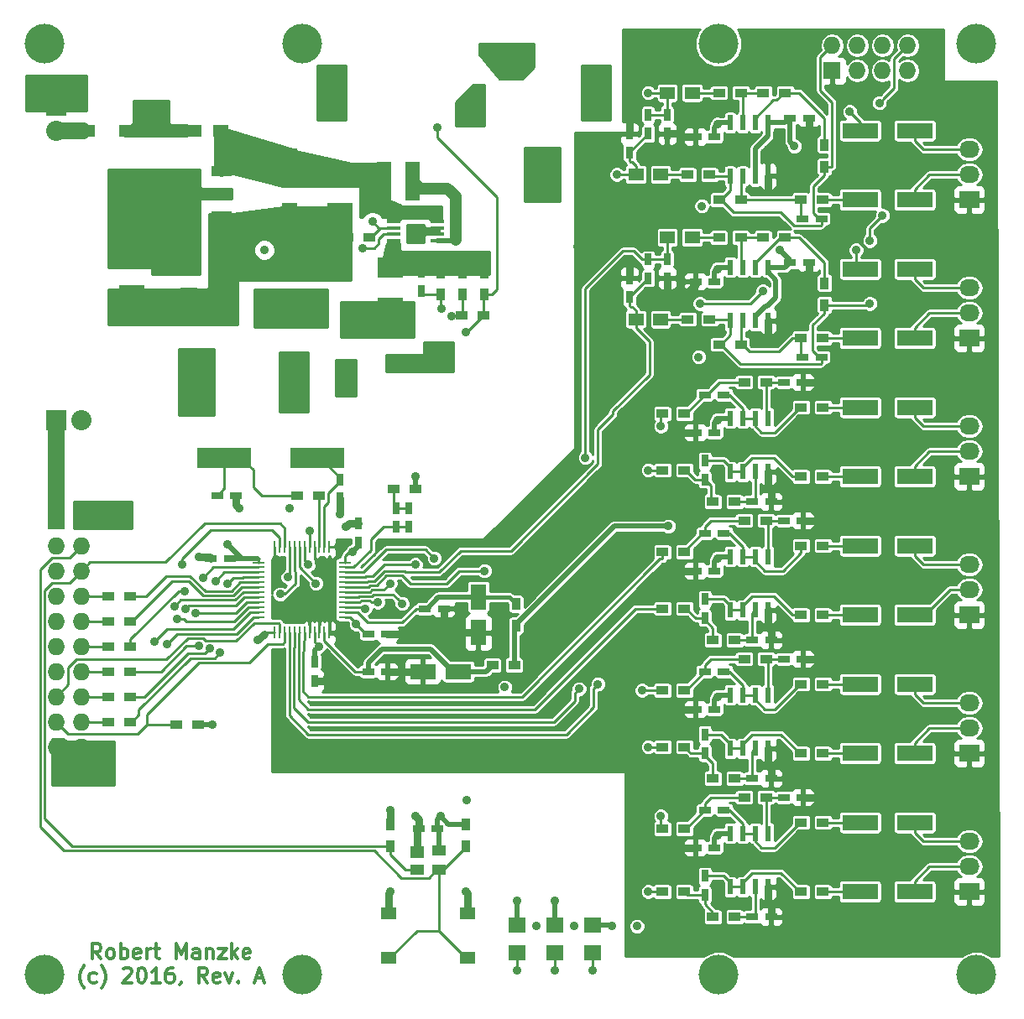
<source format=gtl>
G04 #@! TF.FileFunction,Copper,L1,Top,Signal*
%FSLAX46Y46*%
G04 Gerber Fmt 4.6, Leading zero omitted, Abs format (unit mm)*
G04 Created by KiCad (PCBNEW 4.0.1-stable) date 13/02/2016 20:58:59*
%MOMM*%
G01*
G04 APERTURE LIST*
%ADD10C,0.100000*%
%ADD11C,0.300000*%
%ADD12R,3.599180X1.600200*%
%ADD13R,0.750000X1.200000*%
%ADD14R,2.500000X2.000000*%
%ADD15R,1.600200X3.599180*%
%ADD16R,1.200000X0.750000*%
%ADD17R,1.600200X2.600960*%
%ADD18R,2.600960X1.600200*%
%ADD19R,1.500000X1.250000*%
%ADD20R,0.910000X1.220000*%
%ADD21R,1.800860X1.597660*%
%ADD22C,4.000000*%
%ADD23R,2.032000X2.032000*%
%ADD24O,2.032000X2.032000*%
%ADD25R,1.200000X0.900000*%
%ADD26R,0.900000X1.200000*%
%ADD27R,2.032000X1.727200*%
%ADD28O,2.032000X1.727200*%
%ADD29R,1.727200X1.727200*%
%ADD30O,1.727200X1.727200*%
%ADD31R,1.550000X1.300000*%
%ADD32R,1.450000X0.450000*%
%ADD33R,2.032000X3.657600*%
%ADD34R,2.032000X1.016000*%
%ADD35R,0.250000X1.300000*%
%ADD36R,1.300000X0.250000*%
%ADD37R,1.399540X1.198880*%
%ADD38R,1.399540X1.000760*%
%ADD39R,0.600000X1.550000*%
%ADD40R,5.499100X1.998980*%
%ADD41R,1.500000X1.300000*%
%ADD42R,1.800860X3.149600*%
%ADD43C,0.889000*%
%ADD44C,0.254000*%
%ADD45C,0.508000*%
%ADD46C,0.762000*%
%ADD47C,0.381000*%
%ADD48C,1.143000*%
%ADD49C,1.651000*%
G04 APERTURE END LIST*
D10*
D11*
X121198572Y-135368571D02*
X120698572Y-134654286D01*
X120341429Y-135368571D02*
X120341429Y-133868571D01*
X120912857Y-133868571D01*
X121055715Y-133940000D01*
X121127143Y-134011429D01*
X121198572Y-134154286D01*
X121198572Y-134368571D01*
X121127143Y-134511429D01*
X121055715Y-134582857D01*
X120912857Y-134654286D01*
X120341429Y-134654286D01*
X122055715Y-135368571D02*
X121912857Y-135297143D01*
X121841429Y-135225714D01*
X121770000Y-135082857D01*
X121770000Y-134654286D01*
X121841429Y-134511429D01*
X121912857Y-134440000D01*
X122055715Y-134368571D01*
X122270000Y-134368571D01*
X122412857Y-134440000D01*
X122484286Y-134511429D01*
X122555715Y-134654286D01*
X122555715Y-135082857D01*
X122484286Y-135225714D01*
X122412857Y-135297143D01*
X122270000Y-135368571D01*
X122055715Y-135368571D01*
X123198572Y-135368571D02*
X123198572Y-133868571D01*
X123198572Y-134440000D02*
X123341429Y-134368571D01*
X123627143Y-134368571D01*
X123770000Y-134440000D01*
X123841429Y-134511429D01*
X123912858Y-134654286D01*
X123912858Y-135082857D01*
X123841429Y-135225714D01*
X123770000Y-135297143D01*
X123627143Y-135368571D01*
X123341429Y-135368571D01*
X123198572Y-135297143D01*
X125127143Y-135297143D02*
X124984286Y-135368571D01*
X124698572Y-135368571D01*
X124555715Y-135297143D01*
X124484286Y-135154286D01*
X124484286Y-134582857D01*
X124555715Y-134440000D01*
X124698572Y-134368571D01*
X124984286Y-134368571D01*
X125127143Y-134440000D01*
X125198572Y-134582857D01*
X125198572Y-134725714D01*
X124484286Y-134868571D01*
X125841429Y-135368571D02*
X125841429Y-134368571D01*
X125841429Y-134654286D02*
X125912857Y-134511429D01*
X125984286Y-134440000D01*
X126127143Y-134368571D01*
X126270000Y-134368571D01*
X126555714Y-134368571D02*
X127127143Y-134368571D01*
X126770000Y-133868571D02*
X126770000Y-135154286D01*
X126841428Y-135297143D01*
X126984286Y-135368571D01*
X127127143Y-135368571D01*
X128770000Y-135368571D02*
X128770000Y-133868571D01*
X129270000Y-134940000D01*
X129770000Y-133868571D01*
X129770000Y-135368571D01*
X131127143Y-135368571D02*
X131127143Y-134582857D01*
X131055714Y-134440000D01*
X130912857Y-134368571D01*
X130627143Y-134368571D01*
X130484286Y-134440000D01*
X131127143Y-135297143D02*
X130984286Y-135368571D01*
X130627143Y-135368571D01*
X130484286Y-135297143D01*
X130412857Y-135154286D01*
X130412857Y-135011429D01*
X130484286Y-134868571D01*
X130627143Y-134797143D01*
X130984286Y-134797143D01*
X131127143Y-134725714D01*
X131841429Y-134368571D02*
X131841429Y-135368571D01*
X131841429Y-134511429D02*
X131912857Y-134440000D01*
X132055715Y-134368571D01*
X132270000Y-134368571D01*
X132412857Y-134440000D01*
X132484286Y-134582857D01*
X132484286Y-135368571D01*
X133055715Y-134368571D02*
X133841429Y-134368571D01*
X133055715Y-135368571D01*
X133841429Y-135368571D01*
X134412858Y-135368571D02*
X134412858Y-133868571D01*
X134555715Y-134797143D02*
X134984286Y-135368571D01*
X134984286Y-134368571D02*
X134412858Y-134940000D01*
X136198572Y-135297143D02*
X136055715Y-135368571D01*
X135770001Y-135368571D01*
X135627144Y-135297143D01*
X135555715Y-135154286D01*
X135555715Y-134582857D01*
X135627144Y-134440000D01*
X135770001Y-134368571D01*
X136055715Y-134368571D01*
X136198572Y-134440000D01*
X136270001Y-134582857D01*
X136270001Y-134725714D01*
X135555715Y-134868571D01*
X119520001Y-138340000D02*
X119448573Y-138268571D01*
X119305716Y-138054286D01*
X119234287Y-137911429D01*
X119162858Y-137697143D01*
X119091430Y-137340000D01*
X119091430Y-137054286D01*
X119162858Y-136697143D01*
X119234287Y-136482857D01*
X119305716Y-136340000D01*
X119448573Y-136125714D01*
X119520001Y-136054286D01*
X120734287Y-137697143D02*
X120591430Y-137768571D01*
X120305716Y-137768571D01*
X120162858Y-137697143D01*
X120091430Y-137625714D01*
X120020001Y-137482857D01*
X120020001Y-137054286D01*
X120091430Y-136911429D01*
X120162858Y-136840000D01*
X120305716Y-136768571D01*
X120591430Y-136768571D01*
X120734287Y-136840000D01*
X121234287Y-138340000D02*
X121305715Y-138268571D01*
X121448572Y-138054286D01*
X121520001Y-137911429D01*
X121591430Y-137697143D01*
X121662858Y-137340000D01*
X121662858Y-137054286D01*
X121591430Y-136697143D01*
X121520001Y-136482857D01*
X121448572Y-136340000D01*
X121305715Y-136125714D01*
X121234287Y-136054286D01*
X123448572Y-136411429D02*
X123520001Y-136340000D01*
X123662858Y-136268571D01*
X124020001Y-136268571D01*
X124162858Y-136340000D01*
X124234287Y-136411429D01*
X124305715Y-136554286D01*
X124305715Y-136697143D01*
X124234287Y-136911429D01*
X123377144Y-137768571D01*
X124305715Y-137768571D01*
X125234286Y-136268571D02*
X125377143Y-136268571D01*
X125520000Y-136340000D01*
X125591429Y-136411429D01*
X125662858Y-136554286D01*
X125734286Y-136840000D01*
X125734286Y-137197143D01*
X125662858Y-137482857D01*
X125591429Y-137625714D01*
X125520000Y-137697143D01*
X125377143Y-137768571D01*
X125234286Y-137768571D01*
X125091429Y-137697143D01*
X125020000Y-137625714D01*
X124948572Y-137482857D01*
X124877143Y-137197143D01*
X124877143Y-136840000D01*
X124948572Y-136554286D01*
X125020000Y-136411429D01*
X125091429Y-136340000D01*
X125234286Y-136268571D01*
X127162857Y-137768571D02*
X126305714Y-137768571D01*
X126734286Y-137768571D02*
X126734286Y-136268571D01*
X126591429Y-136482857D01*
X126448571Y-136625714D01*
X126305714Y-136697143D01*
X128448571Y-136268571D02*
X128162857Y-136268571D01*
X128020000Y-136340000D01*
X127948571Y-136411429D01*
X127805714Y-136625714D01*
X127734285Y-136911429D01*
X127734285Y-137482857D01*
X127805714Y-137625714D01*
X127877142Y-137697143D01*
X128020000Y-137768571D01*
X128305714Y-137768571D01*
X128448571Y-137697143D01*
X128520000Y-137625714D01*
X128591428Y-137482857D01*
X128591428Y-137125714D01*
X128520000Y-136982857D01*
X128448571Y-136911429D01*
X128305714Y-136840000D01*
X128020000Y-136840000D01*
X127877142Y-136911429D01*
X127805714Y-136982857D01*
X127734285Y-137125714D01*
X129305713Y-137697143D02*
X129305713Y-137768571D01*
X129234285Y-137911429D01*
X129162856Y-137982857D01*
X131948571Y-137768571D02*
X131448571Y-137054286D01*
X131091428Y-137768571D02*
X131091428Y-136268571D01*
X131662856Y-136268571D01*
X131805714Y-136340000D01*
X131877142Y-136411429D01*
X131948571Y-136554286D01*
X131948571Y-136768571D01*
X131877142Y-136911429D01*
X131805714Y-136982857D01*
X131662856Y-137054286D01*
X131091428Y-137054286D01*
X133162856Y-137697143D02*
X133019999Y-137768571D01*
X132734285Y-137768571D01*
X132591428Y-137697143D01*
X132519999Y-137554286D01*
X132519999Y-136982857D01*
X132591428Y-136840000D01*
X132734285Y-136768571D01*
X133019999Y-136768571D01*
X133162856Y-136840000D01*
X133234285Y-136982857D01*
X133234285Y-137125714D01*
X132519999Y-137268571D01*
X133734285Y-136768571D02*
X134091428Y-137768571D01*
X134448570Y-136768571D01*
X135019999Y-137625714D02*
X135091427Y-137697143D01*
X135019999Y-137768571D01*
X134948570Y-137697143D01*
X135019999Y-137625714D01*
X135019999Y-137768571D01*
X136805713Y-137340000D02*
X137519999Y-137340000D01*
X136662856Y-137768571D02*
X137162856Y-136268571D01*
X137662856Y-137768571D01*
D12*
X197779180Y-65720000D03*
X203280820Y-65720000D03*
D13*
X153500000Y-66050000D03*
X153500000Y-67950000D03*
D14*
X150365000Y-65625000D03*
X150365000Y-69625000D03*
X145285000Y-56100000D03*
X145285000Y-60100000D03*
D15*
X140205000Y-55349180D03*
X140205000Y-60850820D03*
D14*
X124330000Y-64355000D03*
X124330000Y-68355000D03*
D16*
X134170000Y-94930000D03*
X132270000Y-94930000D03*
X148145000Y-102550000D03*
X150045000Y-102550000D03*
D13*
X142745000Y-105410000D03*
X142745000Y-107310000D03*
X147190000Y-93340000D03*
X147190000Y-91440000D03*
X152270000Y-91750000D03*
X152270000Y-89850000D03*
X151000000Y-91750000D03*
X151000000Y-89850000D03*
X145285000Y-88895000D03*
X145285000Y-86995000D03*
D16*
X153860000Y-100010000D03*
X155760000Y-100010000D03*
D17*
X159255000Y-98844140D03*
X159255000Y-102445860D03*
D16*
X148145000Y-106360000D03*
X150045000Y-106360000D03*
D18*
X157245860Y-106360000D03*
X153644140Y-106360000D03*
D16*
X134805000Y-88580000D03*
X132905000Y-88580000D03*
X155125000Y-122235000D03*
X153225000Y-122235000D03*
X181165000Y-52385000D03*
X183065000Y-52385000D03*
D19*
X175150000Y-56195000D03*
X177650000Y-56195000D03*
D13*
X176400000Y-52065000D03*
X176400000Y-50165000D03*
D19*
X178325000Y-47940000D03*
X180825000Y-47940000D03*
D16*
X193860000Y-60640000D03*
X191960000Y-60640000D03*
D13*
X178305000Y-50165000D03*
X178305000Y-52065000D03*
X174495000Y-53970000D03*
X174495000Y-52070000D03*
D16*
X190690000Y-50480000D03*
X192590000Y-50480000D03*
X181165000Y-66990000D03*
X183065000Y-66990000D03*
D19*
X175150000Y-70800000D03*
X177650000Y-70800000D03*
D13*
X176400000Y-66670000D03*
X176400000Y-64770000D03*
D19*
X178325000Y-62545000D03*
X180825000Y-62545000D03*
D16*
X193860000Y-74610000D03*
X191960000Y-74610000D03*
D13*
X178305000Y-64770000D03*
X178305000Y-66670000D03*
X174495000Y-68575000D03*
X174495000Y-66675000D03*
D16*
X190690000Y-65085000D03*
X192590000Y-65085000D03*
D13*
X182115000Y-85090000D03*
X182115000Y-86990000D03*
D16*
X181165000Y-82230000D03*
X183065000Y-82230000D03*
X186880000Y-89215000D03*
X188780000Y-89215000D03*
X184015000Y-78420000D03*
X182115000Y-78420000D03*
X190055000Y-77150000D03*
X191955000Y-77150000D03*
D13*
X182115000Y-99060000D03*
X182115000Y-100960000D03*
D16*
X181165000Y-96200000D03*
X183065000Y-96200000D03*
X186880000Y-103185000D03*
X188780000Y-103185000D03*
X184020000Y-92390000D03*
X182120000Y-92390000D03*
X190055000Y-91120000D03*
X191955000Y-91120000D03*
D13*
X182115000Y-112715000D03*
X182115000Y-114615000D03*
D16*
X181165000Y-110170000D03*
X183065000Y-110170000D03*
X186880000Y-117155000D03*
X188780000Y-117155000D03*
X184015000Y-106360000D03*
X182115000Y-106360000D03*
X190055000Y-105090000D03*
X191955000Y-105090000D03*
D13*
X182115000Y-127000000D03*
X182115000Y-128900000D03*
D16*
X181165000Y-124140000D03*
X183065000Y-124140000D03*
X186880000Y-131125000D03*
X188780000Y-131125000D03*
X184020000Y-120330000D03*
X182120000Y-120330000D03*
X190055000Y-119060000D03*
X191955000Y-119060000D03*
D20*
X123425000Y-51750000D03*
X120155000Y-51750000D03*
D21*
X163195000Y-131930140D03*
X163195000Y-134769860D03*
X167005000Y-131930140D03*
X167005000Y-134769860D03*
X170815000Y-131930140D03*
X170815000Y-134769860D03*
D22*
X183500000Y-137000000D03*
X183500000Y-43000000D03*
X209500000Y-43000000D03*
X115500000Y-137000000D03*
X209500000Y-137000000D03*
X115500000Y-43000000D03*
D23*
X116710000Y-80960000D03*
D24*
X119250000Y-80960000D03*
D25*
X157600000Y-70400000D03*
X159800000Y-70400000D03*
D26*
X159900000Y-68300000D03*
X159900000Y-66100000D03*
D25*
X160695000Y-105725000D03*
X162895000Y-105725000D03*
D26*
X163065000Y-101745000D03*
X163065000Y-99545000D03*
D23*
X116710000Y-49210000D03*
D24*
X116710000Y-51750000D03*
D27*
X208785000Y-58735000D03*
D28*
X208785000Y-56195000D03*
X208785000Y-53655000D03*
D27*
X208785000Y-86675000D03*
D28*
X208785000Y-84135000D03*
X208785000Y-81595000D03*
D27*
X208785000Y-100645000D03*
D28*
X208785000Y-98105000D03*
X208785000Y-95565000D03*
D27*
X208785000Y-72705000D03*
D28*
X208785000Y-70165000D03*
X208785000Y-67625000D03*
D27*
X208785000Y-114615000D03*
D28*
X208785000Y-112075000D03*
X208785000Y-109535000D03*
D27*
X208785000Y-128585000D03*
D28*
X208785000Y-126045000D03*
X208785000Y-123505000D03*
D29*
X116710000Y-91120000D03*
D30*
X119250000Y-91120000D03*
X116710000Y-93660000D03*
X119250000Y-93660000D03*
X116710000Y-96200000D03*
X119250000Y-96200000D03*
X116710000Y-98740000D03*
X119250000Y-98740000D03*
X116710000Y-101280000D03*
X119250000Y-101280000D03*
X116710000Y-103820000D03*
X119250000Y-103820000D03*
X116710000Y-106360000D03*
X119250000Y-106360000D03*
X116710000Y-108900000D03*
X119250000Y-108900000D03*
X116710000Y-111440000D03*
X119250000Y-111440000D03*
X116710000Y-113980000D03*
X119250000Y-113980000D03*
D26*
X155500000Y-66100000D03*
X155500000Y-68300000D03*
X157700000Y-66100000D03*
X157700000Y-68300000D03*
D25*
X148290000Y-62545000D03*
X146090000Y-62545000D03*
X152905000Y-87945000D03*
X150705000Y-87945000D03*
D26*
X157985000Y-121770000D03*
X157985000Y-123970000D03*
D25*
X131018000Y-111694000D03*
X128818000Y-111694000D03*
X141010000Y-88580000D03*
X143210000Y-88580000D03*
D26*
X150365000Y-123970000D03*
X150365000Y-121770000D03*
D25*
X180380000Y-56195000D03*
X182580000Y-56195000D03*
X183555000Y-47940000D03*
X185755000Y-47940000D03*
X191810000Y-58735000D03*
X194010000Y-58735000D03*
X183555000Y-58735000D03*
X185755000Y-58735000D03*
D26*
X194180000Y-53190000D03*
X194180000Y-55390000D03*
D25*
X188000000Y-47940000D03*
X190200000Y-47940000D03*
X180380000Y-70800000D03*
X182580000Y-70800000D03*
X183555000Y-62545000D03*
X185755000Y-62545000D03*
X191810000Y-72705000D03*
X194010000Y-72705000D03*
X183555000Y-73340000D03*
X185755000Y-73340000D03*
D26*
X194180000Y-67160000D03*
X194180000Y-69360000D03*
D25*
X188000000Y-62545000D03*
X190200000Y-62545000D03*
X180040000Y-86040000D03*
X177840000Y-86040000D03*
X185120000Y-89215000D03*
X182920000Y-89215000D03*
X194010000Y-86675000D03*
X191810000Y-86675000D03*
X180040000Y-80325000D03*
X177840000Y-80325000D03*
X188295000Y-77150000D03*
X186095000Y-77150000D03*
X194010000Y-79690000D03*
X191810000Y-79690000D03*
X180040000Y-100010000D03*
X177840000Y-100010000D03*
X185120000Y-103185000D03*
X182920000Y-103185000D03*
X194010000Y-100645000D03*
X191810000Y-100645000D03*
X180040000Y-94295000D03*
X177840000Y-94295000D03*
X188295000Y-91120000D03*
X186095000Y-91120000D03*
X194010000Y-93660000D03*
X191810000Y-93660000D03*
X180040000Y-113980000D03*
X177840000Y-113980000D03*
X185120000Y-117155000D03*
X182920000Y-117155000D03*
X194010000Y-114615000D03*
X191810000Y-114615000D03*
X180040000Y-108265000D03*
X177840000Y-108265000D03*
X188295000Y-105090000D03*
X186095000Y-105090000D03*
X194010000Y-107630000D03*
X191810000Y-107630000D03*
X180040000Y-128585000D03*
X177840000Y-128585000D03*
X185120000Y-131125000D03*
X182920000Y-131125000D03*
X194010000Y-128585000D03*
X191810000Y-128585000D03*
X180040000Y-122235000D03*
X177840000Y-122235000D03*
X188295000Y-119060000D03*
X186095000Y-119060000D03*
X194010000Y-121600000D03*
X191810000Y-121600000D03*
X121960000Y-111440000D03*
X124160000Y-111440000D03*
X121960000Y-108900000D03*
X124160000Y-108900000D03*
X121960000Y-106360000D03*
X124160000Y-106360000D03*
X121960000Y-103820000D03*
X124160000Y-103820000D03*
X121960000Y-101280000D03*
X124160000Y-101280000D03*
X121960000Y-98740000D03*
X124160000Y-98740000D03*
D31*
X150200000Y-135280000D03*
X150200000Y-130780000D03*
X158150000Y-130780000D03*
X158150000Y-135280000D03*
D32*
X150705000Y-60935000D03*
X150705000Y-61585000D03*
X150705000Y-62235000D03*
X150705000Y-62885000D03*
X155105000Y-62885000D03*
X155105000Y-62235000D03*
X155105000Y-61585000D03*
X155105000Y-60935000D03*
D33*
X126743000Y-58100000D03*
D34*
X133347000Y-58100000D03*
X133347000Y-55814000D03*
X133347000Y-60386000D03*
D35*
X144225000Y-93755000D03*
X143725000Y-93755000D03*
X143225000Y-93755000D03*
X142725000Y-93755000D03*
X142225000Y-93755000D03*
X141725000Y-93755000D03*
X141225000Y-93755000D03*
X140725000Y-93755000D03*
X140225000Y-93755000D03*
X139725000Y-93755000D03*
X139225000Y-93755000D03*
X138725000Y-93755000D03*
D36*
X137125000Y-95355000D03*
X137125000Y-95855000D03*
X137125000Y-96355000D03*
X137125000Y-96855000D03*
X137125000Y-97355000D03*
X137125000Y-97855000D03*
X137125000Y-98355000D03*
X137125000Y-98855000D03*
X137125000Y-99355000D03*
X137125000Y-99855000D03*
X137125000Y-100355000D03*
X137125000Y-100855000D03*
D35*
X138725000Y-102455000D03*
X139225000Y-102455000D03*
X139725000Y-102455000D03*
X140225000Y-102455000D03*
X140725000Y-102455000D03*
X141225000Y-102455000D03*
X141725000Y-102455000D03*
X142225000Y-102455000D03*
X142725000Y-102455000D03*
X143225000Y-102455000D03*
X143725000Y-102455000D03*
X144225000Y-102455000D03*
D36*
X145825000Y-100855000D03*
X145825000Y-100355000D03*
X145825000Y-99855000D03*
X145825000Y-99355000D03*
X145825000Y-98855000D03*
X145825000Y-98355000D03*
X145825000Y-97855000D03*
X145825000Y-97355000D03*
X145825000Y-96855000D03*
X145825000Y-96355000D03*
X145825000Y-95855000D03*
X145825000Y-95355000D03*
D37*
X153075180Y-124640380D03*
D38*
X153075180Y-126359960D03*
X155274820Y-126359960D03*
X155274820Y-124460040D03*
D39*
X184655000Y-56355000D03*
X185925000Y-56355000D03*
X187195000Y-56355000D03*
X188465000Y-56355000D03*
X188465000Y-50955000D03*
X187195000Y-50955000D03*
X185925000Y-50955000D03*
X184655000Y-50955000D03*
X184655000Y-70960000D03*
X185925000Y-70960000D03*
X187195000Y-70960000D03*
X188465000Y-70960000D03*
X188465000Y-65560000D03*
X187195000Y-65560000D03*
X185925000Y-65560000D03*
X184655000Y-65560000D03*
X184655000Y-86200000D03*
X185925000Y-86200000D03*
X187195000Y-86200000D03*
X188465000Y-86200000D03*
X188465000Y-80800000D03*
X187195000Y-80800000D03*
X185925000Y-80800000D03*
X184655000Y-80800000D03*
X184655000Y-100170000D03*
X185925000Y-100170000D03*
X187195000Y-100170000D03*
X188465000Y-100170000D03*
X188465000Y-94770000D03*
X187195000Y-94770000D03*
X185925000Y-94770000D03*
X184655000Y-94770000D03*
X184655000Y-114140000D03*
X185925000Y-114140000D03*
X187195000Y-114140000D03*
X188465000Y-114140000D03*
X188465000Y-108740000D03*
X187195000Y-108740000D03*
X185925000Y-108740000D03*
X184655000Y-108740000D03*
X184655000Y-128110000D03*
X185925000Y-128110000D03*
X187195000Y-128110000D03*
X188465000Y-128110000D03*
X188465000Y-122710000D03*
X187195000Y-122710000D03*
X185925000Y-122710000D03*
X184655000Y-122710000D03*
D40*
X142999000Y-84770000D03*
X133601000Y-84770000D03*
D12*
X197779180Y-58735000D03*
X203280820Y-58735000D03*
X197779180Y-51750000D03*
X203280820Y-51750000D03*
X197779180Y-72705000D03*
X203280820Y-72705000D03*
X197779180Y-86675000D03*
X203280820Y-86675000D03*
X197779180Y-79690000D03*
X203280820Y-79690000D03*
X197779180Y-100645000D03*
X203280820Y-100645000D03*
X197779180Y-93660000D03*
X203280820Y-93660000D03*
X197779180Y-114615000D03*
X203280820Y-114615000D03*
X197779180Y-107630000D03*
X203280820Y-107630000D03*
X197779180Y-128585000D03*
X203280820Y-128585000D03*
X197779180Y-121600000D03*
X203280820Y-121600000D03*
D22*
X141500000Y-137000000D03*
X141500000Y-43000000D03*
D41*
X130600000Y-51750000D03*
X133300000Y-51750000D03*
D10*
G36*
X149020000Y-58775000D02*
X149020000Y-54885000D01*
X150440000Y-54885000D01*
X150440000Y-58775000D01*
X149020000Y-58775000D01*
X149020000Y-58775000D01*
G37*
G36*
X151920000Y-58775000D02*
X151920000Y-54885000D01*
X153340000Y-54885000D01*
X153340000Y-58775000D01*
X151920000Y-58775000D01*
X151920000Y-58775000D01*
G37*
D29*
X194945000Y-45720000D03*
D30*
X194945000Y-43180000D03*
X197485000Y-45720000D03*
X197485000Y-43180000D03*
X200025000Y-45720000D03*
X200025000Y-43180000D03*
X202565000Y-45720000D03*
X202565000Y-43180000D03*
D42*
X130045000Y-69115980D03*
X130045000Y-64864020D03*
D43*
X148590000Y-60959980D03*
X155508500Y-69716940D03*
X164084000Y-90487500D03*
X163258500Y-91313000D03*
X162496500Y-92138500D03*
X171894500Y-97027998D03*
X170942000Y-98044002D03*
X169989500Y-98996500D03*
X169100502Y-99885500D03*
X167322500Y-101663498D03*
X164909500Y-95504000D03*
X165798500Y-94615000D03*
X166687500Y-93726000D03*
X167449500Y-92900500D03*
X168211500Y-92138500D03*
X168211500Y-100774500D03*
X187452000Y-45783500D03*
X187452000Y-44577000D03*
X188722000Y-44577000D03*
X188722000Y-45783500D03*
X192341500Y-45783500D03*
X190944500Y-66675000D03*
X175895000Y-68770500D03*
X177038000Y-68262500D03*
X172593000Y-73660000D03*
X171450000Y-73660000D03*
X171450000Y-72580500D03*
X172593000Y-72580500D03*
X207581500Y-48577500D03*
X207581500Y-47307500D03*
X206248000Y-47307500D03*
X204914500Y-47307500D03*
X204914500Y-48577500D03*
X204152500Y-60833000D03*
X202882500Y-60833000D03*
X202882500Y-62166500D03*
X204152500Y-62166500D03*
X201041002Y-69215000D03*
X201041000Y-68262500D03*
X199771000Y-70167500D03*
X201041000Y-70167500D03*
X204152500Y-74803000D03*
X202882500Y-74803000D03*
X202882500Y-76073000D03*
X204152500Y-76073000D03*
X201041000Y-82232500D03*
X199771000Y-82232500D03*
X199771000Y-84137500D03*
X201041000Y-84137500D03*
X204152500Y-88836500D03*
X202882500Y-88836500D03*
X202882500Y-89979500D03*
X204152500Y-89979500D03*
X201041000Y-96202500D03*
X199771000Y-96202500D03*
X199771000Y-98107500D03*
X201041000Y-98107500D03*
X204089000Y-102870000D03*
X202882500Y-102870000D03*
X202882500Y-104076500D03*
X204089000Y-104076500D03*
X201041000Y-110172500D03*
X199771000Y-110172500D03*
X199771000Y-112077500D03*
X201041000Y-112077500D03*
X202882500Y-118110000D03*
X202882500Y-116967000D03*
X204089000Y-116967000D03*
X204089000Y-118110000D03*
X201041000Y-124206000D03*
X199771000Y-124206000D03*
X199771000Y-126047500D03*
X201041000Y-126047500D03*
X206248000Y-132969000D03*
X205041500Y-132969000D03*
X203835000Y-132969000D03*
X202628500Y-132969000D03*
X201422000Y-132969000D03*
X201422000Y-131762500D03*
X202628500Y-131762500D03*
X203835000Y-131762500D03*
X205041500Y-131762500D03*
X152908000Y-102552500D03*
X154241500Y-102552500D03*
X179578000Y-111315500D03*
X178435000Y-111315500D03*
X177292000Y-111315500D03*
X176149000Y-111315500D03*
X176149000Y-110172500D03*
X177292000Y-110172500D03*
X169291000Y-63436500D03*
X171069000Y-65532000D03*
X118000615Y-117157500D03*
X118015667Y-115885000D03*
X121856500Y-117157500D03*
X121856500Y-115887500D03*
X120713500Y-115887500D03*
X120713500Y-117157500D03*
X119253000Y-117157500D03*
X116713000Y-117157500D03*
X172085000Y-80010000D03*
X168910000Y-132080000D03*
X165100000Y-132080000D03*
X152463504Y-62611000D03*
X152463500Y-61658500D03*
X114109500Y-49212500D03*
X114109500Y-47942500D03*
X114109500Y-46672500D03*
X115316000Y-46672500D03*
X119250000Y-49210000D03*
X119250000Y-47940000D03*
X119250000Y-46670000D03*
X117980000Y-46670000D03*
X116710000Y-46670000D03*
X131315000Y-77150000D03*
X131315000Y-75880000D03*
X131315000Y-74610000D03*
X130045000Y-74610000D03*
X130045000Y-75880000D03*
X130045000Y-77150000D03*
X130045000Y-78420000D03*
X130045000Y-79690000D03*
X131315000Y-79690000D03*
X131315000Y-78420000D03*
X154810000Y-73975000D03*
X156080000Y-73975000D03*
X156080000Y-75245000D03*
X154810000Y-75245000D03*
X153540000Y-75245000D03*
X152270000Y-75245000D03*
X151000000Y-75245000D03*
X145285000Y-75245000D03*
X146555000Y-75245000D03*
X159255000Y-47940000D03*
X146555000Y-76515000D03*
X145285000Y-77785000D03*
X145285000Y-76515000D03*
X146555000Y-76515000D03*
X140205000Y-89850000D03*
X157985000Y-49210000D03*
X157985000Y-50480000D03*
X159255000Y-50480000D03*
X159255000Y-49210000D03*
X157985000Y-49210000D03*
X170685000Y-48575000D03*
X171955000Y-48575000D03*
X171955000Y-47305000D03*
X171955000Y-46035000D03*
X170685000Y-46035000D03*
X170685000Y-47305000D03*
X170685000Y-48575000D03*
X170685000Y-49845000D03*
X145285000Y-49845000D03*
X144015000Y-49845000D03*
X144015000Y-48575000D03*
X144015000Y-47305000D03*
X144015000Y-46035000D03*
X145285000Y-46035000D03*
X145285000Y-47305000D03*
X145285000Y-48575000D03*
X145285000Y-49845000D03*
X166240000Y-54290000D03*
X166240000Y-55560000D03*
X166240000Y-56830000D03*
X166240000Y-58100000D03*
X164970000Y-58100000D03*
X164970000Y-56830000D03*
X164970000Y-55560000D03*
X164970000Y-54290000D03*
X145920000Y-70800000D03*
X145920000Y-72070000D03*
X147190000Y-72070000D03*
X152270000Y-70800000D03*
X152270000Y-72070000D03*
X151000000Y-72070000D03*
X149730000Y-72070000D03*
X148460000Y-72070000D03*
X148460000Y-70800000D03*
X147190000Y-70800000D03*
X145920000Y-70800000D03*
X145920000Y-69530000D03*
X147190000Y-69530000D03*
X140205000Y-65720000D03*
X144015000Y-65720000D03*
X142745000Y-65720000D03*
X141475000Y-65720000D03*
X141475000Y-64450000D03*
X142745000Y-64450000D03*
X128140000Y-68260000D03*
X126870000Y-68260000D03*
X126870000Y-69530000D03*
X132585000Y-69530000D03*
X133855000Y-69530000D03*
X133855000Y-68260000D03*
X133855000Y-66990000D03*
X133855000Y-65720000D03*
X116710000Y-115885000D03*
X119250000Y-115885000D03*
X188465000Y-53655000D03*
X177035000Y-59370000D03*
X173225000Y-54290000D03*
X173225000Y-61910000D03*
X172590000Y-71435000D03*
X172590000Y-77785000D03*
X178940000Y-76515000D03*
X186560000Y-66990000D03*
X206245000Y-48575000D03*
X202435000Y-54290000D03*
X202435000Y-56195000D03*
X206245000Y-62144536D03*
X202435000Y-68260000D03*
X202435000Y-70165000D03*
X206245000Y-76062870D03*
X202435000Y-82230000D03*
X202435000Y-84135000D03*
X206245000Y-90021189D03*
X202435000Y-96200000D03*
X202435000Y-98105000D03*
X206245000Y-104080848D03*
X202435000Y-112075000D03*
X202435000Y-110170000D03*
X202435022Y-126045000D03*
X202435000Y-124218000D03*
X206245000Y-118110889D03*
X206245000Y-131760000D03*
X179578000Y-98107500D03*
X177800000Y-98107500D03*
X178435000Y-96901000D03*
X155765500Y-102552500D03*
X178435000Y-110172500D03*
X155765500Y-101409500D03*
X142500000Y-100000000D03*
X179705000Y-51922254D03*
X153352498Y-61658500D03*
X153352500Y-62610998D03*
X188401638Y-87881638D03*
X145285000Y-90485000D03*
X135125000Y-89850000D03*
X152270000Y-69530000D03*
X148460000Y-69530000D03*
X145285000Y-64450000D03*
X145285000Y-65720000D03*
X140205000Y-64450000D03*
X144015000Y-64450000D03*
X138905794Y-95022912D03*
X131103566Y-94824251D03*
X128140000Y-69530000D03*
X133855000Y-64450000D03*
X174495000Y-65224720D03*
X150365000Y-120330000D03*
X150365000Y-128585000D03*
X157985000Y-128585000D03*
X152905000Y-120965000D03*
X137030000Y-103185000D03*
X143380000Y-100645000D03*
X157350000Y-102550000D03*
X145920000Y-91755000D03*
X144015000Y-106995000D03*
X151635000Y-105090000D03*
X151635000Y-102550000D03*
X145285000Y-93660000D03*
X143194235Y-95398597D03*
X145285000Y-103185000D03*
X188465000Y-57960290D03*
X174495000Y-50480000D03*
X192275000Y-51750000D03*
X188465000Y-72704992D03*
X180210000Y-68260000D03*
X178305000Y-68260000D03*
X192275000Y-66355000D03*
X179575000Y-82230000D03*
X193545000Y-77150000D03*
X188465000Y-101915000D03*
X179575000Y-96200000D03*
X193545000Y-91120000D03*
X188465000Y-115885000D03*
X179575000Y-110170000D03*
X193545000Y-105090000D03*
X179575000Y-124140000D03*
X193545000Y-119060000D03*
X188465000Y-129808003D03*
X150365000Y-59687500D03*
X151635000Y-60005000D03*
X152905000Y-60005000D03*
X154175000Y-60005000D03*
X135760000Y-55560000D03*
X121285000Y-89789000D03*
X122555000Y-89789000D03*
X123825000Y-89789000D03*
X123825000Y-91122500D03*
X122555000Y-91122500D03*
X121285000Y-91122500D03*
X158115000Y-119380000D03*
X143380000Y-70800000D03*
X143380000Y-69530000D03*
X143380000Y-68260000D03*
X139570000Y-70800000D03*
X141475000Y-70800000D03*
X139570000Y-69530000D03*
X141475000Y-69530000D03*
X141475000Y-68260000D03*
X139570000Y-68260000D03*
X137665000Y-68260000D03*
X130680000Y-59370000D03*
X130680000Y-56830000D03*
X130680000Y-58100000D03*
X123060000Y-59370000D03*
X123060000Y-60640000D03*
X123060000Y-61910000D03*
X124330000Y-61910000D03*
X124330000Y-60640000D03*
X124330000Y-59370000D03*
X137665000Y-63815000D03*
X163195000Y-129540000D03*
X133985000Y-93549509D03*
X123060000Y-58100000D03*
X123060000Y-56830000D03*
X124330000Y-56830000D03*
X129410000Y-59370000D03*
X129411981Y-58100000D03*
X129410000Y-56830000D03*
X123060000Y-58100000D03*
X124330000Y-58100000D03*
X155445000Y-120965000D03*
X132458000Y-111694000D03*
X161925000Y-107950000D03*
X141287500Y-79692500D03*
X140017500Y-79692500D03*
X141284500Y-78420000D03*
X141284500Y-77150000D03*
X141284500Y-75880000D03*
X141284500Y-74610000D03*
X140014500Y-74610000D03*
X140014500Y-75880000D03*
X140014500Y-77150000D03*
X140014500Y-78420000D03*
X167005000Y-129540000D03*
X152905000Y-86675000D03*
X146555000Y-94295000D03*
X143164142Y-103820000D03*
X142249731Y-92171608D03*
X146949527Y-101579527D03*
X161798000Y-45910500D03*
X163068000Y-45910500D03*
X160655000Y-44767500D03*
X160655000Y-43497500D03*
X161798000Y-43497500D03*
X163068000Y-43497500D03*
X175260000Y-132080000D03*
X164335000Y-43495000D03*
X164335000Y-44765000D03*
X163065000Y-44765000D03*
X161795000Y-44765000D03*
X181797500Y-59370000D03*
X181480000Y-74610000D03*
X172720000Y-132080000D03*
X183385000Y-51115000D03*
X183385000Y-65720000D03*
X183385000Y-80960000D03*
X183385000Y-94930000D03*
X183385000Y-108900000D03*
X183385000Y-122870000D03*
X173225000Y-56195000D03*
X149095000Y-99375000D03*
X147825010Y-100010000D03*
X176400000Y-47940000D03*
X196720000Y-49845000D03*
X178435000Y-91694000D03*
X189674500Y-63817500D03*
X191135000Y-53340000D03*
X150365010Y-97470000D03*
X151574496Y-99504500D03*
X170050000Y-84769990D03*
X159890000Y-96200000D03*
X197355000Y-63815000D03*
X152905000Y-95565000D03*
X154810000Y-94930028D03*
X126235000Y-49210000D03*
X124965000Y-49210000D03*
X124965000Y-50480000D03*
X126235000Y-50480000D03*
X127505000Y-50480000D03*
X127505000Y-49210000D03*
X163195000Y-136525000D03*
X167005000Y-136525000D03*
X170815000Y-136525000D03*
X147621780Y-63642714D03*
X156599459Y-70491660D03*
X155160000Y-51440000D03*
X157985000Y-72070000D03*
X126616000Y-103312000D03*
X127886000Y-103566000D03*
X171319986Y-107630000D03*
X176400000Y-86040000D03*
X169415018Y-108125280D03*
X177670000Y-81595000D03*
X142110000Y-95564984D03*
X176400000Y-113980000D03*
X142884720Y-97470000D03*
X175765000Y-108265000D03*
X139255500Y-98552000D03*
X176400000Y-128585000D03*
X140065280Y-96835000D03*
X177670000Y-120965000D03*
X129740154Y-100035422D03*
X128648000Y-99755994D03*
X128900321Y-101072667D03*
X130765574Y-100468218D03*
X133207373Y-104469335D03*
X133982000Y-97470000D03*
X132204833Y-104035931D03*
X132751810Y-97255810D03*
X131112626Y-103781922D03*
X131489388Y-96914616D03*
X129410000Y-95565000D03*
X129664006Y-98232000D03*
X159385000Y-64770000D03*
X158115000Y-64770000D03*
X156845000Y-64770000D03*
X155575000Y-64770000D03*
X154305000Y-64770000D03*
X153035000Y-64770000D03*
X198755000Y-69215000D03*
X187960000Y-67945000D03*
X200025000Y-60325000D03*
X198755000Y-62865000D03*
X181610000Y-69215000D03*
X199707500Y-48958500D03*
D44*
X149215020Y-61585000D02*
X148590000Y-60959980D01*
X150705000Y-61585000D02*
X149215020Y-61585000D01*
X155500000Y-69708440D02*
X155508500Y-69716940D01*
X155500000Y-68300000D02*
X155500000Y-69708440D01*
X155500000Y-68300000D02*
X153850000Y-68300000D01*
X148290000Y-62545000D02*
X148440000Y-62545000D01*
X149400000Y-61585000D02*
X150705000Y-61585000D01*
X148440000Y-62545000D02*
X149400000Y-61585000D01*
X162496500Y-92138500D02*
X162496500Y-92075000D01*
X162496500Y-92075000D02*
X163258500Y-91313000D01*
X171894500Y-97091502D02*
X171894500Y-97027998D01*
X170942000Y-98044002D02*
X171894500Y-97091502D01*
X169545001Y-99440999D02*
X169989500Y-98996500D01*
X169100502Y-99885500D02*
X169545001Y-99440999D01*
X167766999Y-101218999D02*
X167322500Y-101663498D01*
X168211500Y-100774500D02*
X167766999Y-101218999D01*
X166687500Y-93726000D02*
X165798500Y-94615000D01*
X168211500Y-92138500D02*
X167449500Y-92900500D01*
X188722000Y-44577000D02*
X187452000Y-44577000D01*
X192341500Y-45783500D02*
X188722000Y-45783500D01*
X177038000Y-68262500D02*
X176403000Y-68262500D01*
X176403000Y-68262500D02*
X175895000Y-68770500D01*
X171450000Y-73660000D02*
X172593000Y-73660000D01*
X172593000Y-72580500D02*
X171450000Y-72580500D01*
X207581500Y-47307500D02*
X207581500Y-48577500D01*
X204914500Y-47307500D02*
X206248000Y-47307500D01*
X206245000Y-48575000D02*
X204917000Y-48575000D01*
X204917000Y-48575000D02*
X204914500Y-48577500D01*
X202882500Y-62166500D02*
X202882500Y-60833000D01*
X206245000Y-62144536D02*
X204174464Y-62144536D01*
X204174464Y-62144536D02*
X204152500Y-62166500D01*
X200723500Y-69215000D02*
X201041002Y-69215000D01*
X199771000Y-70167500D02*
X200723500Y-69215000D01*
X202435000Y-70165000D02*
X201043500Y-70165000D01*
X201043500Y-70165000D02*
X201041000Y-70167500D01*
X202882500Y-76073000D02*
X202882500Y-74803000D01*
X206245000Y-76062870D02*
X204162630Y-76062870D01*
X204162630Y-76062870D02*
X204152500Y-76073000D01*
X199771000Y-84137500D02*
X199771000Y-82232500D01*
X202435000Y-84135000D02*
X201043500Y-84135000D01*
X201043500Y-84135000D02*
X201041000Y-84137500D01*
X202882500Y-89979500D02*
X202882500Y-88836500D01*
X206245000Y-90021189D02*
X204110811Y-90021189D01*
X204110811Y-90021189D02*
X204089000Y-90043000D01*
X199771000Y-98107500D02*
X199771000Y-96202500D01*
X202435000Y-98105000D02*
X201043500Y-98105000D01*
X201043500Y-98105000D02*
X201041000Y-98107500D01*
X202882500Y-104076500D02*
X202882500Y-102870000D01*
X206245000Y-104080848D02*
X204093348Y-104080848D01*
X204093348Y-104080848D02*
X204089000Y-104076500D01*
X199771000Y-112077500D02*
X199771000Y-110172500D01*
X202435000Y-112075000D02*
X201043500Y-112075000D01*
X201043500Y-112075000D02*
X201041000Y-112077500D01*
X204089000Y-116967000D02*
X202882500Y-116967000D01*
X206245000Y-118110889D02*
X204089889Y-118110889D01*
X204089889Y-118110889D02*
X204089000Y-118110000D01*
X199771000Y-126047500D02*
X199771000Y-124206000D01*
X202435022Y-126045000D02*
X201043500Y-126045000D01*
X201043500Y-126045000D02*
X201041000Y-126047500D01*
X203835000Y-132969000D02*
X205041500Y-132969000D01*
X201422000Y-132969000D02*
X202628500Y-132969000D01*
X202628500Y-131762500D02*
X201422000Y-131762500D01*
X205041500Y-131762500D02*
X203835000Y-131762500D01*
X154241500Y-102552500D02*
X152908000Y-102552500D01*
X178435000Y-111315500D02*
X179578000Y-111315500D01*
X176149000Y-111315500D02*
X177292000Y-111315500D01*
X177292000Y-110172500D02*
X176149000Y-110172500D01*
X171069000Y-65532000D02*
X169291000Y-63754000D01*
X169291000Y-63754000D02*
X169291000Y-63436500D01*
D45*
X118015667Y-117142448D02*
X118000615Y-117157500D01*
X118015667Y-115885000D02*
X118015667Y-117142448D01*
D46*
X118015667Y-115885000D02*
X116710000Y-115885000D01*
D45*
X119250000Y-115885000D02*
X118015667Y-115885000D01*
X120713500Y-115887500D02*
X121856500Y-115887500D01*
X119253000Y-117157500D02*
X120713500Y-117157500D01*
X116710000Y-115885000D02*
X116710000Y-117154500D01*
X116710000Y-117154500D02*
X116713000Y-117157500D01*
X116710000Y-115885000D02*
X116710000Y-116513617D01*
X116710000Y-116513617D02*
X116649500Y-116574117D01*
D44*
X152463500Y-62610996D02*
X152463504Y-62611000D01*
X152463500Y-61658500D02*
X152463500Y-62610996D01*
D45*
X114109500Y-47942500D02*
X114109500Y-49212500D01*
X115316000Y-46672500D02*
X114109500Y-46672500D01*
D44*
X119250000Y-46670000D02*
X119250000Y-47940000D01*
X116710000Y-46670000D02*
X117980000Y-46670000D01*
X131315000Y-75880000D02*
X131315000Y-77150000D01*
X130045000Y-74610000D02*
X131315000Y-74610000D01*
X130045000Y-77150000D02*
X130045000Y-75880000D01*
X130045000Y-79690000D02*
X130045000Y-78420000D01*
X131315000Y-78420000D02*
X131315000Y-79690000D01*
X156080000Y-75245000D02*
X156080000Y-73975000D01*
X153540000Y-75245000D02*
X154810000Y-75245000D01*
X151000000Y-75245000D02*
X152270000Y-75245000D01*
X146555000Y-75245000D02*
X145285000Y-75245000D01*
D47*
X159255000Y-50480000D02*
X157985000Y-50480000D01*
X157985000Y-49210000D02*
X159255000Y-49210000D01*
D46*
X171955000Y-48575000D02*
X170685000Y-48575000D01*
X171955000Y-46035000D02*
X171955000Y-47305000D01*
X170685000Y-47305000D02*
X170685000Y-46035000D01*
X170685000Y-49845000D02*
X170685000Y-48575000D01*
X144015000Y-48575000D02*
X144015000Y-49845000D01*
X144015000Y-46035000D02*
X144015000Y-47305000D01*
X145285000Y-47305000D02*
X145285000Y-46035000D01*
X145285000Y-49845000D02*
X145285000Y-48575000D01*
X166240000Y-55560000D02*
X166240000Y-54290000D01*
X166240000Y-58100000D02*
X166240000Y-56830000D01*
X164970000Y-56830000D02*
X164970000Y-58100000D01*
X164970000Y-54290000D02*
X164970000Y-55560000D01*
X145920000Y-72070000D02*
X145920000Y-70800000D01*
X148460000Y-72070000D02*
X147190000Y-72070000D01*
X152270000Y-72070000D02*
X152270000Y-70800000D01*
X149730000Y-72070000D02*
X151000000Y-72070000D01*
X148460000Y-70800000D02*
X148460000Y-72070000D01*
X145920000Y-70800000D02*
X147190000Y-70800000D01*
X147190000Y-69530000D02*
X145920000Y-69530000D01*
X144015000Y-65720000D02*
X140205000Y-65720000D01*
X141475000Y-65720000D02*
X142745000Y-65720000D01*
X142745000Y-64450000D02*
X141475000Y-64450000D01*
X126870000Y-69530000D02*
X126870000Y-68260000D01*
X133855000Y-68260000D02*
X133855000Y-69530000D01*
X133855000Y-65720000D02*
X133855000Y-66990000D01*
D44*
X177800000Y-98107500D02*
X179578000Y-98107500D01*
X179575000Y-96200000D02*
X179136000Y-96200000D01*
X179136000Y-96200000D02*
X178435000Y-96901000D01*
X157350000Y-102550000D02*
X155768000Y-102550000D01*
X155768000Y-102550000D02*
X155765500Y-102552500D01*
X179575000Y-110170000D02*
X178437500Y-110170000D01*
X178437500Y-110170000D02*
X178435000Y-110172500D01*
D46*
X155760000Y-100010000D02*
X155760000Y-101404000D01*
X155760000Y-101404000D02*
X155765500Y-101409500D01*
D44*
X142225000Y-102455000D02*
X142225000Y-100275000D01*
X142225000Y-100275000D02*
X142500000Y-100000000D01*
D46*
X179562254Y-52065000D02*
X179705000Y-51922254D01*
X179705000Y-52287000D02*
X179705000Y-51922254D01*
X179803000Y-52385000D02*
X179705000Y-52287000D01*
X178305000Y-52065000D02*
X179562254Y-52065000D01*
X181165000Y-52385000D02*
X179803000Y-52385000D01*
D44*
X153426000Y-61585000D02*
X153352500Y-61658500D01*
X155105000Y-61585000D02*
X153426000Y-61585000D01*
X153352500Y-62610998D02*
X153352500Y-61658500D01*
X153728498Y-62235000D02*
X153352500Y-62610998D01*
X155105000Y-62235000D02*
X153728498Y-62235000D01*
D46*
X188583638Y-87881638D02*
X188401638Y-87881638D01*
X188780000Y-89215000D02*
X188780000Y-88078000D01*
X188780000Y-88078000D02*
X188583638Y-87881638D01*
X188465000Y-86200000D02*
X188465000Y-87818276D01*
X188465000Y-87818276D02*
X188401638Y-87881638D01*
X145285000Y-88895000D02*
X145285000Y-90485000D01*
X134805000Y-88580000D02*
X134805000Y-89530000D01*
X134805000Y-89530000D02*
X135125000Y-89850000D01*
X152270000Y-69530000D02*
X150460000Y-69530000D01*
X150460000Y-69530000D02*
X150365000Y-69625000D01*
X150365000Y-69625000D02*
X148555000Y-69625000D01*
X148555000Y-69625000D02*
X148460000Y-69530000D01*
X140205000Y-64450000D02*
X144015000Y-64450000D01*
X144015000Y-64450000D02*
X145285000Y-65720000D01*
X145285000Y-64450000D02*
X144015000Y-64450000D01*
X145285000Y-60100000D02*
X145285000Y-64450000D01*
D44*
X138725000Y-94842118D02*
X138905794Y-95022912D01*
X138725000Y-93755000D02*
X138725000Y-94842118D01*
D46*
X131732183Y-94824251D02*
X131103566Y-94824251D01*
X132270000Y-94930000D02*
X132164251Y-94824251D01*
X132164251Y-94824251D02*
X131732183Y-94824251D01*
X130045000Y-68988980D02*
X128681020Y-68988980D01*
X128681020Y-68988980D02*
X128140000Y-69530000D01*
X133347000Y-60386000D02*
X133347000Y-63942000D01*
X133347000Y-63942000D02*
X133855000Y-64450000D01*
X174495000Y-66675000D02*
X174495000Y-65224720D01*
X150365000Y-121770000D02*
X150365000Y-120330000D01*
X150200000Y-130780000D02*
X150200000Y-128750000D01*
X150200000Y-128750000D02*
X150365000Y-128585000D01*
X158150000Y-130780000D02*
X158150000Y-128750000D01*
X158150000Y-128750000D02*
X157985000Y-128585000D01*
X153225000Y-122235000D02*
X153225000Y-121285000D01*
X153225000Y-121285000D02*
X152905000Y-120965000D01*
X153075180Y-124640380D02*
X153075180Y-122384820D01*
X153075180Y-122384820D02*
X153225000Y-122235000D01*
D44*
X137665000Y-102550000D02*
X137760000Y-102455000D01*
X137760000Y-102455000D02*
X138725000Y-102455000D01*
D46*
X137030000Y-103185000D02*
X137665000Y-102550000D01*
D44*
X143225000Y-102455000D02*
X143225000Y-100800000D01*
X143225000Y-100800000D02*
X143380000Y-100645000D01*
D46*
X159255000Y-102445860D02*
X157454140Y-102445860D01*
X157454140Y-102445860D02*
X157350000Y-102550000D01*
X147190000Y-91440000D02*
X146235000Y-91440000D01*
X146235000Y-91440000D02*
X145920000Y-91755000D01*
X142745000Y-107310000D02*
X143700000Y-107310000D01*
X143700000Y-107310000D02*
X144015000Y-106995000D01*
X151467995Y-106360000D02*
X151467995Y-105257005D01*
X151467995Y-105257005D02*
X151635000Y-105090000D01*
X150045000Y-106360000D02*
X151467995Y-106360000D01*
X153644140Y-106360000D02*
X151467995Y-106360000D01*
X150045000Y-102550000D02*
X151635000Y-102550000D01*
D44*
X145190000Y-93755000D02*
X145285000Y-93660000D01*
X144225000Y-93755000D02*
X145190000Y-93755000D01*
X142725000Y-94929362D02*
X143194235Y-95398597D01*
X142725000Y-93755000D02*
X142725000Y-94929362D01*
X144225000Y-102455000D02*
X144555000Y-102455000D01*
X144555000Y-102455000D02*
X145285000Y-103185000D01*
D46*
X188465000Y-56355000D02*
X188465000Y-57960290D01*
X174495000Y-52070000D02*
X174495000Y-50480000D01*
X192590000Y-50480000D02*
X192590000Y-51435000D01*
X192590000Y-51435000D02*
X192275000Y-51750000D01*
X188465000Y-70960000D02*
X188465000Y-72704992D01*
X181165000Y-66990000D02*
X181165000Y-67305000D01*
X181165000Y-67305000D02*
X180210000Y-68260000D01*
X178305000Y-66670000D02*
X178305000Y-68260000D01*
X192590000Y-65085000D02*
X192590000Y-66040000D01*
X192590000Y-66040000D02*
X192275000Y-66355000D01*
X181165000Y-82230000D02*
X179575000Y-82230000D01*
X191955000Y-77150000D02*
X193545000Y-77150000D01*
X188465000Y-100170000D02*
X188465000Y-101915000D01*
X188780000Y-103185000D02*
X188780000Y-102230000D01*
X188780000Y-102230000D02*
X188465000Y-101915000D01*
X181165000Y-96200000D02*
X179575000Y-96200000D01*
X191955000Y-91120000D02*
X193545000Y-91120000D01*
X188780000Y-117155000D02*
X188780000Y-116200000D01*
X188780000Y-116200000D02*
X188465000Y-115885000D01*
X188465000Y-114140000D02*
X188465000Y-115885000D01*
X181165000Y-110170000D02*
X179575000Y-110170000D01*
X191955000Y-105090000D02*
X193545000Y-105090000D01*
X181165000Y-124140000D02*
X179575000Y-124140000D01*
X191955000Y-119060000D02*
X193545000Y-119060000D01*
X188465000Y-128110000D02*
X188465000Y-129808003D01*
X188780000Y-131125000D02*
X188780000Y-130123003D01*
X188780000Y-130123003D02*
X188465000Y-129808003D01*
D44*
X155105000Y-60935000D02*
X154175000Y-60005000D01*
D48*
X154175000Y-60005000D02*
X152905000Y-60005000D01*
D44*
X154126000Y-60456000D02*
X154605000Y-60935000D01*
X154605000Y-60935000D02*
X155105000Y-60935000D01*
X151684000Y-60456000D02*
X154126000Y-60456000D01*
X151205000Y-60935000D02*
X151684000Y-60456000D01*
X150705000Y-60935000D02*
X151205000Y-60935000D01*
D48*
X145285000Y-56100000D02*
X149000000Y-56100000D01*
X149000000Y-56100000D02*
X149730000Y-56830000D01*
X133300000Y-51750000D02*
X133300000Y-55767000D01*
X133300000Y-55767000D02*
X133347000Y-55814000D01*
D46*
X133347000Y-55814000D02*
X135506000Y-55814000D01*
X135506000Y-55814000D02*
X135760000Y-55560000D01*
D44*
X122555000Y-89789000D02*
X121285000Y-89789000D01*
X123825000Y-91122500D02*
X123825000Y-89789000D01*
X121285000Y-91122500D02*
X122555000Y-91122500D01*
D48*
X141475000Y-70800000D02*
X143380000Y-70800000D01*
X143380000Y-69530000D02*
X141475000Y-69530000D01*
X141475000Y-68260000D02*
X143380000Y-68260000D01*
X139570000Y-70800000D02*
X139570000Y-69530000D01*
X141475000Y-69530000D02*
X141475000Y-70800000D01*
X139570000Y-69530000D02*
X137665000Y-69530000D01*
X141475000Y-68260000D02*
X141475000Y-69530000D01*
X137665000Y-68260000D02*
X139570000Y-68260000D01*
D45*
X130680000Y-59370000D02*
X130680000Y-58100000D01*
X130680000Y-58100000D02*
X130680000Y-56830000D01*
X123060000Y-60640000D02*
X123060000Y-59370000D01*
X124330000Y-61910000D02*
X123060000Y-61910000D01*
X124330000Y-59370000D02*
X124330000Y-60640000D01*
X163195000Y-131930140D02*
X163195000Y-129540000D01*
X157985000Y-121770000D02*
X156250000Y-121770000D01*
X156250000Y-121770000D02*
X155445000Y-120965000D01*
X135637173Y-94930000D02*
X137030000Y-94930000D01*
X134170000Y-94930000D02*
X135637173Y-94930000D01*
X135637173Y-94930000D02*
X135365491Y-94930000D01*
X135365491Y-94930000D02*
X133985000Y-93549509D01*
X123060000Y-56830000D02*
X123060000Y-58100000D01*
X124330000Y-58100000D02*
X124330000Y-56830000D01*
X129411981Y-58100000D02*
X129411981Y-59368019D01*
X129411981Y-59368019D02*
X129410000Y-59370000D01*
X133347000Y-58100000D02*
X129411981Y-58100000D01*
X129411981Y-58100000D02*
X126743000Y-58100000D01*
X129410000Y-56830000D02*
X129410000Y-58098019D01*
X129410000Y-58098019D02*
X129411981Y-58100000D01*
X123060000Y-58100000D02*
X124330000Y-58100000D01*
X126743000Y-58100000D02*
X124330000Y-58100000D01*
X155125000Y-122235000D02*
X155125000Y-121285000D01*
X155125000Y-121285000D02*
X155445000Y-120965000D01*
X155274820Y-124460040D02*
X155274820Y-122384820D01*
X155274820Y-122384820D02*
X155125000Y-122235000D01*
X131018000Y-111694000D02*
X132458000Y-111694000D01*
D44*
X137030000Y-94930000D02*
X137171000Y-94930000D01*
X137171000Y-94930000D02*
X137125000Y-94976000D01*
X137125000Y-94976000D02*
X137125000Y-95355000D01*
D45*
X140017500Y-79819500D02*
X141287500Y-79819500D01*
D44*
X141284500Y-77150000D02*
X141284500Y-78420000D01*
X141284500Y-74610000D02*
X141284500Y-75880000D01*
X140014500Y-75880000D02*
X140014500Y-74610000D01*
X140014500Y-78420000D02*
X140014500Y-77150000D01*
D45*
X167005000Y-131930140D02*
X167005000Y-129540000D01*
X152905000Y-87945000D02*
X152905000Y-86675000D01*
X147190000Y-93340000D02*
X147190000Y-93660000D01*
X147190000Y-93660000D02*
X146555000Y-94295000D01*
D44*
X145825000Y-95355000D02*
X145825000Y-94705000D01*
X145825000Y-94705000D02*
X146336000Y-94194000D01*
X146336000Y-94194000D02*
X146561000Y-94194000D01*
X146561000Y-94194000D02*
X147190000Y-93565000D01*
X147190000Y-93565000D02*
X147190000Y-93340000D01*
D45*
X142745000Y-104239142D02*
X143164142Y-103820000D01*
D44*
X142725000Y-103380858D02*
X143164142Y-103820000D01*
D45*
X142745000Y-105410000D02*
X142745000Y-104239142D01*
D44*
X142725000Y-102455000D02*
X142725000Y-103380858D01*
X142249731Y-92171608D02*
X142249731Y-92826269D01*
X146949527Y-101579527D02*
X147920000Y-102550000D01*
X146770000Y-101400000D02*
X146949527Y-101579527D01*
X146770000Y-101280000D02*
X146770000Y-101400000D01*
X147920000Y-102550000D02*
X148145000Y-102550000D01*
X145825000Y-100855000D02*
X146345000Y-100855000D01*
X146345000Y-100855000D02*
X146770000Y-101280000D01*
X142249731Y-92826269D02*
X142225000Y-92851000D01*
X142225000Y-92851000D02*
X142225000Y-93755000D01*
X163068000Y-45910500D02*
X161798000Y-45910500D01*
D45*
X163065000Y-45907500D02*
X163068000Y-45910500D01*
X163065000Y-44765000D02*
X163065000Y-45907500D01*
X161798000Y-43497500D02*
X160655000Y-43497500D01*
X163065000Y-44765000D02*
X163065000Y-43500500D01*
X163065000Y-43500500D02*
X163068000Y-43497500D01*
X164335000Y-44765000D02*
X164335000Y-43495000D01*
X161795000Y-44765000D02*
X163065000Y-44765000D01*
X170815000Y-131930140D02*
X172570140Y-131930140D01*
X172570140Y-131930140D02*
X172720000Y-132080000D01*
X184655000Y-50955000D02*
X183545000Y-50955000D01*
X183545000Y-50955000D02*
X183385000Y-51115000D01*
X183065000Y-52385000D02*
X183065000Y-51435000D01*
X183065000Y-51435000D02*
X183385000Y-51115000D01*
X183065000Y-66990000D02*
X183065000Y-66040000D01*
X183065000Y-66040000D02*
X183385000Y-65720000D01*
X184655000Y-65560000D02*
X183545000Y-65560000D01*
X183545000Y-65560000D02*
X183385000Y-65720000D01*
X183065000Y-82230000D02*
X183065000Y-81280000D01*
X183065000Y-81280000D02*
X183385000Y-80960000D01*
X184655000Y-80800000D02*
X183545000Y-80800000D01*
X183545000Y-80800000D02*
X183385000Y-80960000D01*
X184655000Y-94770000D02*
X183545000Y-94770000D01*
X183545000Y-94770000D02*
X183385000Y-94930000D01*
X183065000Y-96200000D02*
X183065000Y-95250000D01*
X183065000Y-95250000D02*
X183385000Y-94930000D01*
X184655000Y-108740000D02*
X183545000Y-108740000D01*
X183545000Y-108740000D02*
X183385000Y-108900000D01*
X183065000Y-109220000D02*
X183385000Y-108900000D01*
X183065000Y-110170000D02*
X183065000Y-109220000D01*
X184655000Y-122710000D02*
X183545000Y-122710000D01*
X183545000Y-122710000D02*
X183385000Y-122870000D01*
X183065000Y-124140000D02*
X183065000Y-123190000D01*
X183065000Y-123190000D02*
X183385000Y-122870000D01*
X183065000Y-124140000D02*
X183225000Y-124140000D01*
D44*
X148460000Y-93025000D02*
X149735000Y-91750000D01*
X149735000Y-91750000D02*
X151000000Y-91750000D01*
X148460000Y-94089362D02*
X148460000Y-93025000D01*
X151000000Y-91750000D02*
X152270000Y-91750000D01*
X145825000Y-95855000D02*
X146694362Y-95855000D01*
X146694362Y-95855000D02*
X148460000Y-94089362D01*
X150705000Y-87945000D02*
X150705000Y-89555000D01*
X150705000Y-89555000D02*
X151000000Y-89850000D01*
X151000000Y-89850000D02*
X152270000Y-89850000D01*
X145285000Y-86995000D02*
X145285000Y-86770000D01*
X145285000Y-86770000D02*
X143285000Y-84770000D01*
X143285000Y-84770000D02*
X142999000Y-84770000D01*
X143725000Y-93755000D02*
X143725000Y-89709362D01*
X143725000Y-89709362D02*
X144140201Y-89294161D01*
X144140201Y-89294161D02*
X144140201Y-88364799D01*
X144140201Y-88364799D02*
X145285000Y-87220000D01*
X145285000Y-87220000D02*
X145285000Y-86995000D01*
D45*
X153860000Y-100010000D02*
X154085000Y-100010000D01*
X154085000Y-100010000D02*
X155250860Y-98844140D01*
X155250860Y-98844140D02*
X157946900Y-98844140D01*
X157946900Y-98844140D02*
X159255000Y-98844140D01*
D44*
X151596295Y-101419705D02*
X153006000Y-100010000D01*
X148115004Y-101419705D02*
X151596295Y-101419705D01*
X153006000Y-100010000D02*
X153860000Y-100010000D01*
X145825000Y-100355000D02*
X147050299Y-100355000D01*
X147050299Y-100355000D02*
X148115004Y-101419705D01*
D47*
X158073900Y-98844140D02*
X159255000Y-98844140D01*
X159255000Y-98844140D02*
X162364140Y-98844140D01*
X162364140Y-98844140D02*
X163065000Y-99545000D01*
D45*
X149545500Y-104076500D02*
X154461980Y-104076500D01*
X154461980Y-104076500D02*
X156745480Y-106360000D01*
X156745480Y-106360000D02*
X157245860Y-106360000D01*
X148145000Y-106360000D02*
X148145000Y-105477000D01*
X148145000Y-105477000D02*
X149545500Y-104076500D01*
X157245860Y-106360000D02*
X160060000Y-106360000D01*
X160060000Y-106360000D02*
X160695000Y-105725000D01*
D44*
X148145000Y-106360000D02*
X146850702Y-106360000D01*
X143725000Y-103234298D02*
X143725000Y-102455000D01*
X146850702Y-106360000D02*
X143725000Y-103234298D01*
X141010000Y-88580000D02*
X137411000Y-88580000D01*
X137411000Y-88580000D02*
X136604550Y-87773550D01*
X136604550Y-87773550D02*
X136604550Y-86023490D01*
X136604550Y-86023490D02*
X135351060Y-84770000D01*
X135351060Y-84770000D02*
X133601000Y-84770000D01*
X133601000Y-84770000D02*
X133601000Y-87884000D01*
X133601000Y-87884000D02*
X132905000Y-88580000D01*
X173225000Y-56195000D02*
X175150000Y-56195000D01*
X175150000Y-56195000D02*
X175150000Y-55316000D01*
X148466383Y-99375000D02*
X149095000Y-99375000D01*
X148326682Y-99235299D02*
X148466383Y-99375000D01*
X147453143Y-99235299D02*
X148326682Y-99235299D01*
X147333442Y-99355000D02*
X147453143Y-99235299D01*
X145825000Y-99355000D02*
X147333442Y-99355000D01*
X174495000Y-53970000D02*
X176400000Y-52065000D01*
X174759000Y-54925000D02*
X174596000Y-54925000D01*
X174596000Y-54925000D02*
X174495000Y-54824000D01*
X174495000Y-54824000D02*
X174495000Y-53970000D01*
X175150000Y-55316000D02*
X174759000Y-54925000D01*
X180380000Y-56195000D02*
X177650000Y-56195000D01*
X147670010Y-99855000D02*
X147825010Y-100010000D01*
X145825000Y-99855000D02*
X147670010Y-99855000D01*
X176400000Y-47940000D02*
X178325000Y-47940000D01*
X178325000Y-47940000D02*
X178325000Y-50145000D01*
X178325000Y-50145000D02*
X178305000Y-50165000D01*
X176400000Y-50165000D02*
X178305000Y-50165000D01*
X183555000Y-47940000D02*
X180825000Y-47940000D01*
X197779180Y-58735000D02*
X194010000Y-58735000D01*
X203280820Y-58735000D02*
X203280820Y-57680900D01*
X204766720Y-56195000D02*
X208785000Y-56195000D01*
X203280820Y-57680900D02*
X204766720Y-56195000D01*
X191810000Y-58735000D02*
X191810000Y-60490000D01*
X191810000Y-60490000D02*
X191960000Y-60640000D01*
X185755000Y-58735000D02*
X185755000Y-56525000D01*
X185755000Y-56525000D02*
X185925000Y-56355000D01*
X185605000Y-58885000D02*
X185755000Y-58735000D01*
X191810000Y-58735000D02*
X185755000Y-58735000D01*
X197779180Y-51750000D02*
X197779180Y-50904180D01*
X197779180Y-50904180D02*
X196720000Y-49845000D01*
X203280820Y-51750000D02*
X203280820Y-52804100D01*
X203280820Y-52804100D02*
X204131720Y-53655000D01*
X204131720Y-53655000D02*
X208785000Y-53655000D01*
D45*
X172966000Y-91694000D02*
X163065000Y-101595000D01*
X178435000Y-91694000D02*
X172966000Y-91694000D01*
X188465000Y-66035000D02*
X188465000Y-65560000D01*
X189273000Y-66843000D02*
X188465000Y-66035000D01*
X189273000Y-68601520D02*
X189273000Y-66843000D01*
X188198298Y-69481702D02*
X188392818Y-69481702D01*
X188392818Y-69481702D02*
X189273000Y-68601520D01*
X187195000Y-70485000D02*
X188198298Y-69481702D01*
X187195000Y-70960000D02*
X187195000Y-70485000D01*
X190215000Y-65560000D02*
X190690000Y-65085000D01*
X188465000Y-65560000D02*
X190215000Y-65560000D01*
X190690000Y-64833000D02*
X189674500Y-63817500D01*
X190690000Y-65085000D02*
X190690000Y-64833000D01*
X163065000Y-101595000D02*
X163065000Y-101745000D01*
X162895000Y-105725000D02*
X162895000Y-101915000D01*
X162895000Y-101915000D02*
X163065000Y-101745000D01*
X190690000Y-50480000D02*
X190690000Y-52895000D01*
X190690000Y-52895000D02*
X191135000Y-53340000D01*
X188465000Y-50955000D02*
X190215000Y-50955000D01*
X190215000Y-50955000D02*
X190690000Y-50480000D01*
X187195000Y-56355000D02*
X187195000Y-53590482D01*
X187195000Y-53590482D02*
X188465000Y-52320482D01*
X188465000Y-52320482D02*
X188465000Y-50955000D01*
D44*
X149691924Y-98143086D02*
X150365010Y-97470000D01*
X145825000Y-98355000D02*
X146729000Y-98355000D01*
X146763149Y-98320851D02*
X148355998Y-98320851D01*
X148533763Y-98143086D02*
X149691924Y-98143086D01*
X148355998Y-98320851D02*
X148533763Y-98143086D01*
X146729000Y-98355000D02*
X146763149Y-98320851D01*
X151129997Y-99060001D02*
X151574496Y-99504500D01*
X150670291Y-98600295D02*
X151129997Y-99060001D01*
X148723147Y-98600295D02*
X150670291Y-98600295D01*
X148545354Y-98778088D02*
X148723147Y-98600295D01*
X147186849Y-98855000D02*
X147263761Y-98778088D01*
X145825000Y-98855000D02*
X147186849Y-98855000D01*
X147263761Y-98778088D02*
X148545354Y-98778088D01*
X145825000Y-97355000D02*
X148028663Y-97355000D01*
X149803761Y-96238088D02*
X151796528Y-96238088D01*
X148028663Y-97355000D02*
X148155003Y-97228662D01*
X171320000Y-85405000D02*
X171320000Y-81921558D01*
X172859701Y-80381857D02*
X172859701Y-80055299D01*
X148155003Y-97228662D02*
X148813187Y-97228662D01*
X148813187Y-97228662D02*
X149803761Y-96238088D01*
X151796528Y-96238088D02*
X151898142Y-96339702D01*
X155305298Y-96339702D02*
X157474500Y-94170500D01*
X151898142Y-96339702D02*
X155305298Y-96339702D01*
X176530000Y-73059000D02*
X175150000Y-71679000D01*
X157474500Y-94170500D02*
X162554500Y-94170500D01*
X162554500Y-94170500D02*
X171320000Y-85405000D01*
X171320000Y-81921558D02*
X172859701Y-80381857D01*
X172859701Y-80055299D02*
X176530000Y-76385000D01*
X176530000Y-76385000D02*
X176530000Y-73059000D01*
X175150000Y-71679000D02*
X175150000Y-70800000D01*
X174495000Y-68575000D02*
X176400000Y-66670000D01*
X174759000Y-69530000D02*
X174596000Y-69530000D01*
X174596000Y-69530000D02*
X174495000Y-69429000D01*
X174495000Y-69429000D02*
X174495000Y-68575000D01*
X175150000Y-70800000D02*
X175150000Y-69921000D01*
X175150000Y-69921000D02*
X174759000Y-69530000D01*
X180380000Y-70800000D02*
X177650000Y-70800000D01*
X170050000Y-67697558D02*
X170050000Y-84141373D01*
X173831558Y-63916000D02*
X170050000Y-67697558D01*
X174917000Y-63916000D02*
X173831558Y-63916000D01*
X175771000Y-64770000D02*
X174917000Y-63916000D01*
X170050000Y-84141373D02*
X170050000Y-84769990D01*
X176400000Y-64770000D02*
X175771000Y-64770000D01*
X157350000Y-96200000D02*
X159890000Y-96200000D01*
X178305000Y-64995000D02*
X178305000Y-64770000D01*
X156080000Y-97470000D02*
X157350000Y-96200000D01*
X151607148Y-96695299D02*
X152381849Y-97470000D01*
X149002567Y-97685875D02*
X149993143Y-96695299D01*
X149993143Y-96695299D02*
X151607148Y-96695299D01*
X148344381Y-97685875D02*
X149002567Y-97685875D01*
X148175256Y-97855000D02*
X148344381Y-97685875D01*
X152381849Y-97470000D02*
X156080000Y-97470000D01*
X145825000Y-97855000D02*
X148175256Y-97855000D01*
X176400000Y-64995000D02*
X176400000Y-64770000D01*
X178325000Y-62545000D02*
X178325000Y-64750000D01*
X178325000Y-64750000D02*
X178305000Y-64770000D01*
X176400000Y-64770000D02*
X178305000Y-64770000D01*
X180825000Y-62545000D02*
X183555000Y-62545000D01*
X197779180Y-72705000D02*
X194010000Y-72705000D01*
X203280820Y-72705000D02*
X203280820Y-71650900D01*
X203280820Y-71650900D02*
X204766720Y-70165000D01*
X204766720Y-70165000D02*
X208785000Y-70165000D01*
X191810000Y-72705000D02*
X191810000Y-74460000D01*
X191810000Y-74460000D02*
X191960000Y-74610000D01*
X185755000Y-73340000D02*
X185755000Y-71130000D01*
X185755000Y-71130000D02*
X185925000Y-70960000D01*
X191810000Y-72705000D02*
X190956000Y-72705000D01*
X190956000Y-72705000D02*
X189617000Y-74044000D01*
X189617000Y-74044000D02*
X186609000Y-74044000D01*
X186609000Y-74044000D02*
X185905000Y-73340000D01*
X185905000Y-73340000D02*
X185755000Y-73340000D01*
X185605000Y-73490000D02*
X185755000Y-73340000D01*
X197355000Y-63815000D02*
X197355000Y-65295820D01*
X197355000Y-65295820D02*
X197779180Y-65720000D01*
X203280820Y-65720000D02*
X203280820Y-66774100D01*
X203280820Y-66774100D02*
X204131720Y-67625000D01*
X204131720Y-67625000D02*
X208785000Y-67625000D01*
X147965621Y-96771451D02*
X148623805Y-96771451D01*
X149830256Y-95565000D02*
X152905000Y-95565000D01*
X147882072Y-96855000D02*
X147965621Y-96771451D01*
X145825000Y-96855000D02*
X147882072Y-96855000D01*
X148623805Y-96771451D02*
X149830256Y-95565000D01*
X145825000Y-96355000D02*
X147670000Y-96355000D01*
X147670000Y-96355000D02*
X149981500Y-94043500D01*
X149981500Y-94043500D02*
X153923472Y-94043500D01*
X153923472Y-94043500D02*
X154810000Y-94930028D01*
X182115000Y-85090000D02*
X184020000Y-85090000D01*
X184020000Y-85090000D02*
X184655000Y-85725000D01*
X184655000Y-85725000D02*
X184655000Y-86200000D01*
X185925000Y-86200000D02*
X184655000Y-86200000D01*
X191810000Y-86675000D02*
X190956000Y-86675000D01*
X190956000Y-86675000D02*
X189051000Y-84770000D01*
X189051000Y-84770000D02*
X186880000Y-84770000D01*
X186880000Y-84770000D02*
X185925000Y-85725000D01*
X185925000Y-85725000D02*
X185925000Y-86200000D01*
X182115000Y-86990000D02*
X181140000Y-86990000D01*
X181140000Y-86990000D02*
X180190000Y-86040000D01*
X180190000Y-86040000D02*
X180040000Y-86040000D01*
X182115000Y-86990000D02*
X182750000Y-87625000D01*
X182750000Y-89045000D02*
X182920000Y-89215000D01*
X182750000Y-87625000D02*
X182750000Y-89045000D01*
X197779180Y-86675000D02*
X194010000Y-86675000D01*
X203280820Y-86675000D02*
X203280820Y-85620900D01*
X204766720Y-84135000D02*
X208785000Y-84135000D01*
X203280820Y-85620900D02*
X204766720Y-84135000D01*
X186880000Y-89215000D02*
X185120000Y-89215000D01*
X187195000Y-86200000D02*
X187195000Y-88900000D01*
X187195000Y-88900000D02*
X186880000Y-89215000D01*
X184015000Y-78420000D02*
X184574000Y-78420000D01*
X184574000Y-78420000D02*
X185925000Y-79771000D01*
X185925000Y-79771000D02*
X185925000Y-80800000D01*
X187195000Y-80800000D02*
X185925000Y-80800000D01*
X191810000Y-79690000D02*
X191660000Y-79690000D01*
X191660000Y-79690000D02*
X189120000Y-82230000D01*
X189120000Y-82230000D02*
X187830000Y-82230000D01*
X187830000Y-82230000D02*
X187195000Y-81595000D01*
X187195000Y-81595000D02*
X187195000Y-80800000D01*
X182115000Y-78420000D02*
X182340000Y-78420000D01*
X182340000Y-78420000D02*
X183610000Y-77150000D01*
X183610000Y-77150000D02*
X186095000Y-77150000D01*
X180040000Y-80325000D02*
X180190000Y-80325000D01*
X182095000Y-78420000D02*
X182115000Y-78420000D01*
X180190000Y-80325000D02*
X182095000Y-78420000D01*
X197779180Y-79690000D02*
X194010000Y-79690000D01*
X203280820Y-79690000D02*
X203280820Y-80744100D01*
X203280820Y-80744100D02*
X204131720Y-81595000D01*
X204131720Y-81595000D02*
X208785000Y-81595000D01*
X188295000Y-77150000D02*
X188295000Y-80630000D01*
X188295000Y-80630000D02*
X188465000Y-80800000D01*
X190055000Y-77150000D02*
X188295000Y-77150000D01*
X182115000Y-99060000D02*
X184020000Y-99060000D01*
X184020000Y-99060000D02*
X184655000Y-99695000D01*
X184655000Y-99695000D02*
X184655000Y-100170000D01*
X185925000Y-100170000D02*
X184655000Y-100170000D01*
X191810000Y-100645000D02*
X190956000Y-100645000D01*
X189051000Y-98740000D02*
X186880000Y-98740000D01*
X190956000Y-100645000D02*
X189051000Y-98740000D01*
X186880000Y-98740000D02*
X185925000Y-99695000D01*
X185925000Y-99695000D02*
X185925000Y-100170000D01*
X180210000Y-100010000D02*
X181160000Y-100960000D01*
X181160000Y-100960000D02*
X182115000Y-100960000D01*
X180040000Y-100010000D02*
X180210000Y-100010000D01*
X182115000Y-100960000D02*
X182115000Y-101185000D01*
X182115000Y-101185000D02*
X182920000Y-101990000D01*
X182920000Y-101990000D02*
X182920000Y-103185000D01*
X197779180Y-100645000D02*
X194010000Y-100645000D01*
X203280820Y-100645000D02*
X204280310Y-100645000D01*
X204280310Y-100645000D02*
X206820310Y-98105000D01*
X206820310Y-98105000D02*
X208785000Y-98105000D01*
X186880000Y-103185000D02*
X185120000Y-103185000D01*
X186880000Y-103185000D02*
X186880000Y-100485000D01*
X186880000Y-100485000D02*
X187195000Y-100170000D01*
X185925000Y-94770000D02*
X187195000Y-94770000D01*
X184020000Y-92390000D02*
X184574000Y-92390000D01*
X184574000Y-92390000D02*
X185925000Y-93741000D01*
X185925000Y-93741000D02*
X185925000Y-94770000D01*
X191810000Y-93660000D02*
X191810000Y-94364000D01*
X191810000Y-94364000D02*
X189974000Y-96200000D01*
X189974000Y-96200000D02*
X188150000Y-96200000D01*
X188150000Y-96200000D02*
X187195000Y-95245000D01*
X187195000Y-95245000D02*
X187195000Y-94770000D01*
X182120000Y-92390000D02*
X181895000Y-92390000D01*
X181895000Y-92390000D02*
X180040000Y-94245000D01*
X180040000Y-94245000D02*
X180040000Y-94295000D01*
X186095000Y-91120000D02*
X182761000Y-91120000D01*
X182761000Y-91120000D02*
X182120000Y-91761000D01*
X182120000Y-91761000D02*
X182120000Y-92390000D01*
X197779180Y-93660000D02*
X194010000Y-93660000D01*
X203280820Y-93660000D02*
X203280820Y-94714100D01*
X203280820Y-94714100D02*
X204131720Y-95565000D01*
X204131720Y-95565000D02*
X208785000Y-95565000D01*
X188465000Y-94770000D02*
X188465000Y-91290000D01*
X188465000Y-91290000D02*
X188295000Y-91120000D01*
X190055000Y-91120000D02*
X188295000Y-91120000D01*
X182115000Y-112715000D02*
X183705000Y-112715000D01*
X183705000Y-112715000D02*
X184655000Y-113665000D01*
X184655000Y-113665000D02*
X184655000Y-114140000D01*
X185925000Y-114140000D02*
X184655000Y-114140000D01*
X191810000Y-114615000D02*
X191660000Y-114615000D01*
X191660000Y-114615000D02*
X189755000Y-112710000D01*
X189755000Y-112710000D02*
X186880000Y-112710000D01*
X186880000Y-112710000D02*
X185925000Y-113665000D01*
X185925000Y-113665000D02*
X185925000Y-114140000D01*
X182115000Y-114615000D02*
X180675000Y-114615000D01*
X180675000Y-114615000D02*
X180040000Y-113980000D01*
X182115000Y-114615000D02*
X182115000Y-114840000D01*
X182115000Y-114840000D02*
X182920000Y-115645000D01*
X182920000Y-115645000D02*
X182920000Y-117155000D01*
X182770000Y-117155000D02*
X182920000Y-117155000D01*
X194010000Y-114615000D02*
X197779180Y-114615000D01*
X203280820Y-114615000D02*
X203280820Y-113560900D01*
X203280820Y-113560900D02*
X204766720Y-112075000D01*
X204766720Y-112075000D02*
X208785000Y-112075000D01*
X186880000Y-117155000D02*
X185120000Y-117155000D01*
X186880000Y-117155000D02*
X186880000Y-114455000D01*
X186880000Y-114455000D02*
X187195000Y-114140000D01*
X184015000Y-106360000D02*
X184574000Y-106360000D01*
X184574000Y-106360000D02*
X185925000Y-107711000D01*
X185925000Y-107711000D02*
X185925000Y-108740000D01*
X185925000Y-108740000D02*
X187195000Y-108740000D01*
X191810000Y-107630000D02*
X191660000Y-107630000D01*
X191660000Y-107630000D02*
X189120000Y-110170000D01*
X189120000Y-110170000D02*
X188150000Y-110170000D01*
X188150000Y-110170000D02*
X187195000Y-109215000D01*
X187195000Y-109215000D02*
X187195000Y-108740000D01*
X180040000Y-108265000D02*
X180190000Y-108265000D01*
X180190000Y-108265000D02*
X182095000Y-106360000D01*
X182095000Y-106360000D02*
X182115000Y-106360000D01*
X186095000Y-105090000D02*
X182756000Y-105090000D01*
X182756000Y-105090000D02*
X182115000Y-105731000D01*
X182115000Y-105731000D02*
X182115000Y-106360000D01*
X194010000Y-107630000D02*
X197779180Y-107630000D01*
X203280820Y-107630000D02*
X203280820Y-108684100D01*
X203280820Y-108684100D02*
X204131720Y-109535000D01*
X204131720Y-109535000D02*
X208785000Y-109535000D01*
X190055000Y-105090000D02*
X188295000Y-105090000D01*
X188465000Y-108740000D02*
X188465000Y-105260000D01*
X188465000Y-105260000D02*
X188295000Y-105090000D01*
X191810000Y-128585000D02*
X191660000Y-128585000D01*
X191660000Y-128585000D02*
X189755000Y-126680000D01*
X189755000Y-126680000D02*
X186880000Y-126680000D01*
X186880000Y-126680000D02*
X185925000Y-127635000D01*
X185925000Y-127635000D02*
X185925000Y-128110000D01*
X182115000Y-127000000D02*
X184020000Y-127000000D01*
X184020000Y-127000000D02*
X184655000Y-127635000D01*
X184655000Y-127635000D02*
X184655000Y-128110000D01*
X185925000Y-128110000D02*
X184655000Y-128110000D01*
X182920000Y-131125000D02*
X182920000Y-130660000D01*
X182920000Y-130660000D02*
X182115000Y-129855000D01*
X182115000Y-129855000D02*
X182115000Y-128900000D01*
X182115000Y-128900000D02*
X180355000Y-128900000D01*
X180355000Y-128900000D02*
X180040000Y-128585000D01*
X197779180Y-128585000D02*
X194010000Y-128585000D01*
X203280820Y-128585000D02*
X203280820Y-127530900D01*
X203280820Y-127530900D02*
X204766720Y-126045000D01*
X204766720Y-126045000D02*
X208785000Y-126045000D01*
X186880000Y-131125000D02*
X185120000Y-131125000D01*
X187195000Y-128110000D02*
X187195000Y-130810000D01*
X187195000Y-130810000D02*
X186880000Y-131125000D01*
X191810000Y-121600000D02*
X191660000Y-121600000D01*
X191660000Y-121600000D02*
X189120000Y-124140000D01*
X189120000Y-124140000D02*
X187830000Y-124140000D01*
X187830000Y-124140000D02*
X187195000Y-123505000D01*
X187195000Y-123505000D02*
X187195000Y-122710000D01*
X184020000Y-120330000D02*
X184574000Y-120330000D01*
X184574000Y-120330000D02*
X185925000Y-121681000D01*
X185925000Y-121681000D02*
X185925000Y-122710000D01*
X187195000Y-122710000D02*
X185925000Y-122710000D01*
X182120000Y-120330000D02*
X182120000Y-119701000D01*
X182120000Y-119701000D02*
X182761000Y-119060000D01*
X182761000Y-119060000D02*
X186095000Y-119060000D01*
X180040000Y-122235000D02*
X180190000Y-122235000D01*
X180190000Y-122235000D02*
X182095000Y-120330000D01*
X182095000Y-120330000D02*
X182120000Y-120330000D01*
X197779180Y-121600000D02*
X194010000Y-121600000D01*
X203280820Y-121600000D02*
X203280820Y-122654100D01*
X204131720Y-123505000D02*
X208785000Y-123505000D01*
X203280820Y-122654100D02*
X204131720Y-123505000D01*
X188295000Y-119060000D02*
X190055000Y-119060000D01*
X188295000Y-119060000D02*
X188295000Y-122540000D01*
X188295000Y-122540000D02*
X188465000Y-122710000D01*
X188465000Y-122710000D02*
X188465000Y-122235000D01*
D48*
X124965000Y-49210000D02*
X126235000Y-49210000D01*
D44*
X127505000Y-50480000D02*
X128775000Y-51750000D01*
X128775000Y-51750000D02*
X130600000Y-51750000D01*
X123425000Y-51750000D02*
X123695000Y-51750000D01*
X123695000Y-51750000D02*
X124965000Y-50480000D01*
D48*
X126235000Y-50480000D02*
X124965000Y-50480000D01*
X127505000Y-49210000D02*
X127505000Y-50480000D01*
D44*
X119377500Y-51750000D02*
X120155000Y-51750000D01*
D49*
X116710000Y-51750000D02*
X119377500Y-51750000D01*
D44*
X163195000Y-134769860D02*
X163195000Y-136525000D01*
X167005000Y-136525000D02*
X167005000Y-134769860D01*
X170815000Y-134769860D02*
X170815000Y-136525000D01*
D49*
X116710000Y-91120000D02*
X116710000Y-80960000D01*
D44*
X149222000Y-62739000D02*
X149222000Y-63173617D01*
X149726000Y-62235000D02*
X149222000Y-62739000D01*
X148752903Y-63642714D02*
X147621780Y-63642714D01*
X150705000Y-62235000D02*
X149726000Y-62235000D01*
X149222000Y-63173617D02*
X148752903Y-63642714D01*
X157600000Y-70400000D02*
X156691119Y-70400000D01*
X156691119Y-70400000D02*
X156599459Y-70491660D01*
X157700000Y-68300000D02*
X157700000Y-70300000D01*
X157700000Y-70300000D02*
X157600000Y-70400000D01*
X159900000Y-68300000D02*
X160604000Y-68300000D01*
X160604000Y-68300000D02*
X161120000Y-67784000D01*
X161120000Y-67784000D02*
X161120000Y-58440500D01*
X161120000Y-58440500D02*
X155160000Y-52480500D01*
X155160000Y-52480500D02*
X155160000Y-51440000D01*
X157985000Y-72070000D02*
X158130000Y-72070000D01*
X158130000Y-72070000D02*
X159800000Y-70400000D01*
X159800000Y-70400000D02*
X159800000Y-68400000D01*
X159800000Y-68400000D02*
X159900000Y-68300000D01*
X155274820Y-126359960D02*
X155075430Y-126359960D01*
X155075430Y-126359960D02*
X154244849Y-127190541D01*
X154244849Y-127190541D02*
X151510541Y-127190541D01*
X151510541Y-127190541D02*
X148747210Y-124427210D01*
X148747210Y-124427210D02*
X117442210Y-124427210D01*
X117442210Y-124427210D02*
X115058989Y-122043989D01*
X116289373Y-94853801D02*
X118056199Y-94853801D01*
X115058989Y-122043989D02*
X115058989Y-96084185D01*
X115058989Y-96084185D02*
X116289373Y-94853801D01*
X118056199Y-94853801D02*
X119250000Y-93660000D01*
X155274820Y-126359960D02*
X155745040Y-126359960D01*
X155745040Y-126359960D02*
X157985000Y-124120000D01*
X157985000Y-124120000D02*
X157985000Y-123970000D01*
X150200000Y-135280000D02*
X150325000Y-135280000D01*
X150325000Y-135280000D02*
X153075180Y-132529820D01*
X153075180Y-132529820D02*
X155274820Y-132529820D01*
X155274820Y-126359960D02*
X155274820Y-132529820D01*
X155274820Y-132529820D02*
X158025000Y-135280000D01*
X158025000Y-135280000D02*
X158150000Y-135280000D01*
X150365000Y-123970000D02*
X118255000Y-123970000D01*
X116289373Y-97393801D02*
X118056199Y-97393801D01*
X118255000Y-123970000D02*
X115516199Y-121231199D01*
X115516199Y-121231199D02*
X115516199Y-98166975D01*
X118056199Y-97393801D02*
X119250000Y-96200000D01*
X115516199Y-98166975D02*
X116289373Y-97393801D01*
X139725000Y-93755000D02*
X139725000Y-91910000D01*
X139255000Y-91440000D02*
X131630000Y-91440000D01*
X139725000Y-91910000D02*
X139255000Y-91440000D01*
X131630000Y-91440000D02*
X127733599Y-95336401D01*
X127733599Y-95336401D02*
X120113599Y-95336401D01*
X120113599Y-95336401D02*
X119250000Y-96200000D01*
X150365000Y-123970000D02*
X150365000Y-124824000D01*
X150365000Y-124824000D02*
X151900960Y-126359960D01*
X151900960Y-126359960D02*
X153075180Y-126359960D01*
X121960000Y-98740000D02*
X119250000Y-98740000D01*
X121960000Y-101280000D02*
X119250000Y-101280000D01*
X127835211Y-102092789D02*
X126616000Y-103312000D01*
X137125000Y-100355000D02*
X136255638Y-100355000D01*
X136255638Y-100355000D02*
X134517849Y-102092789D01*
X134517849Y-102092789D02*
X127835211Y-102092789D01*
X121960000Y-103820000D02*
X119250000Y-103820000D01*
X134905000Y-102550000D02*
X128902000Y-102550000D01*
X128902000Y-102550000D02*
X127886000Y-103566000D01*
X137125000Y-100855000D02*
X136600000Y-100855000D01*
X136600000Y-100855000D02*
X134905000Y-102550000D01*
X121960000Y-106360000D02*
X119250000Y-106360000D01*
X139225000Y-102455000D02*
X139225000Y-101551000D01*
X139225000Y-101551000D02*
X139148799Y-101474799D01*
X139148799Y-101474799D02*
X136626794Y-101474799D01*
X136626794Y-101474799D02*
X134840382Y-103261211D01*
X131760618Y-103261211D02*
X131506618Y-103007211D01*
X134840382Y-103261211D02*
X131760618Y-103261211D01*
X118676975Y-105166199D02*
X117903801Y-105939373D01*
X117903801Y-107706199D02*
X116710000Y-108900000D01*
X129968789Y-103007211D02*
X127809801Y-105166199D01*
X117903801Y-105939373D02*
X117903801Y-107706199D01*
X127809801Y-105166199D02*
X118676975Y-105166199D01*
X131506618Y-103007211D02*
X129968789Y-103007211D01*
X121960000Y-108900000D02*
X119250000Y-108900000D01*
X138046000Y-103566000D02*
X136140945Y-105471055D01*
X136140945Y-105471055D02*
X131060945Y-105471055D01*
X139518000Y-103566000D02*
X138046000Y-103566000D01*
X139725000Y-102455000D02*
X139725000Y-103359000D01*
X139725000Y-103359000D02*
X139518000Y-103566000D01*
X125854000Y-110678000D02*
X125854000Y-111694000D01*
X131060945Y-105471055D02*
X125854000Y-110678000D01*
X125854000Y-111694000D02*
X128818000Y-111694000D01*
X117903801Y-112633801D02*
X116710000Y-111440000D01*
X125854000Y-111694000D02*
X124914199Y-112633801D01*
X124914199Y-112633801D02*
X117903801Y-112633801D01*
X121960000Y-111440000D02*
X119250000Y-111440000D01*
X143225000Y-93755000D02*
X143225000Y-88595000D01*
X143225000Y-88595000D02*
X143210000Y-88580000D01*
X185925000Y-50955000D02*
X185925000Y-48110000D01*
X185925000Y-48110000D02*
X185755000Y-47940000D01*
X188000000Y-47940000D02*
X185755000Y-47940000D01*
X194180000Y-53190000D02*
X194180000Y-50500638D01*
X194180000Y-50500638D02*
X191619362Y-47940000D01*
X191619362Y-47940000D02*
X190200000Y-47940000D01*
X190200000Y-47940000D02*
X190350000Y-47940000D01*
X187195000Y-50955000D02*
X187195000Y-50480000D01*
X190050000Y-47940000D02*
X190200000Y-47940000D01*
X187195000Y-50480000D02*
X189031000Y-48644000D01*
X189031000Y-48644000D02*
X189346000Y-48644000D01*
X189346000Y-48644000D02*
X190050000Y-47940000D01*
X185755000Y-62545000D02*
X185755000Y-65390000D01*
X185755000Y-65390000D02*
X185925000Y-65560000D01*
X188000000Y-62545000D02*
X185755000Y-62545000D01*
X190200000Y-62545000D02*
X191619362Y-62545000D01*
X194180000Y-65105638D02*
X194180000Y-67160000D01*
X191619362Y-62545000D02*
X194180000Y-65105638D01*
X190200000Y-62545000D02*
X190350000Y-62545000D01*
X190200000Y-62545000D02*
X189735000Y-62545000D01*
X189735000Y-62545000D02*
X187195000Y-65085000D01*
X187195000Y-65085000D02*
X187195000Y-65560000D01*
X140225000Y-102455000D02*
X140225000Y-103359000D01*
X170875487Y-108074499D02*
X171319986Y-107630000D01*
X140225000Y-103359000D02*
X140210955Y-103373045D01*
X140210955Y-103373045D02*
X140210955Y-110810955D01*
X140210955Y-110810955D02*
X142110000Y-112710000D01*
X142110000Y-112710000D02*
X168145000Y-112710000D01*
X170875487Y-109979513D02*
X170875487Y-108074499D01*
X168145000Y-112710000D02*
X170875487Y-109979513D01*
X176400000Y-86040000D02*
X177840000Y-86040000D01*
X140725000Y-102455000D02*
X140725000Y-103920859D01*
X140725000Y-103920859D02*
X140668166Y-103977693D01*
X140668166Y-103977693D02*
X140668166Y-109998166D01*
X140668166Y-109998166D02*
X142110000Y-111440000D01*
X142110000Y-111440000D02*
X166875000Y-111440000D01*
X168970519Y-108569779D02*
X169415018Y-108125280D01*
X166875000Y-111440000D02*
X168970519Y-109344481D01*
X168970519Y-109344481D02*
X168970519Y-108569779D01*
X177670000Y-81595000D02*
X177670000Y-80495000D01*
X177670000Y-80495000D02*
X177840000Y-80325000D01*
X141225000Y-102455000D02*
X141195597Y-102484403D01*
X141125377Y-109185377D02*
X142110000Y-110170000D01*
X141195597Y-102484403D02*
X141195597Y-104096855D01*
X141195597Y-104096855D02*
X141125377Y-104167075D01*
X141125377Y-104167075D02*
X141125377Y-109185377D01*
X175130000Y-100010000D02*
X177840000Y-100010000D01*
X142110000Y-110170000D02*
X164970000Y-110170000D01*
X164970000Y-110170000D02*
X175130000Y-100010000D01*
X141725000Y-102455000D02*
X141725000Y-103186569D01*
X141582588Y-104356457D02*
X141582588Y-108372588D01*
X141725000Y-103186569D02*
X141652808Y-103258761D01*
X141652808Y-104286237D02*
X141582588Y-104356457D01*
X141652808Y-103258761D02*
X141652808Y-104286237D01*
X141582588Y-108372588D02*
X142110000Y-108900000D01*
X142110000Y-108900000D02*
X163700000Y-108900000D01*
X163700000Y-108900000D02*
X177601000Y-94999000D01*
X177601000Y-94999000D02*
X177840000Y-94999000D01*
X177840000Y-94999000D02*
X177840000Y-94295000D01*
X177670000Y-94465000D02*
X177840000Y-94295000D01*
X141725000Y-95179984D02*
X142110000Y-95564984D01*
X141725000Y-93755000D02*
X141725000Y-95179984D01*
X176400000Y-113980000D02*
X177840000Y-113980000D01*
X141225000Y-95810280D02*
X142884720Y-97470000D01*
X141225000Y-93755000D02*
X141225000Y-95810280D01*
X175765000Y-108265000D02*
X177840000Y-108265000D01*
X140782038Y-97469962D02*
X139700000Y-98552000D01*
X139700000Y-98552000D02*
X139255500Y-98552000D01*
X140840000Y-97469962D02*
X140782038Y-97469962D01*
X140840000Y-96323422D02*
X140840000Y-97469962D01*
X140725000Y-93755000D02*
X140725000Y-96208422D01*
X140725000Y-96208422D02*
X140840000Y-96323422D01*
X176400000Y-128585000D02*
X177840000Y-128585000D01*
X140225000Y-96675280D02*
X140065280Y-96835000D01*
X140225000Y-93755000D02*
X140225000Y-96675280D01*
X177670000Y-120965000D02*
X177670000Y-122065000D01*
X177670000Y-122065000D02*
X177840000Y-122235000D01*
X130082060Y-99693516D02*
X129740154Y-100035422D01*
X137125000Y-98855000D02*
X135683337Y-98855000D01*
X134844821Y-99693516D02*
X130082060Y-99693516D01*
X135683337Y-98855000D02*
X134844821Y-99693516D01*
X135536743Y-98355000D02*
X134732621Y-99159123D01*
X129244871Y-99159123D02*
X128648000Y-99755994D01*
X137125000Y-98355000D02*
X135536743Y-98355000D01*
X134732621Y-99159123D02*
X129244871Y-99159123D01*
X137125000Y-99855000D02*
X136109046Y-99855000D01*
X136109046Y-99855000D02*
X134633257Y-101330789D01*
X134633257Y-101330789D02*
X129787060Y-101330789D01*
X129528938Y-101072667D02*
X128900321Y-101072667D01*
X129787060Y-101330789D02*
X129528938Y-101072667D01*
X134793782Y-100468218D02*
X130765574Y-100468218D01*
X135907000Y-99355000D02*
X134793782Y-100468218D01*
X137125000Y-99355000D02*
X135907000Y-99355000D01*
X125014000Y-110736000D02*
X125014000Y-110248000D01*
X130248156Y-105013844D02*
X132662864Y-105013844D01*
X132662864Y-105013844D02*
X133207373Y-104469335D01*
X124160000Y-111440000D02*
X124310000Y-111440000D01*
X125014000Y-110248000D02*
X130248156Y-105013844D01*
X124310000Y-111440000D02*
X125014000Y-110736000D01*
X135558833Y-96855000D02*
X135502622Y-96911211D01*
X135502622Y-96911211D02*
X134540789Y-96911211D01*
X137125000Y-96855000D02*
X135558833Y-96855000D01*
X134540789Y-96911211D02*
X133982000Y-97470000D01*
X124160000Y-108900000D02*
X125600000Y-108900000D01*
X131684131Y-104556633D02*
X132204833Y-104035931D01*
X125600000Y-108900000D02*
X129943367Y-104556633D01*
X129943367Y-104556633D02*
X131684131Y-104556633D01*
X137125000Y-96355000D02*
X133652620Y-96355000D01*
X133652620Y-96355000D02*
X132751810Y-97255810D01*
X127262592Y-106360000D02*
X129840670Y-103781922D01*
X129840670Y-103781922D02*
X131112626Y-103781922D01*
X124160000Y-106360000D02*
X127262592Y-106360000D01*
X137125000Y-95855000D02*
X132549004Y-95855000D01*
X132549004Y-95855000D02*
X131489388Y-96914616D01*
X124160000Y-106360000D02*
X124310000Y-106360000D01*
X129410000Y-95565000D02*
X129410000Y-94930000D01*
X129410000Y-94930000D02*
X132265000Y-92075000D01*
X132265000Y-92075000D02*
X138449000Y-92075000D01*
X138449000Y-92075000D02*
X139225000Y-92851000D01*
X139225000Y-92851000D02*
X139225000Y-93755000D01*
X124160000Y-103820000D02*
X124160000Y-103116000D01*
X124160000Y-103116000D02*
X129044000Y-98232000D01*
X129044000Y-98232000D02*
X129664006Y-98232000D01*
X124310000Y-101280000D02*
X124160000Y-101280000D01*
X131534472Y-98701912D02*
X130048560Y-97216000D01*
X137125000Y-97855000D02*
X135390151Y-97855000D01*
X135390151Y-97855000D02*
X134543239Y-98701912D01*
X128374000Y-97216000D02*
X124310000Y-101280000D01*
X134543239Y-98701912D02*
X131534472Y-98701912D01*
X130048560Y-97216000D02*
X128374000Y-97216000D01*
X135230136Y-97368422D02*
X136207578Y-97368422D01*
X131723854Y-98244701D02*
X134353857Y-98244701D01*
X136207578Y-97368422D02*
X136221000Y-97355000D01*
X136221000Y-97355000D02*
X137125000Y-97355000D01*
X125720891Y-98740000D02*
X127752891Y-96708000D01*
X130187153Y-96708000D02*
X131723854Y-98244701D01*
X124160000Y-98740000D02*
X125720891Y-98740000D01*
X127752891Y-96708000D02*
X130187153Y-96708000D01*
X134353857Y-98244701D02*
X135230136Y-97368422D01*
D45*
X156969000Y-62799000D02*
X156850799Y-62917201D01*
X156850799Y-62917201D02*
X155105000Y-62917201D01*
D48*
X156969000Y-58417500D02*
X156969000Y-62799000D01*
X156162210Y-57610710D02*
X156969000Y-58417500D01*
X152630000Y-56830000D02*
X153410710Y-57610710D01*
X153410710Y-57610710D02*
X156162210Y-57610710D01*
D44*
X156845000Y-64770000D02*
X158115000Y-64770000D01*
X154305000Y-64770000D02*
X155575000Y-64770000D01*
X153500000Y-66050000D02*
X153500000Y-65235000D01*
X153500000Y-65235000D02*
X153035000Y-64770000D01*
X157700000Y-66100000D02*
X159900000Y-66100000D01*
X155500000Y-66100000D02*
X157700000Y-66100000D01*
X153500000Y-66050000D02*
X155450000Y-66050000D01*
X155450000Y-66050000D02*
X155500000Y-66100000D01*
X150365000Y-65625000D02*
X153075000Y-65625000D01*
X153075000Y-65625000D02*
X153500000Y-66050000D01*
X150705000Y-62885000D02*
X150705000Y-65285000D01*
X150705000Y-65285000D02*
X150365000Y-65625000D01*
X194960201Y-48910201D02*
X193751199Y-47701199D01*
X193751199Y-47701199D02*
X193751199Y-44373801D01*
X193751199Y-44373801D02*
X194945000Y-43180000D01*
X194180000Y-55390000D02*
X194884000Y-55390000D01*
X194884000Y-55390000D02*
X194960201Y-55313799D01*
X194960201Y-55313799D02*
X194960201Y-48910201D01*
X189735000Y-60005000D02*
X184975000Y-60005000D01*
X184975000Y-60005000D02*
X183705000Y-58735000D01*
X183705000Y-58735000D02*
X183555000Y-58735000D01*
X190349362Y-60619362D02*
X189735000Y-60005000D01*
X190370000Y-60619362D02*
X190349362Y-60619362D01*
X193860000Y-60640000D02*
X193860000Y-61269000D01*
X193860000Y-61269000D02*
X193783799Y-61345201D01*
X193783799Y-61345201D02*
X191095839Y-61345201D01*
X191095839Y-61345201D02*
X190370000Y-60619362D01*
X193860000Y-60640000D02*
X193635000Y-60640000D01*
X193635000Y-60640000D02*
X193079799Y-60084799D01*
X193079799Y-60084799D02*
X193079799Y-57344201D01*
X193079799Y-57344201D02*
X194180000Y-56244000D01*
X194180000Y-56244000D02*
X194180000Y-55390000D01*
X184655000Y-56355000D02*
X182740000Y-56355000D01*
X182740000Y-56355000D02*
X182580000Y-56195000D01*
X183705000Y-58735000D02*
X184655000Y-57785000D01*
X184655000Y-57785000D02*
X184655000Y-56355000D01*
X183705000Y-58885000D02*
X183555000Y-58735000D01*
X194180000Y-69360000D02*
X198610000Y-69360000D01*
X198610000Y-69360000D02*
X198755000Y-69215000D01*
X193860000Y-74610000D02*
X193860000Y-75239000D01*
X193860000Y-75239000D02*
X193783799Y-75315201D01*
X193783799Y-75315201D02*
X185680201Y-75315201D01*
X185680201Y-75315201D02*
X183705000Y-73340000D01*
X183705000Y-73340000D02*
X183555000Y-73340000D01*
X194180000Y-69360000D02*
X194180000Y-70214000D01*
X194180000Y-70214000D02*
X193006000Y-71388000D01*
X193006000Y-71388000D02*
X193006000Y-73981000D01*
X193006000Y-73981000D02*
X193635000Y-74610000D01*
X193635000Y-74610000D02*
X193860000Y-74610000D01*
X182580000Y-70800000D02*
X184495000Y-70800000D01*
X184495000Y-70800000D02*
X184655000Y-70960000D01*
X184655000Y-72390000D02*
X184655000Y-70960000D01*
X183705000Y-73340000D02*
X184655000Y-72390000D01*
X183705000Y-73490000D02*
X183555000Y-73340000D01*
X186690000Y-69215000D02*
X187960000Y-67945000D01*
X181610000Y-69215000D02*
X186690000Y-69215000D01*
X198755000Y-62865000D02*
X198755000Y-61595000D01*
X198755000Y-61595000D02*
X200025000Y-60325000D01*
X200151999Y-48514001D02*
X199707500Y-48958500D01*
X201218801Y-47447199D02*
X200151999Y-48514001D01*
X202565000Y-43180000D02*
X201218801Y-44526199D01*
X201218801Y-44526199D02*
X201218801Y-47447199D01*
G36*
X131188000Y-57465000D02*
X131198006Y-57514410D01*
X131226447Y-57556035D01*
X131268841Y-57583315D01*
X131315000Y-57592000D01*
X134363000Y-57592000D01*
X134363000Y-58608000D01*
X131315000Y-58608000D01*
X131265590Y-58618006D01*
X131223965Y-58646447D01*
X131196685Y-58688841D01*
X131188000Y-58735000D01*
X131188000Y-66228000D01*
X126362000Y-66228000D01*
X126362000Y-65720000D01*
X126351994Y-65670590D01*
X126323553Y-65628965D01*
X126281159Y-65601685D01*
X126235000Y-65593000D01*
X121917000Y-65593000D01*
X121917000Y-55687000D01*
X131188000Y-55687000D01*
X131188000Y-57465000D01*
X131188000Y-57465000D01*
G37*
X131188000Y-57465000D02*
X131198006Y-57514410D01*
X131226447Y-57556035D01*
X131268841Y-57583315D01*
X131315000Y-57592000D01*
X134363000Y-57592000D01*
X134363000Y-58608000D01*
X131315000Y-58608000D01*
X131265590Y-58618006D01*
X131223965Y-58646447D01*
X131196685Y-58688841D01*
X131188000Y-58735000D01*
X131188000Y-66228000D01*
X126362000Y-66228000D01*
X126362000Y-65720000D01*
X126351994Y-65670590D01*
X126323553Y-65628965D01*
X126281159Y-65601685D01*
X126235000Y-65593000D01*
X121917000Y-65593000D01*
X121917000Y-55687000D01*
X131188000Y-55687000D01*
X131188000Y-57465000D01*
G36*
X128016000Y-51054154D02*
X128026066Y-51103552D01*
X128054557Y-51145142D01*
X128096984Y-51172370D01*
X128143000Y-51181000D01*
X129857500Y-51181000D01*
X129857500Y-52260500D01*
X123571000Y-52260500D01*
X123571000Y-51244500D01*
X124333000Y-51244500D01*
X124382410Y-51234494D01*
X124424035Y-51206053D01*
X124451315Y-51163659D01*
X124460000Y-51117350D01*
X124457150Y-48702000D01*
X128013154Y-48702000D01*
X128016000Y-51054154D01*
X128016000Y-51054154D01*
G37*
X128016000Y-51054154D02*
X128026066Y-51103552D01*
X128054557Y-51145142D01*
X128096984Y-51172370D01*
X128143000Y-51181000D01*
X129857500Y-51181000D01*
X129857500Y-52260500D01*
X123571000Y-52260500D01*
X123571000Y-51244500D01*
X124333000Y-51244500D01*
X124382410Y-51234494D01*
X124424035Y-51206053D01*
X124451315Y-51163659D01*
X124460000Y-51117350D01*
X124457150Y-48702000D01*
X128013154Y-48702000D01*
X128016000Y-51054154D01*
G36*
X140802651Y-53776384D02*
X140812450Y-53778976D01*
X146527450Y-55048976D01*
X146555000Y-55052000D01*
X150238000Y-55052000D01*
X150238000Y-58671500D01*
X150248006Y-58720910D01*
X150276447Y-58762535D01*
X150308204Y-58785092D01*
X151451204Y-59356592D01*
X151507924Y-59370000D01*
X151666154Y-59370094D01*
X151668110Y-59371431D01*
X151920000Y-59422440D01*
X153340000Y-59422440D01*
X153575317Y-59378162D01*
X153586076Y-59371239D01*
X155575000Y-59372424D01*
X155575000Y-60712560D01*
X154451965Y-60712560D01*
X154417387Y-60646855D01*
X154385522Y-60607790D01*
X154340969Y-60584200D01*
X154305000Y-60579000D01*
X153353440Y-60579000D01*
X153138714Y-60578813D01*
X153138261Y-60579000D01*
X152464442Y-60579000D01*
X152249716Y-60578813D01*
X152249263Y-60579000D01*
X151574500Y-60579000D01*
X151540495Y-60583637D01*
X151076577Y-60712560D01*
X150111000Y-60712560D01*
X150111000Y-60640000D01*
X150100994Y-60590590D01*
X150072553Y-60548965D01*
X150030159Y-60521685D01*
X149984000Y-60513000D01*
X149573332Y-60513000D01*
X149505689Y-60349291D01*
X149202286Y-60045358D01*
X148805668Y-59880667D01*
X148376216Y-59880293D01*
X147979311Y-60044291D01*
X147675378Y-60347694D01*
X147606737Y-60513000D01*
X147317000Y-60513000D01*
X147317000Y-57465000D01*
X147306994Y-57415590D01*
X147278553Y-57373965D01*
X147236159Y-57346685D01*
X147190000Y-57338000D01*
X139585634Y-57338000D01*
X134520802Y-56071792D01*
X134490000Y-56068000D01*
X132712000Y-56068000D01*
X132712000Y-51286953D01*
X140802651Y-53776384D01*
X140802651Y-53776384D01*
G37*
X140802651Y-53776384D02*
X140812450Y-53778976D01*
X146527450Y-55048976D01*
X146555000Y-55052000D01*
X150238000Y-55052000D01*
X150238000Y-58671500D01*
X150248006Y-58720910D01*
X150276447Y-58762535D01*
X150308204Y-58785092D01*
X151451204Y-59356592D01*
X151507924Y-59370000D01*
X151666154Y-59370094D01*
X151668110Y-59371431D01*
X151920000Y-59422440D01*
X153340000Y-59422440D01*
X153575317Y-59378162D01*
X153586076Y-59371239D01*
X155575000Y-59372424D01*
X155575000Y-60712560D01*
X154451965Y-60712560D01*
X154417387Y-60646855D01*
X154385522Y-60607790D01*
X154340969Y-60584200D01*
X154305000Y-60579000D01*
X153353440Y-60579000D01*
X153138714Y-60578813D01*
X153138261Y-60579000D01*
X152464442Y-60579000D01*
X152249716Y-60578813D01*
X152249263Y-60579000D01*
X151574500Y-60579000D01*
X151540495Y-60583637D01*
X151076577Y-60712560D01*
X150111000Y-60712560D01*
X150111000Y-60640000D01*
X150100994Y-60590590D01*
X150072553Y-60548965D01*
X150030159Y-60521685D01*
X149984000Y-60513000D01*
X149573332Y-60513000D01*
X149505689Y-60349291D01*
X149202286Y-60045358D01*
X148805668Y-59880667D01*
X148376216Y-59880293D01*
X147979311Y-60044291D01*
X147675378Y-60347694D01*
X147606737Y-60513000D01*
X147317000Y-60513000D01*
X147317000Y-57465000D01*
X147306994Y-57415590D01*
X147278553Y-57373965D01*
X147236159Y-57346685D01*
X147190000Y-57338000D01*
X139585634Y-57338000D01*
X134520802Y-56071792D01*
X134490000Y-56068000D01*
X132712000Y-56068000D01*
X132712000Y-51286953D01*
X140802651Y-53776384D01*
G36*
X151317500Y-63815000D02*
X151327506Y-63864410D01*
X151355947Y-63906035D01*
X151398341Y-63933315D01*
X151444500Y-63942000D01*
X156649762Y-63942000D01*
X156969000Y-64005500D01*
X157288238Y-63942000D01*
X160358000Y-63942000D01*
X160358000Y-66228000D01*
X149257659Y-66228000D01*
X149853208Y-63845802D01*
X149853976Y-63842550D01*
X150017334Y-63107440D01*
X151317500Y-63107440D01*
X151317500Y-63815000D01*
X151317500Y-63815000D01*
G37*
X151317500Y-63815000D02*
X151327506Y-63864410D01*
X151355947Y-63906035D01*
X151398341Y-63933315D01*
X151444500Y-63942000D01*
X156649762Y-63942000D01*
X156969000Y-64005500D01*
X157288238Y-63942000D01*
X160358000Y-63942000D01*
X160358000Y-66228000D01*
X149257659Y-66228000D01*
X149853208Y-63845802D01*
X149853976Y-63842550D01*
X150017334Y-63107440D01*
X151317500Y-63107440D01*
X151317500Y-63815000D01*
G36*
X164843000Y-45347394D02*
X163647338Y-46543056D01*
X161413314Y-46545436D01*
X159385000Y-44086874D01*
X159385000Y-42989444D01*
X164843000Y-42987056D01*
X164843000Y-45347394D01*
X164843000Y-45347394D01*
G37*
X164843000Y-45347394D02*
X163647338Y-46543056D01*
X161413314Y-46545436D01*
X159385000Y-44086874D01*
X159385000Y-42989444D01*
X164843000Y-42987056D01*
X164843000Y-45347394D01*
G36*
X142113000Y-80137000D02*
X139192000Y-80137000D01*
X139192000Y-74168000D01*
X142113000Y-74168000D01*
X142113000Y-80137000D01*
X142113000Y-80137000D01*
G37*
X142113000Y-80137000D02*
X139192000Y-80137000D01*
X139192000Y-74168000D01*
X142113000Y-74168000D01*
X142113000Y-80137000D01*
G36*
X144018000Y-71628000D02*
X136652000Y-71628000D01*
X136652000Y-67818000D01*
X144018000Y-67818000D01*
X144018000Y-71628000D01*
X144018000Y-71628000D01*
G37*
X144018000Y-71628000D02*
X136652000Y-71628000D01*
X136652000Y-67818000D01*
X144018000Y-67818000D01*
X144018000Y-71628000D01*
G36*
X146428000Y-66863000D02*
X135125000Y-66863000D01*
X135075590Y-66873006D01*
X135033965Y-66901447D01*
X135006685Y-66943841D01*
X134998000Y-66990000D01*
X134998000Y-71308000D01*
X121917000Y-71308000D01*
X121917000Y-67752000D01*
X131950000Y-67752000D01*
X131999410Y-67741994D01*
X132041035Y-67713553D01*
X132068315Y-67671159D01*
X132077000Y-67625000D01*
X132077000Y-64028784D01*
X136585313Y-64028784D01*
X136749311Y-64425689D01*
X137052714Y-64729622D01*
X137449332Y-64894313D01*
X137878784Y-64894687D01*
X138275689Y-64730689D01*
X138579622Y-64427286D01*
X138744313Y-64030668D01*
X138744687Y-63601216D01*
X138580689Y-63204311D01*
X138277286Y-62900378D01*
X137880668Y-62735687D01*
X137451216Y-62735313D01*
X137054311Y-62899311D01*
X136750378Y-63202714D01*
X136585687Y-63599332D01*
X136585313Y-64028784D01*
X132077000Y-64028784D01*
X132077000Y-60132000D01*
X134490000Y-60132000D01*
X134505752Y-60131019D01*
X139577904Y-59497000D01*
X146428000Y-59497000D01*
X146428000Y-66863000D01*
X146428000Y-66863000D01*
G37*
X146428000Y-66863000D02*
X135125000Y-66863000D01*
X135075590Y-66873006D01*
X135033965Y-66901447D01*
X135006685Y-66943841D01*
X134998000Y-66990000D01*
X134998000Y-71308000D01*
X121917000Y-71308000D01*
X121917000Y-67752000D01*
X131950000Y-67752000D01*
X131999410Y-67741994D01*
X132041035Y-67713553D01*
X132068315Y-67671159D01*
X132077000Y-67625000D01*
X132077000Y-64028784D01*
X136585313Y-64028784D01*
X136749311Y-64425689D01*
X137052714Y-64729622D01*
X137449332Y-64894313D01*
X137878784Y-64894687D01*
X138275689Y-64730689D01*
X138579622Y-64427286D01*
X138744313Y-64030668D01*
X138744687Y-63601216D01*
X138580689Y-63204311D01*
X138277286Y-62900378D01*
X137880668Y-62735687D01*
X137451216Y-62735313D01*
X137054311Y-62899311D01*
X136750378Y-63202714D01*
X136585687Y-63599332D01*
X136585313Y-64028784D01*
X132077000Y-64028784D01*
X132077000Y-60132000D01*
X134490000Y-60132000D01*
X134505752Y-60131019D01*
X139577904Y-59497000D01*
X146428000Y-59497000D01*
X146428000Y-66863000D01*
G36*
X117364986Y-113172617D02*
X117612197Y-113337798D01*
X117903801Y-113395801D01*
X122491500Y-113395801D01*
X122491500Y-117856000D01*
X116278199Y-117856000D01*
X116278199Y-113157000D01*
X117349369Y-113157000D01*
X117364986Y-113172617D01*
X117364986Y-113172617D01*
G37*
X117364986Y-113172617D02*
X117612197Y-113337798D01*
X117903801Y-113395801D01*
X122491500Y-113395801D01*
X122491500Y-117856000D01*
X116278199Y-117856000D01*
X116278199Y-113157000D01*
X117349369Y-113157000D01*
X117364986Y-113172617D01*
G36*
X156718000Y-76073000D02*
X149987000Y-76073000D01*
X149987000Y-74422000D01*
X153670000Y-74422000D01*
X153719410Y-74411994D01*
X153761035Y-74383553D01*
X153788315Y-74341159D01*
X153797000Y-74295000D01*
X153797000Y-73152000D01*
X156718000Y-73152000D01*
X156718000Y-76073000D01*
X156718000Y-76073000D01*
G37*
X156718000Y-76073000D02*
X149987000Y-76073000D01*
X149987000Y-74422000D01*
X153670000Y-74422000D01*
X153719410Y-74411994D01*
X153761035Y-74383553D01*
X153788315Y-74341159D01*
X153797000Y-74295000D01*
X153797000Y-73152000D01*
X156718000Y-73152000D01*
X156718000Y-76073000D01*
G36*
X146939000Y-78549500D02*
X144907000Y-78549500D01*
X144907000Y-74866500D01*
X146939000Y-74866500D01*
X146939000Y-78549500D01*
X146939000Y-78549500D01*
G37*
X146939000Y-78549500D02*
X144907000Y-78549500D01*
X144907000Y-74866500D01*
X146939000Y-74866500D01*
X146939000Y-78549500D01*
G36*
X132588000Y-80518000D02*
X129032000Y-80518000D01*
X129032000Y-73787000D01*
X132588000Y-73787000D01*
X132588000Y-80518000D01*
X132588000Y-80518000D01*
G37*
X132588000Y-80518000D02*
X129032000Y-80518000D01*
X129032000Y-73787000D01*
X132588000Y-73787000D01*
X132588000Y-80518000D01*
G36*
X167513000Y-58928000D02*
X163957000Y-58928000D01*
X163957000Y-53467000D01*
X167513000Y-53467000D01*
X167513000Y-58928000D01*
X167513000Y-58928000D01*
G37*
X167513000Y-58928000D02*
X163957000Y-58928000D01*
X163957000Y-53467000D01*
X167513000Y-53467000D01*
X167513000Y-58928000D01*
G36*
X172593000Y-50673000D02*
X169672000Y-50673000D01*
X169672000Y-45212000D01*
X172593000Y-45212000D01*
X172593000Y-50673000D01*
X172593000Y-50673000D01*
G37*
X172593000Y-50673000D02*
X169672000Y-50673000D01*
X169672000Y-45212000D01*
X172593000Y-45212000D01*
X172593000Y-50673000D01*
G36*
X159893000Y-51308000D02*
X156972000Y-51308000D01*
X156972000Y-48947606D01*
X158802606Y-47117000D01*
X159893000Y-47117000D01*
X159893000Y-51308000D01*
X159893000Y-51308000D01*
G37*
X159893000Y-51308000D02*
X156972000Y-51308000D01*
X156972000Y-48947606D01*
X158802606Y-47117000D01*
X159893000Y-47117000D01*
X159893000Y-51308000D01*
G36*
X145923000Y-50673000D02*
X143002000Y-50673000D01*
X143002000Y-45223825D01*
X143013845Y-45212000D01*
X145923000Y-45212000D01*
X145923000Y-50673000D01*
X145923000Y-50673000D01*
G37*
X145923000Y-50673000D02*
X143002000Y-50673000D01*
X143002000Y-45223825D01*
X143013845Y-45212000D01*
X145923000Y-45212000D01*
X145923000Y-50673000D01*
G36*
X119758000Y-49718050D02*
X113601500Y-49720450D01*
X113601500Y-46164450D01*
X119758000Y-46162050D01*
X119758000Y-49718050D01*
X119758000Y-49718050D01*
G37*
X119758000Y-49718050D02*
X113601500Y-49720450D01*
X113601500Y-46164450D01*
X119758000Y-46162050D01*
X119758000Y-49718050D01*
G36*
X152778000Y-69081445D02*
X152778000Y-72578000D01*
X145412000Y-72578000D01*
X145412000Y-69022000D01*
X152690999Y-69022000D01*
X152778000Y-69081445D01*
X152778000Y-69081445D01*
G37*
X152778000Y-69081445D02*
X152778000Y-72578000D01*
X145412000Y-72578000D01*
X145412000Y-69022000D01*
X152690999Y-69022000D01*
X152778000Y-69081445D01*
G36*
X153733500Y-61341000D02*
X153743506Y-61390410D01*
X153771947Y-61432035D01*
X153814341Y-61459315D01*
X153818802Y-61460530D01*
X153915910Y-61611441D01*
X154128110Y-61756431D01*
X154380000Y-61807440D01*
X155254500Y-61807440D01*
X155254500Y-62012560D01*
X154380000Y-62012560D01*
X154144683Y-62056838D01*
X153928559Y-62195910D01*
X153861880Y-62293497D01*
X153860291Y-62293500D01*
X153810898Y-62303587D01*
X153769320Y-62332096D01*
X153742110Y-62374535D01*
X153733500Y-62420500D01*
X153733500Y-62655358D01*
X153732560Y-62660000D01*
X153732560Y-63055500D01*
X152082500Y-63055500D01*
X152082500Y-61277500D01*
X153733500Y-61277500D01*
X153733500Y-61341000D01*
X153733500Y-61341000D01*
G37*
X153733500Y-61341000D02*
X153743506Y-61390410D01*
X153771947Y-61432035D01*
X153814341Y-61459315D01*
X153818802Y-61460530D01*
X153915910Y-61611441D01*
X154128110Y-61756431D01*
X154380000Y-61807440D01*
X155254500Y-61807440D01*
X155254500Y-62012560D01*
X154380000Y-62012560D01*
X154144683Y-62056838D01*
X153928559Y-62195910D01*
X153861880Y-62293497D01*
X153860291Y-62293500D01*
X153810898Y-62303587D01*
X153769320Y-62332096D01*
X153742110Y-62374535D01*
X153733500Y-62420500D01*
X153733500Y-62655358D01*
X153732560Y-62660000D01*
X153732560Y-63055500D01*
X152082500Y-63055500D01*
X152082500Y-61277500D01*
X153733500Y-61277500D01*
X153733500Y-61341000D01*
G36*
X181482663Y-41649511D02*
X181119414Y-42524312D01*
X181118587Y-43471532D01*
X181480309Y-44346966D01*
X182149511Y-45017337D01*
X183024312Y-45380586D01*
X183971532Y-45381413D01*
X184846966Y-45019691D01*
X185517337Y-44350489D01*
X185880586Y-43475688D01*
X185881413Y-42528468D01*
X185519691Y-41653034D01*
X185395873Y-41529000D01*
X206184500Y-41529000D01*
X206184500Y-46672500D01*
X206194506Y-46721910D01*
X206222947Y-46763535D01*
X206265341Y-46790815D01*
X206311500Y-46799500D01*
X211518864Y-46799500D01*
X211772136Y-135128000D01*
X210995573Y-135128000D01*
X210850489Y-134982663D01*
X209975688Y-134619414D01*
X209028468Y-134618587D01*
X208153034Y-134980309D01*
X208005085Y-135128000D01*
X184995573Y-135128000D01*
X184850489Y-134982663D01*
X183975688Y-134619414D01*
X183028468Y-134618587D01*
X182153034Y-134980309D01*
X182005085Y-135128000D01*
X174053932Y-135128000D01*
X174063743Y-132243482D01*
X174434357Y-132243482D01*
X174559767Y-132546998D01*
X174791781Y-132779417D01*
X175095077Y-132905357D01*
X175423482Y-132905643D01*
X175726998Y-132780233D01*
X175959417Y-132548219D01*
X176085357Y-132244923D01*
X176085643Y-131916518D01*
X175960233Y-131613002D01*
X175728219Y-131380583D01*
X175424923Y-131254643D01*
X175096518Y-131254357D01*
X174793002Y-131379767D01*
X174560583Y-131611781D01*
X174434643Y-131915077D01*
X174434357Y-132243482D01*
X174063743Y-132243482D01*
X174075630Y-128748482D01*
X175574357Y-128748482D01*
X175699767Y-129051998D01*
X175931781Y-129284417D01*
X176235077Y-129410357D01*
X176563482Y-129410643D01*
X176866998Y-129285233D01*
X176916483Y-129235834D01*
X176961546Y-129305865D01*
X177088866Y-129392859D01*
X177240000Y-129423464D01*
X178440000Y-129423464D01*
X178581190Y-129396897D01*
X178710865Y-129313454D01*
X178797859Y-129186134D01*
X178828464Y-129035000D01*
X178828464Y-128135000D01*
X179051536Y-128135000D01*
X179051536Y-129035000D01*
X179078103Y-129176190D01*
X179161546Y-129305865D01*
X179288866Y-129392859D01*
X179440000Y-129423464D01*
X180640000Y-129423464D01*
X180722183Y-129408000D01*
X181351536Y-129408000D01*
X181351536Y-129500000D01*
X181378103Y-129641190D01*
X181461546Y-129770865D01*
X181588866Y-129857859D01*
X181608354Y-129861805D01*
X181645669Y-130049403D01*
X181755790Y-130214210D01*
X182004074Y-130462494D01*
X181962141Y-130523866D01*
X181931536Y-130675000D01*
X181931536Y-131575000D01*
X181958103Y-131716190D01*
X182041546Y-131845865D01*
X182168866Y-131932859D01*
X182320000Y-131963464D01*
X183520000Y-131963464D01*
X183661190Y-131936897D01*
X183790865Y-131853454D01*
X183877859Y-131726134D01*
X183908464Y-131575000D01*
X183908464Y-130675000D01*
X183881897Y-130533810D01*
X183798454Y-130404135D01*
X183671134Y-130317141D01*
X183520000Y-130286536D01*
X183264956Y-130286536D01*
X182758437Y-129780017D01*
X182760865Y-129778454D01*
X182847859Y-129651134D01*
X182878464Y-129500000D01*
X182878464Y-128300000D01*
X182851897Y-128158810D01*
X182768454Y-128029135D01*
X182651202Y-127949020D01*
X182760865Y-127878454D01*
X182847859Y-127751134D01*
X182878464Y-127600000D01*
X182878464Y-127508000D01*
X183809580Y-127508000D01*
X183966536Y-127664956D01*
X183966536Y-128885000D01*
X183993103Y-129026190D01*
X184076546Y-129155865D01*
X184203866Y-129242859D01*
X184355000Y-129273464D01*
X184955000Y-129273464D01*
X185096190Y-129246897D01*
X185225865Y-129163454D01*
X185290530Y-129068813D01*
X185346546Y-129155865D01*
X185473866Y-129242859D01*
X185625000Y-129273464D01*
X186225000Y-129273464D01*
X186366190Y-129246897D01*
X186495865Y-129163454D01*
X186560530Y-129068813D01*
X186616546Y-129155865D01*
X186687000Y-129204004D01*
X186687000Y-130361536D01*
X186280000Y-130361536D01*
X186138810Y-130388103D01*
X186032257Y-130456667D01*
X185998454Y-130404135D01*
X185871134Y-130317141D01*
X185720000Y-130286536D01*
X184520000Y-130286536D01*
X184378810Y-130313103D01*
X184249135Y-130396546D01*
X184162141Y-130523866D01*
X184131536Y-130675000D01*
X184131536Y-131575000D01*
X184158103Y-131716190D01*
X184241546Y-131845865D01*
X184368866Y-131932859D01*
X184520000Y-131963464D01*
X185720000Y-131963464D01*
X185861190Y-131936897D01*
X185990865Y-131853454D01*
X186032735Y-131792175D01*
X186128866Y-131857859D01*
X186280000Y-131888464D01*
X187480000Y-131888464D01*
X187621190Y-131861897D01*
X187638081Y-131851028D01*
X187641673Y-131859699D01*
X187820302Y-132038327D01*
X188053691Y-132135000D01*
X188494250Y-132135000D01*
X188653000Y-131976250D01*
X188653000Y-131252000D01*
X188907000Y-131252000D01*
X188907000Y-131976250D01*
X189065750Y-132135000D01*
X189506309Y-132135000D01*
X189739698Y-132038327D01*
X189918327Y-131859699D01*
X190015000Y-131626310D01*
X190015000Y-131410750D01*
X189856250Y-131252000D01*
X188907000Y-131252000D01*
X188653000Y-131252000D01*
X188633000Y-131252000D01*
X188633000Y-130998000D01*
X188653000Y-130998000D01*
X188653000Y-130273750D01*
X188907000Y-130273750D01*
X188907000Y-130998000D01*
X189856250Y-130998000D01*
X190015000Y-130839250D01*
X190015000Y-130623690D01*
X189918327Y-130390301D01*
X189739698Y-130211673D01*
X189506309Y-130115000D01*
X189065750Y-130115000D01*
X188907000Y-130273750D01*
X188653000Y-130273750D01*
X188494250Y-130115000D01*
X188053691Y-130115000D01*
X187820302Y-130211673D01*
X187703000Y-130328974D01*
X187703000Y-129321025D01*
X187805301Y-129423327D01*
X188038690Y-129520000D01*
X188179250Y-129520000D01*
X188338000Y-129361250D01*
X188338000Y-128237000D01*
X188592000Y-128237000D01*
X188592000Y-129361250D01*
X188750750Y-129520000D01*
X188891310Y-129520000D01*
X189124699Y-129423327D01*
X189303327Y-129244698D01*
X189400000Y-129011309D01*
X189400000Y-128395750D01*
X189241250Y-128237000D01*
X188592000Y-128237000D01*
X188338000Y-128237000D01*
X188318000Y-128237000D01*
X188318000Y-127983000D01*
X188338000Y-127983000D01*
X188338000Y-127963000D01*
X188592000Y-127963000D01*
X188592000Y-127983000D01*
X189241250Y-127983000D01*
X189400000Y-127824250D01*
X189400000Y-127208691D01*
X189391429Y-127188000D01*
X189544580Y-127188000D01*
X190821536Y-128464956D01*
X190821536Y-129035000D01*
X190848103Y-129176190D01*
X190931546Y-129305865D01*
X191058866Y-129392859D01*
X191210000Y-129423464D01*
X192410000Y-129423464D01*
X192551190Y-129396897D01*
X192680865Y-129313454D01*
X192767859Y-129186134D01*
X192798464Y-129035000D01*
X192798464Y-128135000D01*
X193021536Y-128135000D01*
X193021536Y-129035000D01*
X193048103Y-129176190D01*
X193131546Y-129305865D01*
X193258866Y-129392859D01*
X193410000Y-129423464D01*
X194610000Y-129423464D01*
X194751190Y-129396897D01*
X194880865Y-129313454D01*
X194967859Y-129186134D01*
X194986719Y-129093000D01*
X195591126Y-129093000D01*
X195591126Y-129385100D01*
X195617693Y-129526290D01*
X195701136Y-129655965D01*
X195828456Y-129742959D01*
X195979590Y-129773564D01*
X199578770Y-129773564D01*
X199719960Y-129746997D01*
X199849635Y-129663554D01*
X199936629Y-129536234D01*
X199967234Y-129385100D01*
X199967234Y-127784900D01*
X201092766Y-127784900D01*
X201092766Y-129385100D01*
X201119333Y-129526290D01*
X201202776Y-129655965D01*
X201330096Y-129742959D01*
X201481230Y-129773564D01*
X205080410Y-129773564D01*
X205221600Y-129746997D01*
X205351275Y-129663554D01*
X205438269Y-129536234D01*
X205468874Y-129385100D01*
X205468874Y-128870750D01*
X207134000Y-128870750D01*
X207134000Y-129574910D01*
X207230673Y-129808299D01*
X207409302Y-129986927D01*
X207642691Y-130083600D01*
X208499250Y-130083600D01*
X208658000Y-129924850D01*
X208658000Y-128712000D01*
X208912000Y-128712000D01*
X208912000Y-129924850D01*
X209070750Y-130083600D01*
X209927309Y-130083600D01*
X210160698Y-129986927D01*
X210339327Y-129808299D01*
X210436000Y-129574910D01*
X210436000Y-128870750D01*
X210277250Y-128712000D01*
X208912000Y-128712000D01*
X208658000Y-128712000D01*
X207292750Y-128712000D01*
X207134000Y-128870750D01*
X205468874Y-128870750D01*
X205468874Y-127784900D01*
X205442307Y-127643710D01*
X205358864Y-127514035D01*
X205231544Y-127427041D01*
X205080410Y-127396436D01*
X204133704Y-127396436D01*
X204977140Y-126553000D01*
X207476560Y-126553000D01*
X207725166Y-126925065D01*
X207966621Y-127086400D01*
X207642691Y-127086400D01*
X207409302Y-127183073D01*
X207230673Y-127361701D01*
X207134000Y-127595090D01*
X207134000Y-128299250D01*
X207292750Y-128458000D01*
X208658000Y-128458000D01*
X208658000Y-128438000D01*
X208912000Y-128438000D01*
X208912000Y-128458000D01*
X210277250Y-128458000D01*
X210436000Y-128299250D01*
X210436000Y-127595090D01*
X210339327Y-127361701D01*
X210160698Y-127183073D01*
X209927309Y-127086400D01*
X209603379Y-127086400D01*
X209844834Y-126925065D01*
X210114629Y-126521288D01*
X210209369Y-126045000D01*
X210114629Y-125568712D01*
X209844834Y-125164935D01*
X209441057Y-124895140D01*
X208964769Y-124800400D01*
X208605231Y-124800400D01*
X208128943Y-124895140D01*
X207725166Y-125164935D01*
X207476560Y-125537000D01*
X204766720Y-125537000D01*
X204572317Y-125575669D01*
X204407510Y-125685790D01*
X202921610Y-127171690D01*
X202811489Y-127336497D01*
X202799566Y-127396436D01*
X201481230Y-127396436D01*
X201340040Y-127423003D01*
X201210365Y-127506446D01*
X201123371Y-127633766D01*
X201092766Y-127784900D01*
X199967234Y-127784900D01*
X199940667Y-127643710D01*
X199857224Y-127514035D01*
X199729904Y-127427041D01*
X199578770Y-127396436D01*
X195979590Y-127396436D01*
X195838400Y-127423003D01*
X195708725Y-127506446D01*
X195621731Y-127633766D01*
X195591126Y-127784900D01*
X195591126Y-128077000D01*
X194987550Y-128077000D01*
X194971897Y-127993810D01*
X194888454Y-127864135D01*
X194761134Y-127777141D01*
X194610000Y-127746536D01*
X193410000Y-127746536D01*
X193268810Y-127773103D01*
X193139135Y-127856546D01*
X193052141Y-127983866D01*
X193021536Y-128135000D01*
X192798464Y-128135000D01*
X192771897Y-127993810D01*
X192688454Y-127864135D01*
X192561134Y-127777141D01*
X192410000Y-127746536D01*
X191539956Y-127746536D01*
X190114210Y-126320790D01*
X189949403Y-126210669D01*
X189755000Y-126172000D01*
X186880000Y-126172000D01*
X186685597Y-126210669D01*
X186520790Y-126320790D01*
X185895044Y-126946536D01*
X185625000Y-126946536D01*
X185483810Y-126973103D01*
X185354135Y-127056546D01*
X185289470Y-127151187D01*
X185233454Y-127064135D01*
X185106134Y-126977141D01*
X184955000Y-126946536D01*
X184684956Y-126946536D01*
X184379210Y-126640790D01*
X184214403Y-126530669D01*
X184020000Y-126492000D01*
X182878464Y-126492000D01*
X182878464Y-126400000D01*
X182851897Y-126258810D01*
X182768454Y-126129135D01*
X182641134Y-126042141D01*
X182490000Y-126011536D01*
X181740000Y-126011536D01*
X181598810Y-126038103D01*
X181469135Y-126121546D01*
X181382141Y-126248866D01*
X181351536Y-126400000D01*
X181351536Y-127600000D01*
X181378103Y-127741190D01*
X181461546Y-127870865D01*
X181578798Y-127950980D01*
X181469135Y-128021546D01*
X181382141Y-128148866D01*
X181351536Y-128300000D01*
X181351536Y-128392000D01*
X181028464Y-128392000D01*
X181028464Y-128135000D01*
X181001897Y-127993810D01*
X180918454Y-127864135D01*
X180791134Y-127777141D01*
X180640000Y-127746536D01*
X179440000Y-127746536D01*
X179298810Y-127773103D01*
X179169135Y-127856546D01*
X179082141Y-127983866D01*
X179051536Y-128135000D01*
X178828464Y-128135000D01*
X178801897Y-127993810D01*
X178718454Y-127864135D01*
X178591134Y-127777141D01*
X178440000Y-127746536D01*
X177240000Y-127746536D01*
X177098810Y-127773103D01*
X176969135Y-127856546D01*
X176916351Y-127933799D01*
X176868219Y-127885583D01*
X176564923Y-127759643D01*
X176236518Y-127759357D01*
X175933002Y-127884767D01*
X175700583Y-128116781D01*
X175574643Y-128420077D01*
X175574357Y-128748482D01*
X174075630Y-128748482D01*
X174090333Y-124425750D01*
X179930000Y-124425750D01*
X179930000Y-124641310D01*
X180026673Y-124874699D01*
X180205302Y-125053327D01*
X180438691Y-125150000D01*
X180879250Y-125150000D01*
X181038000Y-124991250D01*
X181038000Y-124267000D01*
X180088750Y-124267000D01*
X179930000Y-124425750D01*
X174090333Y-124425750D01*
X174093010Y-123638690D01*
X179930000Y-123638690D01*
X179930000Y-123854250D01*
X180088750Y-124013000D01*
X181038000Y-124013000D01*
X181038000Y-123288750D01*
X180879250Y-123130000D01*
X180438691Y-123130000D01*
X180205302Y-123226673D01*
X180026673Y-123405301D01*
X179930000Y-123638690D01*
X174093010Y-123638690D01*
X174101549Y-121128482D01*
X176844357Y-121128482D01*
X176969767Y-121431998D01*
X177014832Y-121477141D01*
X176969135Y-121506546D01*
X176882141Y-121633866D01*
X176851536Y-121785000D01*
X176851536Y-122685000D01*
X176878103Y-122826190D01*
X176961546Y-122955865D01*
X177088866Y-123042859D01*
X177240000Y-123073464D01*
X178440000Y-123073464D01*
X178581190Y-123046897D01*
X178710865Y-122963454D01*
X178797859Y-122836134D01*
X178828464Y-122685000D01*
X178828464Y-121785000D01*
X179051536Y-121785000D01*
X179051536Y-122685000D01*
X179078103Y-122826190D01*
X179161546Y-122955865D01*
X179288866Y-123042859D01*
X179440000Y-123073464D01*
X180640000Y-123073464D01*
X180781190Y-123046897D01*
X180910865Y-122963454D01*
X180997859Y-122836134D01*
X181028464Y-122685000D01*
X181028464Y-122114956D01*
X182049956Y-121093464D01*
X182720000Y-121093464D01*
X182861190Y-121066897D01*
X182990865Y-120983454D01*
X183070980Y-120866202D01*
X183141546Y-120975865D01*
X183268866Y-121062859D01*
X183420000Y-121093464D01*
X184619044Y-121093464D01*
X185101854Y-121576274D01*
X184955000Y-121546536D01*
X184355000Y-121546536D01*
X184213810Y-121573103D01*
X184084135Y-121656546D01*
X183997141Y-121783866D01*
X183966536Y-121935000D01*
X183966536Y-122075000D01*
X183623030Y-122075000D01*
X183549923Y-122044643D01*
X183221518Y-122044357D01*
X182918002Y-122169767D01*
X182685583Y-122401781D01*
X182559643Y-122705077D01*
X182559538Y-122825469D01*
X182478336Y-122946996D01*
X182430000Y-123190000D01*
X182430000Y-123383122D01*
X182323810Y-123403103D01*
X182306919Y-123413972D01*
X182303327Y-123405301D01*
X182124698Y-123226673D01*
X181891309Y-123130000D01*
X181450750Y-123130000D01*
X181292000Y-123288750D01*
X181292000Y-124013000D01*
X181312000Y-124013000D01*
X181312000Y-124267000D01*
X181292000Y-124267000D01*
X181292000Y-124991250D01*
X181450750Y-125150000D01*
X181891309Y-125150000D01*
X182124698Y-125053327D01*
X182303327Y-124874699D01*
X182306246Y-124867652D01*
X182313866Y-124872859D01*
X182465000Y-124903464D01*
X183665000Y-124903464D01*
X183806190Y-124876897D01*
X183935865Y-124793454D01*
X184022859Y-124666134D01*
X184053464Y-124515000D01*
X184053464Y-123765000D01*
X184041496Y-123701395D01*
X184076546Y-123755865D01*
X184203866Y-123842859D01*
X184355000Y-123873464D01*
X184955000Y-123873464D01*
X185096190Y-123846897D01*
X185225865Y-123763454D01*
X185290530Y-123668813D01*
X185346546Y-123755865D01*
X185473866Y-123842859D01*
X185625000Y-123873464D01*
X186225000Y-123873464D01*
X186366190Y-123846897D01*
X186495865Y-123763454D01*
X186560530Y-123668813D01*
X186616546Y-123755865D01*
X186743866Y-123842859D01*
X186833676Y-123861046D01*
X186835790Y-123864210D01*
X187470790Y-124499211D01*
X187635597Y-124609331D01*
X187830000Y-124648000D01*
X189120000Y-124648000D01*
X189314403Y-124609331D01*
X189479210Y-124499210D01*
X191539957Y-122438464D01*
X192410000Y-122438464D01*
X192551190Y-122411897D01*
X192680865Y-122328454D01*
X192767859Y-122201134D01*
X192798464Y-122050000D01*
X192798464Y-121150000D01*
X193021536Y-121150000D01*
X193021536Y-122050000D01*
X193048103Y-122191190D01*
X193131546Y-122320865D01*
X193258866Y-122407859D01*
X193410000Y-122438464D01*
X194610000Y-122438464D01*
X194751190Y-122411897D01*
X194880865Y-122328454D01*
X194967859Y-122201134D01*
X194986719Y-122108000D01*
X195591126Y-122108000D01*
X195591126Y-122400100D01*
X195617693Y-122541290D01*
X195701136Y-122670965D01*
X195828456Y-122757959D01*
X195979590Y-122788564D01*
X199578770Y-122788564D01*
X199719960Y-122761997D01*
X199849635Y-122678554D01*
X199936629Y-122551234D01*
X199967234Y-122400100D01*
X199967234Y-120799900D01*
X201092766Y-120799900D01*
X201092766Y-122400100D01*
X201119333Y-122541290D01*
X201202776Y-122670965D01*
X201330096Y-122757959D01*
X201481230Y-122788564D01*
X202799566Y-122788564D01*
X202811489Y-122848503D01*
X202921610Y-123013310D01*
X203772510Y-123864210D01*
X203937316Y-123974331D01*
X203969570Y-123980746D01*
X204131720Y-124013000D01*
X207476560Y-124013000D01*
X207725166Y-124385065D01*
X208128943Y-124654860D01*
X208605231Y-124749600D01*
X208964769Y-124749600D01*
X209441057Y-124654860D01*
X209844834Y-124385065D01*
X210114629Y-123981288D01*
X210209369Y-123505000D01*
X210114629Y-123028712D01*
X209844834Y-122624935D01*
X209441057Y-122355140D01*
X208964769Y-122260400D01*
X208605231Y-122260400D01*
X208128943Y-122355140D01*
X207725166Y-122624935D01*
X207476560Y-122997000D01*
X204342140Y-122997000D01*
X204133704Y-122788564D01*
X205080410Y-122788564D01*
X205221600Y-122761997D01*
X205351275Y-122678554D01*
X205438269Y-122551234D01*
X205468874Y-122400100D01*
X205468874Y-120799900D01*
X205442307Y-120658710D01*
X205358864Y-120529035D01*
X205231544Y-120442041D01*
X205080410Y-120411436D01*
X201481230Y-120411436D01*
X201340040Y-120438003D01*
X201210365Y-120521446D01*
X201123371Y-120648766D01*
X201092766Y-120799900D01*
X199967234Y-120799900D01*
X199940667Y-120658710D01*
X199857224Y-120529035D01*
X199729904Y-120442041D01*
X199578770Y-120411436D01*
X195979590Y-120411436D01*
X195838400Y-120438003D01*
X195708725Y-120521446D01*
X195621731Y-120648766D01*
X195591126Y-120799900D01*
X195591126Y-121092000D01*
X194987550Y-121092000D01*
X194971897Y-121008810D01*
X194888454Y-120879135D01*
X194761134Y-120792141D01*
X194610000Y-120761536D01*
X193410000Y-120761536D01*
X193268810Y-120788103D01*
X193139135Y-120871546D01*
X193052141Y-120998866D01*
X193021536Y-121150000D01*
X192798464Y-121150000D01*
X192771897Y-121008810D01*
X192688454Y-120879135D01*
X192561134Y-120792141D01*
X192410000Y-120761536D01*
X191210000Y-120761536D01*
X191068810Y-120788103D01*
X190939135Y-120871546D01*
X190852141Y-120998866D01*
X190821536Y-121150000D01*
X190821536Y-121720043D01*
X189153464Y-123388116D01*
X189153464Y-121935000D01*
X189126897Y-121793810D01*
X189043454Y-121664135D01*
X188916134Y-121577141D01*
X188803000Y-121554231D01*
X188803000Y-119898464D01*
X188895000Y-119898464D01*
X189036190Y-119871897D01*
X189165865Y-119788454D01*
X189207735Y-119727175D01*
X189303866Y-119792859D01*
X189455000Y-119823464D01*
X190655000Y-119823464D01*
X190796190Y-119796897D01*
X190813081Y-119786028D01*
X190816673Y-119794699D01*
X190995302Y-119973327D01*
X191228691Y-120070000D01*
X191669250Y-120070000D01*
X191828000Y-119911250D01*
X191828000Y-119187000D01*
X192082000Y-119187000D01*
X192082000Y-119911250D01*
X192240750Y-120070000D01*
X192681309Y-120070000D01*
X192914698Y-119973327D01*
X193093327Y-119794699D01*
X193190000Y-119561310D01*
X193190000Y-119345750D01*
X193031250Y-119187000D01*
X192082000Y-119187000D01*
X191828000Y-119187000D01*
X191808000Y-119187000D01*
X191808000Y-118933000D01*
X191828000Y-118933000D01*
X191828000Y-118208750D01*
X192082000Y-118208750D01*
X192082000Y-118933000D01*
X193031250Y-118933000D01*
X193190000Y-118774250D01*
X193190000Y-118558690D01*
X193093327Y-118325301D01*
X192914698Y-118146673D01*
X192681309Y-118050000D01*
X192240750Y-118050000D01*
X192082000Y-118208750D01*
X191828000Y-118208750D01*
X191669250Y-118050000D01*
X191228691Y-118050000D01*
X190995302Y-118146673D01*
X190816673Y-118325301D01*
X190813754Y-118332348D01*
X190806134Y-118327141D01*
X190655000Y-118296536D01*
X189455000Y-118296536D01*
X189313810Y-118323103D01*
X189207257Y-118391667D01*
X189173454Y-118339135D01*
X189046134Y-118252141D01*
X188895000Y-118221536D01*
X187695000Y-118221536D01*
X187553810Y-118248103D01*
X187424135Y-118331546D01*
X187337141Y-118458866D01*
X187306536Y-118610000D01*
X187306536Y-119510000D01*
X187333103Y-119651190D01*
X187416546Y-119780865D01*
X187543866Y-119867859D01*
X187695000Y-119898464D01*
X187787000Y-119898464D01*
X187787000Y-121685186D01*
X187773454Y-121664135D01*
X187646134Y-121577141D01*
X187495000Y-121546536D01*
X186895000Y-121546536D01*
X186753810Y-121573103D01*
X186624135Y-121656546D01*
X186559470Y-121751187D01*
X186503454Y-121664135D01*
X186418036Y-121605772D01*
X186394331Y-121486597D01*
X186354604Y-121427141D01*
X186284211Y-121321790D01*
X185008464Y-120046044D01*
X185008464Y-119955000D01*
X184981897Y-119813810D01*
X184898454Y-119684135D01*
X184771134Y-119597141D01*
X184627230Y-119568000D01*
X185117450Y-119568000D01*
X185133103Y-119651190D01*
X185216546Y-119780865D01*
X185343866Y-119867859D01*
X185495000Y-119898464D01*
X186695000Y-119898464D01*
X186836190Y-119871897D01*
X186965865Y-119788454D01*
X187052859Y-119661134D01*
X187083464Y-119510000D01*
X187083464Y-118610000D01*
X187056897Y-118468810D01*
X186973454Y-118339135D01*
X186846134Y-118252141D01*
X186695000Y-118221536D01*
X185495000Y-118221536D01*
X185353810Y-118248103D01*
X185224135Y-118331546D01*
X185137141Y-118458866D01*
X185118281Y-118552000D01*
X182761000Y-118552000D01*
X182566597Y-118590669D01*
X182401790Y-118700790D01*
X181760790Y-119341790D01*
X181650669Y-119506597D01*
X181638746Y-119566536D01*
X181520000Y-119566536D01*
X181378810Y-119593103D01*
X181249135Y-119676546D01*
X181162141Y-119803866D01*
X181131536Y-119955000D01*
X181131536Y-120575044D01*
X180310044Y-121396536D01*
X179440000Y-121396536D01*
X179298810Y-121423103D01*
X179169135Y-121506546D01*
X179082141Y-121633866D01*
X179051536Y-121785000D01*
X178828464Y-121785000D01*
X178801897Y-121643810D01*
X178718454Y-121514135D01*
X178591134Y-121427141D01*
X178440000Y-121396536D01*
X178384649Y-121396536D01*
X178495357Y-121129923D01*
X178495643Y-120801518D01*
X178370233Y-120498002D01*
X178138219Y-120265583D01*
X177834923Y-120139643D01*
X177506518Y-120139357D01*
X177203002Y-120264767D01*
X176970583Y-120496781D01*
X176844643Y-120800077D01*
X176844357Y-121128482D01*
X174101549Y-121128482D01*
X174116999Y-116586432D01*
X174107162Y-116536988D01*
X174078863Y-116495267D01*
X174036561Y-116467843D01*
X173990000Y-116459000D01*
X138430000Y-116459000D01*
X138430000Y-114143482D01*
X175574357Y-114143482D01*
X175699767Y-114446998D01*
X175931781Y-114679417D01*
X176235077Y-114805357D01*
X176563482Y-114805643D01*
X176866998Y-114680233D01*
X176916483Y-114630834D01*
X176961546Y-114700865D01*
X177088866Y-114787859D01*
X177240000Y-114818464D01*
X178440000Y-114818464D01*
X178581190Y-114791897D01*
X178710865Y-114708454D01*
X178797859Y-114581134D01*
X178828464Y-114430000D01*
X178828464Y-113530000D01*
X179051536Y-113530000D01*
X179051536Y-114430000D01*
X179078103Y-114571190D01*
X179161546Y-114700865D01*
X179288866Y-114787859D01*
X179440000Y-114818464D01*
X180160043Y-114818464D01*
X180315790Y-114974211D01*
X180416210Y-115041309D01*
X180480597Y-115084331D01*
X180675000Y-115123000D01*
X181351536Y-115123000D01*
X181351536Y-115215000D01*
X181378103Y-115356190D01*
X181461546Y-115485865D01*
X181588866Y-115572859D01*
X181740000Y-115603464D01*
X182160044Y-115603464D01*
X182412000Y-115855420D01*
X182412000Y-116316536D01*
X182320000Y-116316536D01*
X182178810Y-116343103D01*
X182049135Y-116426546D01*
X181962141Y-116553866D01*
X181931536Y-116705000D01*
X181931536Y-117605000D01*
X181958103Y-117746190D01*
X182041546Y-117875865D01*
X182168866Y-117962859D01*
X182320000Y-117993464D01*
X183520000Y-117993464D01*
X183661190Y-117966897D01*
X183790865Y-117883454D01*
X183877859Y-117756134D01*
X183908464Y-117605000D01*
X183908464Y-116705000D01*
X183881897Y-116563810D01*
X183798454Y-116434135D01*
X183671134Y-116347141D01*
X183520000Y-116316536D01*
X183428000Y-116316536D01*
X183428000Y-115645000D01*
X183389331Y-115450597D01*
X183279210Y-115285790D01*
X182878464Y-114885044D01*
X182878464Y-114015000D01*
X182851897Y-113873810D01*
X182768454Y-113744135D01*
X182651202Y-113664020D01*
X182760865Y-113593454D01*
X182847859Y-113466134D01*
X182878464Y-113315000D01*
X182878464Y-113223000D01*
X183494580Y-113223000D01*
X183966536Y-113694956D01*
X183966536Y-114915000D01*
X183993103Y-115056190D01*
X184076546Y-115185865D01*
X184203866Y-115272859D01*
X184355000Y-115303464D01*
X184955000Y-115303464D01*
X185096190Y-115276897D01*
X185225865Y-115193454D01*
X185290530Y-115098813D01*
X185346546Y-115185865D01*
X185473866Y-115272859D01*
X185625000Y-115303464D01*
X186225000Y-115303464D01*
X186366190Y-115276897D01*
X186372000Y-115273158D01*
X186372000Y-116391536D01*
X186280000Y-116391536D01*
X186138810Y-116418103D01*
X186032257Y-116486667D01*
X185998454Y-116434135D01*
X185871134Y-116347141D01*
X185720000Y-116316536D01*
X184520000Y-116316536D01*
X184378810Y-116343103D01*
X184249135Y-116426546D01*
X184162141Y-116553866D01*
X184131536Y-116705000D01*
X184131536Y-117605000D01*
X184158103Y-117746190D01*
X184241546Y-117875865D01*
X184368866Y-117962859D01*
X184520000Y-117993464D01*
X185720000Y-117993464D01*
X185861190Y-117966897D01*
X185990865Y-117883454D01*
X186032735Y-117822175D01*
X186128866Y-117887859D01*
X186280000Y-117918464D01*
X187480000Y-117918464D01*
X187621190Y-117891897D01*
X187638081Y-117881028D01*
X187641673Y-117889699D01*
X187820302Y-118068327D01*
X188053691Y-118165000D01*
X188494250Y-118165000D01*
X188653000Y-118006250D01*
X188653000Y-117282000D01*
X188907000Y-117282000D01*
X188907000Y-118006250D01*
X189065750Y-118165000D01*
X189506309Y-118165000D01*
X189739698Y-118068327D01*
X189918327Y-117889699D01*
X190015000Y-117656310D01*
X190015000Y-117440750D01*
X189856250Y-117282000D01*
X188907000Y-117282000D01*
X188653000Y-117282000D01*
X188633000Y-117282000D01*
X188633000Y-117028000D01*
X188653000Y-117028000D01*
X188653000Y-116303750D01*
X188907000Y-116303750D01*
X188907000Y-117028000D01*
X189856250Y-117028000D01*
X190015000Y-116869250D01*
X190015000Y-116653690D01*
X189918327Y-116420301D01*
X189739698Y-116241673D01*
X189506309Y-116145000D01*
X189065750Y-116145000D01*
X188907000Y-116303750D01*
X188653000Y-116303750D01*
X188494250Y-116145000D01*
X188053691Y-116145000D01*
X187820302Y-116241673D01*
X187641673Y-116420301D01*
X187638754Y-116427348D01*
X187631134Y-116422141D01*
X187480000Y-116391536D01*
X187388000Y-116391536D01*
X187388000Y-115303464D01*
X187495000Y-115303464D01*
X187630031Y-115278056D01*
X187805301Y-115453327D01*
X188038690Y-115550000D01*
X188179250Y-115550000D01*
X188338000Y-115391250D01*
X188338000Y-114267000D01*
X188592000Y-114267000D01*
X188592000Y-115391250D01*
X188750750Y-115550000D01*
X188891310Y-115550000D01*
X189124699Y-115453327D01*
X189303327Y-115274698D01*
X189400000Y-115041309D01*
X189400000Y-114425750D01*
X189241250Y-114267000D01*
X188592000Y-114267000D01*
X188338000Y-114267000D01*
X188318000Y-114267000D01*
X188318000Y-114013000D01*
X188338000Y-114013000D01*
X188338000Y-113993000D01*
X188592000Y-113993000D01*
X188592000Y-114013000D01*
X189241250Y-114013000D01*
X189400000Y-113854250D01*
X189400000Y-113238691D01*
X189391429Y-113218000D01*
X189544580Y-113218000D01*
X190821536Y-114494956D01*
X190821536Y-115065000D01*
X190848103Y-115206190D01*
X190931546Y-115335865D01*
X191058866Y-115422859D01*
X191210000Y-115453464D01*
X192410000Y-115453464D01*
X192551190Y-115426897D01*
X192680865Y-115343454D01*
X192767859Y-115216134D01*
X192798464Y-115065000D01*
X192798464Y-114165000D01*
X193021536Y-114165000D01*
X193021536Y-115065000D01*
X193048103Y-115206190D01*
X193131546Y-115335865D01*
X193258866Y-115422859D01*
X193410000Y-115453464D01*
X194610000Y-115453464D01*
X194751190Y-115426897D01*
X194880865Y-115343454D01*
X194967859Y-115216134D01*
X194986719Y-115123000D01*
X195591126Y-115123000D01*
X195591126Y-115415100D01*
X195617693Y-115556290D01*
X195701136Y-115685965D01*
X195828456Y-115772959D01*
X195979590Y-115803564D01*
X199578770Y-115803564D01*
X199719960Y-115776997D01*
X199849635Y-115693554D01*
X199936629Y-115566234D01*
X199967234Y-115415100D01*
X199967234Y-113814900D01*
X201092766Y-113814900D01*
X201092766Y-115415100D01*
X201119333Y-115556290D01*
X201202776Y-115685965D01*
X201330096Y-115772959D01*
X201481230Y-115803564D01*
X205080410Y-115803564D01*
X205221600Y-115776997D01*
X205351275Y-115693554D01*
X205438269Y-115566234D01*
X205468874Y-115415100D01*
X205468874Y-114900750D01*
X207134000Y-114900750D01*
X207134000Y-115604910D01*
X207230673Y-115838299D01*
X207409302Y-116016927D01*
X207642691Y-116113600D01*
X208499250Y-116113600D01*
X208658000Y-115954850D01*
X208658000Y-114742000D01*
X208912000Y-114742000D01*
X208912000Y-115954850D01*
X209070750Y-116113600D01*
X209927309Y-116113600D01*
X210160698Y-116016927D01*
X210339327Y-115838299D01*
X210436000Y-115604910D01*
X210436000Y-114900750D01*
X210277250Y-114742000D01*
X208912000Y-114742000D01*
X208658000Y-114742000D01*
X207292750Y-114742000D01*
X207134000Y-114900750D01*
X205468874Y-114900750D01*
X205468874Y-113814900D01*
X205442307Y-113673710D01*
X205358864Y-113544035D01*
X205231544Y-113457041D01*
X205080410Y-113426436D01*
X204133704Y-113426436D01*
X204977140Y-112583000D01*
X207476560Y-112583000D01*
X207725166Y-112955065D01*
X207966621Y-113116400D01*
X207642691Y-113116400D01*
X207409302Y-113213073D01*
X207230673Y-113391701D01*
X207134000Y-113625090D01*
X207134000Y-114329250D01*
X207292750Y-114488000D01*
X208658000Y-114488000D01*
X208658000Y-114468000D01*
X208912000Y-114468000D01*
X208912000Y-114488000D01*
X210277250Y-114488000D01*
X210436000Y-114329250D01*
X210436000Y-113625090D01*
X210339327Y-113391701D01*
X210160698Y-113213073D01*
X209927309Y-113116400D01*
X209603379Y-113116400D01*
X209844834Y-112955065D01*
X210114629Y-112551288D01*
X210209369Y-112075000D01*
X210114629Y-111598712D01*
X209844834Y-111194935D01*
X209441057Y-110925140D01*
X208964769Y-110830400D01*
X208605231Y-110830400D01*
X208128943Y-110925140D01*
X207725166Y-111194935D01*
X207476560Y-111567000D01*
X204766720Y-111567000D01*
X204572317Y-111605669D01*
X204407510Y-111715790D01*
X202921610Y-113201690D01*
X202811489Y-113366497D01*
X202799566Y-113426436D01*
X201481230Y-113426436D01*
X201340040Y-113453003D01*
X201210365Y-113536446D01*
X201123371Y-113663766D01*
X201092766Y-113814900D01*
X199967234Y-113814900D01*
X199940667Y-113673710D01*
X199857224Y-113544035D01*
X199729904Y-113457041D01*
X199578770Y-113426436D01*
X195979590Y-113426436D01*
X195838400Y-113453003D01*
X195708725Y-113536446D01*
X195621731Y-113663766D01*
X195591126Y-113814900D01*
X195591126Y-114107000D01*
X194987550Y-114107000D01*
X194971897Y-114023810D01*
X194888454Y-113894135D01*
X194761134Y-113807141D01*
X194610000Y-113776536D01*
X193410000Y-113776536D01*
X193268810Y-113803103D01*
X193139135Y-113886546D01*
X193052141Y-114013866D01*
X193021536Y-114165000D01*
X192798464Y-114165000D01*
X192771897Y-114023810D01*
X192688454Y-113894135D01*
X192561134Y-113807141D01*
X192410000Y-113776536D01*
X191539956Y-113776536D01*
X190114210Y-112350790D01*
X189949403Y-112240669D01*
X189755000Y-112202000D01*
X186880000Y-112202000D01*
X186685597Y-112240669D01*
X186520790Y-112350790D01*
X185895044Y-112976536D01*
X185625000Y-112976536D01*
X185483810Y-113003103D01*
X185354135Y-113086546D01*
X185289470Y-113181187D01*
X185233454Y-113094135D01*
X185106134Y-113007141D01*
X184955000Y-112976536D01*
X184684956Y-112976536D01*
X184064210Y-112355790D01*
X183899403Y-112245669D01*
X183705000Y-112207000D01*
X182878464Y-112207000D01*
X182878464Y-112115000D01*
X182851897Y-111973810D01*
X182768454Y-111844135D01*
X182641134Y-111757141D01*
X182490000Y-111726536D01*
X181740000Y-111726536D01*
X181598810Y-111753103D01*
X181469135Y-111836546D01*
X181382141Y-111963866D01*
X181351536Y-112115000D01*
X181351536Y-113315000D01*
X181378103Y-113456190D01*
X181461546Y-113585865D01*
X181578798Y-113665980D01*
X181469135Y-113736546D01*
X181382141Y-113863866D01*
X181351536Y-114015000D01*
X181351536Y-114107000D01*
X181028464Y-114107000D01*
X181028464Y-113530000D01*
X181001897Y-113388810D01*
X180918454Y-113259135D01*
X180791134Y-113172141D01*
X180640000Y-113141536D01*
X179440000Y-113141536D01*
X179298810Y-113168103D01*
X179169135Y-113251546D01*
X179082141Y-113378866D01*
X179051536Y-113530000D01*
X178828464Y-113530000D01*
X178801897Y-113388810D01*
X178718454Y-113259135D01*
X178591134Y-113172141D01*
X178440000Y-113141536D01*
X177240000Y-113141536D01*
X177098810Y-113168103D01*
X176969135Y-113251546D01*
X176916351Y-113328799D01*
X176868219Y-113280583D01*
X176564923Y-113154643D01*
X176236518Y-113154357D01*
X175933002Y-113279767D01*
X175700583Y-113511781D01*
X175574643Y-113815077D01*
X175574357Y-114143482D01*
X138430000Y-114143482D01*
X138430000Y-104074000D01*
X139518000Y-104074000D01*
X139702955Y-104037210D01*
X139702955Y-110810955D01*
X139741624Y-111005358D01*
X139851745Y-111170165D01*
X141750790Y-113069210D01*
X141915596Y-113179331D01*
X142110000Y-113218000D01*
X168145000Y-113218000D01*
X168339403Y-113179331D01*
X168504210Y-113069210D01*
X171117670Y-110455750D01*
X179930000Y-110455750D01*
X179930000Y-110671310D01*
X180026673Y-110904699D01*
X180205302Y-111083327D01*
X180438691Y-111180000D01*
X180879250Y-111180000D01*
X181038000Y-111021250D01*
X181038000Y-110297000D01*
X180088750Y-110297000D01*
X179930000Y-110455750D01*
X171117670Y-110455750D01*
X171234697Y-110338723D01*
X171344818Y-110173916D01*
X171383487Y-109979513D01*
X171383487Y-109668690D01*
X179930000Y-109668690D01*
X179930000Y-109884250D01*
X180088750Y-110043000D01*
X181038000Y-110043000D01*
X181038000Y-109318750D01*
X180879250Y-109160000D01*
X180438691Y-109160000D01*
X180205302Y-109256673D01*
X180026673Y-109435301D01*
X179930000Y-109668690D01*
X171383487Y-109668690D01*
X171383487Y-108455556D01*
X171483468Y-108455643D01*
X171549202Y-108428482D01*
X174939357Y-108428482D01*
X175064767Y-108731998D01*
X175296781Y-108964417D01*
X175600077Y-109090357D01*
X175928482Y-109090643D01*
X176231998Y-108965233D01*
X176424567Y-108773000D01*
X176862450Y-108773000D01*
X176878103Y-108856190D01*
X176961546Y-108985865D01*
X177088866Y-109072859D01*
X177240000Y-109103464D01*
X178440000Y-109103464D01*
X178581190Y-109076897D01*
X178710865Y-108993454D01*
X178797859Y-108866134D01*
X178828464Y-108715000D01*
X178828464Y-107815000D01*
X179051536Y-107815000D01*
X179051536Y-108715000D01*
X179078103Y-108856190D01*
X179161546Y-108985865D01*
X179288866Y-109072859D01*
X179440000Y-109103464D01*
X180640000Y-109103464D01*
X180781190Y-109076897D01*
X180910865Y-108993454D01*
X180997859Y-108866134D01*
X181028464Y-108715000D01*
X181028464Y-108144956D01*
X182049956Y-107123464D01*
X182715000Y-107123464D01*
X182856190Y-107096897D01*
X182985865Y-107013454D01*
X183065980Y-106896202D01*
X183136546Y-107005865D01*
X183263866Y-107092859D01*
X183415000Y-107123464D01*
X184615000Y-107123464D01*
X184618403Y-107122824D01*
X185101854Y-107606274D01*
X184955000Y-107576536D01*
X184355000Y-107576536D01*
X184213810Y-107603103D01*
X184084135Y-107686546D01*
X183997141Y-107813866D01*
X183966536Y-107965000D01*
X183966536Y-108105000D01*
X183623030Y-108105000D01*
X183549923Y-108074643D01*
X183221518Y-108074357D01*
X182918002Y-108199767D01*
X182685583Y-108431781D01*
X182559643Y-108735077D01*
X182559538Y-108855469D01*
X182478336Y-108976996D01*
X182430000Y-109220000D01*
X182430000Y-109413122D01*
X182323810Y-109433103D01*
X182306919Y-109443972D01*
X182303327Y-109435301D01*
X182124698Y-109256673D01*
X181891309Y-109160000D01*
X181450750Y-109160000D01*
X181292000Y-109318750D01*
X181292000Y-110043000D01*
X181312000Y-110043000D01*
X181312000Y-110297000D01*
X181292000Y-110297000D01*
X181292000Y-111021250D01*
X181450750Y-111180000D01*
X181891309Y-111180000D01*
X182124698Y-111083327D01*
X182303327Y-110904699D01*
X182306246Y-110897652D01*
X182313866Y-110902859D01*
X182465000Y-110933464D01*
X183665000Y-110933464D01*
X183806190Y-110906897D01*
X183935865Y-110823454D01*
X184022859Y-110696134D01*
X184053464Y-110545000D01*
X184053464Y-109795000D01*
X184041496Y-109731395D01*
X184076546Y-109785865D01*
X184203866Y-109872859D01*
X184355000Y-109903464D01*
X184955000Y-109903464D01*
X185096190Y-109876897D01*
X185225865Y-109793454D01*
X185290530Y-109698813D01*
X185346546Y-109785865D01*
X185473866Y-109872859D01*
X185625000Y-109903464D01*
X186225000Y-109903464D01*
X186366190Y-109876897D01*
X186495865Y-109793454D01*
X186560530Y-109698813D01*
X186616546Y-109785865D01*
X186743866Y-109872859D01*
X186895000Y-109903464D01*
X187165044Y-109903464D01*
X187790790Y-110529210D01*
X187955597Y-110639331D01*
X188150000Y-110678000D01*
X189120000Y-110678000D01*
X189314403Y-110639331D01*
X189479210Y-110529210D01*
X191539957Y-108468464D01*
X192410000Y-108468464D01*
X192551190Y-108441897D01*
X192680865Y-108358454D01*
X192767859Y-108231134D01*
X192798464Y-108080000D01*
X192798464Y-107180000D01*
X193021536Y-107180000D01*
X193021536Y-108080000D01*
X193048103Y-108221190D01*
X193131546Y-108350865D01*
X193258866Y-108437859D01*
X193410000Y-108468464D01*
X194610000Y-108468464D01*
X194751190Y-108441897D01*
X194880865Y-108358454D01*
X194967859Y-108231134D01*
X194986719Y-108138000D01*
X195591126Y-108138000D01*
X195591126Y-108430100D01*
X195617693Y-108571290D01*
X195701136Y-108700965D01*
X195828456Y-108787959D01*
X195979590Y-108818564D01*
X199578770Y-108818564D01*
X199719960Y-108791997D01*
X199849635Y-108708554D01*
X199936629Y-108581234D01*
X199967234Y-108430100D01*
X199967234Y-106829900D01*
X201092766Y-106829900D01*
X201092766Y-108430100D01*
X201119333Y-108571290D01*
X201202776Y-108700965D01*
X201330096Y-108787959D01*
X201481230Y-108818564D01*
X202799566Y-108818564D01*
X202811489Y-108878503D01*
X202921610Y-109043310D01*
X203772510Y-109894210D01*
X203937316Y-110004331D01*
X203969570Y-110010746D01*
X204131720Y-110043000D01*
X207476560Y-110043000D01*
X207725166Y-110415065D01*
X208128943Y-110684860D01*
X208605231Y-110779600D01*
X208964769Y-110779600D01*
X209441057Y-110684860D01*
X209844834Y-110415065D01*
X210114629Y-110011288D01*
X210209369Y-109535000D01*
X210114629Y-109058712D01*
X209844834Y-108654935D01*
X209441057Y-108385140D01*
X208964769Y-108290400D01*
X208605231Y-108290400D01*
X208128943Y-108385140D01*
X207725166Y-108654935D01*
X207476560Y-109027000D01*
X204342140Y-109027000D01*
X204133704Y-108818564D01*
X205080410Y-108818564D01*
X205221600Y-108791997D01*
X205351275Y-108708554D01*
X205438269Y-108581234D01*
X205468874Y-108430100D01*
X205468874Y-106829900D01*
X205442307Y-106688710D01*
X205358864Y-106559035D01*
X205231544Y-106472041D01*
X205080410Y-106441436D01*
X201481230Y-106441436D01*
X201340040Y-106468003D01*
X201210365Y-106551446D01*
X201123371Y-106678766D01*
X201092766Y-106829900D01*
X199967234Y-106829900D01*
X199940667Y-106688710D01*
X199857224Y-106559035D01*
X199729904Y-106472041D01*
X199578770Y-106441436D01*
X195979590Y-106441436D01*
X195838400Y-106468003D01*
X195708725Y-106551446D01*
X195621731Y-106678766D01*
X195591126Y-106829900D01*
X195591126Y-107122000D01*
X194987550Y-107122000D01*
X194971897Y-107038810D01*
X194888454Y-106909135D01*
X194761134Y-106822141D01*
X194610000Y-106791536D01*
X193410000Y-106791536D01*
X193268810Y-106818103D01*
X193139135Y-106901546D01*
X193052141Y-107028866D01*
X193021536Y-107180000D01*
X192798464Y-107180000D01*
X192771897Y-107038810D01*
X192688454Y-106909135D01*
X192561134Y-106822141D01*
X192410000Y-106791536D01*
X191210000Y-106791536D01*
X191068810Y-106818103D01*
X190939135Y-106901546D01*
X190852141Y-107028866D01*
X190821536Y-107180000D01*
X190821536Y-107750043D01*
X189153464Y-109418116D01*
X189153464Y-107965000D01*
X189126897Y-107823810D01*
X189043454Y-107694135D01*
X188973000Y-107645996D01*
X188973000Y-105913787D01*
X189036190Y-105901897D01*
X189165865Y-105818454D01*
X189207735Y-105757175D01*
X189303866Y-105822859D01*
X189455000Y-105853464D01*
X190655000Y-105853464D01*
X190796190Y-105826897D01*
X190813081Y-105816028D01*
X190816673Y-105824699D01*
X190995302Y-106003327D01*
X191228691Y-106100000D01*
X191669250Y-106100000D01*
X191828000Y-105941250D01*
X191828000Y-105217000D01*
X192082000Y-105217000D01*
X192082000Y-105941250D01*
X192240750Y-106100000D01*
X192681309Y-106100000D01*
X192914698Y-106003327D01*
X193093327Y-105824699D01*
X193190000Y-105591310D01*
X193190000Y-105375750D01*
X193031250Y-105217000D01*
X192082000Y-105217000D01*
X191828000Y-105217000D01*
X191808000Y-105217000D01*
X191808000Y-104963000D01*
X191828000Y-104963000D01*
X191828000Y-104238750D01*
X192082000Y-104238750D01*
X192082000Y-104963000D01*
X193031250Y-104963000D01*
X193190000Y-104804250D01*
X193190000Y-104588690D01*
X193093327Y-104355301D01*
X192914698Y-104176673D01*
X192681309Y-104080000D01*
X192240750Y-104080000D01*
X192082000Y-104238750D01*
X191828000Y-104238750D01*
X191669250Y-104080000D01*
X191228691Y-104080000D01*
X190995302Y-104176673D01*
X190816673Y-104355301D01*
X190813754Y-104362348D01*
X190806134Y-104357141D01*
X190655000Y-104326536D01*
X189455000Y-104326536D01*
X189313810Y-104353103D01*
X189207257Y-104421667D01*
X189173454Y-104369135D01*
X189046134Y-104282141D01*
X188895000Y-104251536D01*
X187695000Y-104251536D01*
X187553810Y-104278103D01*
X187424135Y-104361546D01*
X187337141Y-104488866D01*
X187306536Y-104640000D01*
X187306536Y-105540000D01*
X187333103Y-105681190D01*
X187416546Y-105810865D01*
X187543866Y-105897859D01*
X187695000Y-105928464D01*
X187957000Y-105928464D01*
X187957000Y-107646094D01*
X187894135Y-107686546D01*
X187829470Y-107781187D01*
X187773454Y-107694135D01*
X187646134Y-107607141D01*
X187495000Y-107576536D01*
X186895000Y-107576536D01*
X186753810Y-107603103D01*
X186624135Y-107686546D01*
X186559470Y-107781187D01*
X186503454Y-107694135D01*
X186418036Y-107635772D01*
X186394331Y-107516597D01*
X186284211Y-107351790D01*
X185003464Y-106071044D01*
X185003464Y-105985000D01*
X184976897Y-105843810D01*
X184893454Y-105714135D01*
X184766134Y-105627141D01*
X184622230Y-105598000D01*
X185117450Y-105598000D01*
X185133103Y-105681190D01*
X185216546Y-105810865D01*
X185343866Y-105897859D01*
X185495000Y-105928464D01*
X186695000Y-105928464D01*
X186836190Y-105901897D01*
X186965865Y-105818454D01*
X187052859Y-105691134D01*
X187083464Y-105540000D01*
X187083464Y-104640000D01*
X187056897Y-104498810D01*
X186973454Y-104369135D01*
X186846134Y-104282141D01*
X186695000Y-104251536D01*
X185495000Y-104251536D01*
X185353810Y-104278103D01*
X185224135Y-104361546D01*
X185137141Y-104488866D01*
X185118281Y-104582000D01*
X182756000Y-104582000D01*
X182561597Y-104620669D01*
X182396790Y-104730790D01*
X181755790Y-105371790D01*
X181645669Y-105536597D01*
X181633746Y-105596536D01*
X181515000Y-105596536D01*
X181373810Y-105623103D01*
X181244135Y-105706546D01*
X181157141Y-105833866D01*
X181126536Y-105985000D01*
X181126536Y-106610044D01*
X180310044Y-107426536D01*
X179440000Y-107426536D01*
X179298810Y-107453103D01*
X179169135Y-107536546D01*
X179082141Y-107663866D01*
X179051536Y-107815000D01*
X178828464Y-107815000D01*
X178801897Y-107673810D01*
X178718454Y-107544135D01*
X178591134Y-107457141D01*
X178440000Y-107426536D01*
X177240000Y-107426536D01*
X177098810Y-107453103D01*
X176969135Y-107536546D01*
X176882141Y-107663866D01*
X176863281Y-107757000D01*
X176424302Y-107757000D01*
X176233219Y-107565583D01*
X175929923Y-107439643D01*
X175601518Y-107439357D01*
X175298002Y-107564767D01*
X175065583Y-107796781D01*
X174939643Y-108100077D01*
X174939357Y-108428482D01*
X171549202Y-108428482D01*
X171786984Y-108330233D01*
X172019403Y-108098219D01*
X172145343Y-107794923D01*
X172145629Y-107466518D01*
X172020219Y-107163002D01*
X171788205Y-106930583D01*
X171484909Y-106804643D01*
X171156504Y-106804357D01*
X170852988Y-106929767D01*
X170620569Y-107161781D01*
X170494629Y-107465077D01*
X170494383Y-107748056D01*
X170406156Y-107880096D01*
X170367487Y-108074499D01*
X170367487Y-109769093D01*
X167934580Y-112202000D01*
X142320420Y-112202000D01*
X142055599Y-111937179D01*
X142110000Y-111948000D01*
X166875000Y-111948000D01*
X167069403Y-111909331D01*
X167234210Y-111799210D01*
X169329729Y-109703692D01*
X169439850Y-109538885D01*
X169446265Y-109506631D01*
X169478519Y-109344481D01*
X169478519Y-108950836D01*
X169578500Y-108950923D01*
X169882016Y-108825513D01*
X170114435Y-108593499D01*
X170240375Y-108290203D01*
X170240661Y-107961798D01*
X170115251Y-107658282D01*
X169883237Y-107425863D01*
X169579941Y-107299923D01*
X169251536Y-107299637D01*
X168948020Y-107425047D01*
X168715601Y-107657061D01*
X168589661Y-107960357D01*
X168589415Y-108243336D01*
X168501188Y-108375376D01*
X168462519Y-108569779D01*
X168462519Y-109134060D01*
X166664580Y-110932000D01*
X142320420Y-110932000D01*
X142055599Y-110667179D01*
X142110000Y-110678000D01*
X164970000Y-110678000D01*
X165164403Y-110639331D01*
X165329210Y-110529210D01*
X175340420Y-100518000D01*
X176862450Y-100518000D01*
X176878103Y-100601190D01*
X176961546Y-100730865D01*
X177088866Y-100817859D01*
X177240000Y-100848464D01*
X178440000Y-100848464D01*
X178581190Y-100821897D01*
X178710865Y-100738454D01*
X178797859Y-100611134D01*
X178828464Y-100460000D01*
X178828464Y-99560000D01*
X179051536Y-99560000D01*
X179051536Y-100460000D01*
X179078103Y-100601190D01*
X179161546Y-100730865D01*
X179288866Y-100817859D01*
X179440000Y-100848464D01*
X180330044Y-100848464D01*
X180800790Y-101319210D01*
X180965597Y-101429331D01*
X181160000Y-101468000D01*
X181351536Y-101468000D01*
X181351536Y-101560000D01*
X181378103Y-101701190D01*
X181461546Y-101830865D01*
X181588866Y-101917859D01*
X181740000Y-101948464D01*
X182160044Y-101948464D01*
X182412000Y-102200420D01*
X182412000Y-102346536D01*
X182320000Y-102346536D01*
X182178810Y-102373103D01*
X182049135Y-102456546D01*
X181962141Y-102583866D01*
X181931536Y-102735000D01*
X181931536Y-103635000D01*
X181958103Y-103776190D01*
X182041546Y-103905865D01*
X182168866Y-103992859D01*
X182320000Y-104023464D01*
X183520000Y-104023464D01*
X183661190Y-103996897D01*
X183790865Y-103913454D01*
X183877859Y-103786134D01*
X183908464Y-103635000D01*
X183908464Y-102735000D01*
X183881897Y-102593810D01*
X183798454Y-102464135D01*
X183671134Y-102377141D01*
X183520000Y-102346536D01*
X183428000Y-102346536D01*
X183428000Y-101990000D01*
X183389331Y-101795597D01*
X183279210Y-101630790D01*
X182878464Y-101230044D01*
X182878464Y-100360000D01*
X182851897Y-100218810D01*
X182768454Y-100089135D01*
X182651202Y-100009020D01*
X182760865Y-99938454D01*
X182847859Y-99811134D01*
X182878464Y-99660000D01*
X182878464Y-99568000D01*
X183809580Y-99568000D01*
X183966536Y-99724956D01*
X183966536Y-100945000D01*
X183993103Y-101086190D01*
X184076546Y-101215865D01*
X184203866Y-101302859D01*
X184355000Y-101333464D01*
X184955000Y-101333464D01*
X185096190Y-101306897D01*
X185225865Y-101223454D01*
X185290530Y-101128813D01*
X185346546Y-101215865D01*
X185473866Y-101302859D01*
X185625000Y-101333464D01*
X186225000Y-101333464D01*
X186366190Y-101306897D01*
X186372000Y-101303158D01*
X186372000Y-102421536D01*
X186280000Y-102421536D01*
X186138810Y-102448103D01*
X186032257Y-102516667D01*
X185998454Y-102464135D01*
X185871134Y-102377141D01*
X185720000Y-102346536D01*
X184520000Y-102346536D01*
X184378810Y-102373103D01*
X184249135Y-102456546D01*
X184162141Y-102583866D01*
X184131536Y-102735000D01*
X184131536Y-103635000D01*
X184158103Y-103776190D01*
X184241546Y-103905865D01*
X184368866Y-103992859D01*
X184520000Y-104023464D01*
X185720000Y-104023464D01*
X185861190Y-103996897D01*
X185990865Y-103913454D01*
X186032735Y-103852175D01*
X186128866Y-103917859D01*
X186280000Y-103948464D01*
X187480000Y-103948464D01*
X187621190Y-103921897D01*
X187638081Y-103911028D01*
X187641673Y-103919699D01*
X187820302Y-104098327D01*
X188053691Y-104195000D01*
X188494250Y-104195000D01*
X188653000Y-104036250D01*
X188653000Y-103312000D01*
X188907000Y-103312000D01*
X188907000Y-104036250D01*
X189065750Y-104195000D01*
X189506309Y-104195000D01*
X189739698Y-104098327D01*
X189918327Y-103919699D01*
X190015000Y-103686310D01*
X190015000Y-103470750D01*
X189856250Y-103312000D01*
X188907000Y-103312000D01*
X188653000Y-103312000D01*
X188633000Y-103312000D01*
X188633000Y-103058000D01*
X188653000Y-103058000D01*
X188653000Y-102333750D01*
X188907000Y-102333750D01*
X188907000Y-103058000D01*
X189856250Y-103058000D01*
X190015000Y-102899250D01*
X190015000Y-102683690D01*
X189918327Y-102450301D01*
X189739698Y-102271673D01*
X189506309Y-102175000D01*
X189065750Y-102175000D01*
X188907000Y-102333750D01*
X188653000Y-102333750D01*
X188494250Y-102175000D01*
X188053691Y-102175000D01*
X187820302Y-102271673D01*
X187641673Y-102450301D01*
X187638754Y-102457348D01*
X187631134Y-102452141D01*
X187480000Y-102421536D01*
X187388000Y-102421536D01*
X187388000Y-101333464D01*
X187495000Y-101333464D01*
X187630031Y-101308056D01*
X187805301Y-101483327D01*
X188038690Y-101580000D01*
X188179250Y-101580000D01*
X188338000Y-101421250D01*
X188338000Y-100297000D01*
X188592000Y-100297000D01*
X188592000Y-101421250D01*
X188750750Y-101580000D01*
X188891310Y-101580000D01*
X189124699Y-101483327D01*
X189303327Y-101304698D01*
X189400000Y-101071309D01*
X189400000Y-100455750D01*
X189241250Y-100297000D01*
X188592000Y-100297000D01*
X188338000Y-100297000D01*
X188318000Y-100297000D01*
X188318000Y-100043000D01*
X188338000Y-100043000D01*
X188338000Y-100023000D01*
X188592000Y-100023000D01*
X188592000Y-100043000D01*
X189241250Y-100043000D01*
X189400000Y-99884250D01*
X189400000Y-99807420D01*
X190596790Y-101004210D01*
X190761597Y-101114331D01*
X190827645Y-101127469D01*
X190848103Y-101236190D01*
X190931546Y-101365865D01*
X191058866Y-101452859D01*
X191210000Y-101483464D01*
X192410000Y-101483464D01*
X192551190Y-101456897D01*
X192680865Y-101373454D01*
X192767859Y-101246134D01*
X192798464Y-101095000D01*
X192798464Y-100195000D01*
X193021536Y-100195000D01*
X193021536Y-101095000D01*
X193048103Y-101236190D01*
X193131546Y-101365865D01*
X193258866Y-101452859D01*
X193410000Y-101483464D01*
X194610000Y-101483464D01*
X194751190Y-101456897D01*
X194880865Y-101373454D01*
X194967859Y-101246134D01*
X194986719Y-101153000D01*
X195591126Y-101153000D01*
X195591126Y-101445100D01*
X195617693Y-101586290D01*
X195701136Y-101715965D01*
X195828456Y-101802959D01*
X195979590Y-101833564D01*
X199578770Y-101833564D01*
X199719960Y-101806997D01*
X199849635Y-101723554D01*
X199936629Y-101596234D01*
X199967234Y-101445100D01*
X199967234Y-99844900D01*
X201092766Y-99844900D01*
X201092766Y-101445100D01*
X201119333Y-101586290D01*
X201202776Y-101715965D01*
X201330096Y-101802959D01*
X201481230Y-101833564D01*
X205080410Y-101833564D01*
X205221600Y-101806997D01*
X205351275Y-101723554D01*
X205438269Y-101596234D01*
X205468874Y-101445100D01*
X205468874Y-100930750D01*
X207134000Y-100930750D01*
X207134000Y-101634910D01*
X207230673Y-101868299D01*
X207409302Y-102046927D01*
X207642691Y-102143600D01*
X208499250Y-102143600D01*
X208658000Y-101984850D01*
X208658000Y-100772000D01*
X208912000Y-100772000D01*
X208912000Y-101984850D01*
X209070750Y-102143600D01*
X209927309Y-102143600D01*
X210160698Y-102046927D01*
X210339327Y-101868299D01*
X210436000Y-101634910D01*
X210436000Y-100930750D01*
X210277250Y-100772000D01*
X208912000Y-100772000D01*
X208658000Y-100772000D01*
X207292750Y-100772000D01*
X207134000Y-100930750D01*
X205468874Y-100930750D01*
X205468874Y-100174856D01*
X207030731Y-98613000D01*
X207476560Y-98613000D01*
X207725166Y-98985065D01*
X207966621Y-99146400D01*
X207642691Y-99146400D01*
X207409302Y-99243073D01*
X207230673Y-99421701D01*
X207134000Y-99655090D01*
X207134000Y-100359250D01*
X207292750Y-100518000D01*
X208658000Y-100518000D01*
X208658000Y-100498000D01*
X208912000Y-100498000D01*
X208912000Y-100518000D01*
X210277250Y-100518000D01*
X210436000Y-100359250D01*
X210436000Y-99655090D01*
X210339327Y-99421701D01*
X210160698Y-99243073D01*
X209927309Y-99146400D01*
X209603379Y-99146400D01*
X209844834Y-98985065D01*
X210114629Y-98581288D01*
X210209369Y-98105000D01*
X210114629Y-97628712D01*
X209844834Y-97224935D01*
X209441057Y-96955140D01*
X208964769Y-96860400D01*
X208605231Y-96860400D01*
X208128943Y-96955140D01*
X207725166Y-97224935D01*
X207476560Y-97597000D01*
X206820310Y-97597000D01*
X206625907Y-97635669D01*
X206625905Y-97635670D01*
X206625906Y-97635670D01*
X206461099Y-97745790D01*
X204750454Y-99456436D01*
X201481230Y-99456436D01*
X201340040Y-99483003D01*
X201210365Y-99566446D01*
X201123371Y-99693766D01*
X201092766Y-99844900D01*
X199967234Y-99844900D01*
X199940667Y-99703710D01*
X199857224Y-99574035D01*
X199729904Y-99487041D01*
X199578770Y-99456436D01*
X195979590Y-99456436D01*
X195838400Y-99483003D01*
X195708725Y-99566446D01*
X195621731Y-99693766D01*
X195591126Y-99844900D01*
X195591126Y-100137000D01*
X194987550Y-100137000D01*
X194971897Y-100053810D01*
X194888454Y-99924135D01*
X194761134Y-99837141D01*
X194610000Y-99806536D01*
X193410000Y-99806536D01*
X193268810Y-99833103D01*
X193139135Y-99916546D01*
X193052141Y-100043866D01*
X193021536Y-100195000D01*
X192798464Y-100195000D01*
X192771897Y-100053810D01*
X192688454Y-99924135D01*
X192561134Y-99837141D01*
X192410000Y-99806536D01*
X191210000Y-99806536D01*
X191068810Y-99833103D01*
X190943291Y-99913871D01*
X189410210Y-98380790D01*
X189245403Y-98270669D01*
X189051000Y-98232000D01*
X186880000Y-98232000D01*
X186685597Y-98270669D01*
X186520790Y-98380790D01*
X185895044Y-99006536D01*
X185625000Y-99006536D01*
X185483810Y-99033103D01*
X185354135Y-99116546D01*
X185289470Y-99211187D01*
X185233454Y-99124135D01*
X185106134Y-99037141D01*
X184955000Y-99006536D01*
X184684956Y-99006536D01*
X184379210Y-98700790D01*
X184214403Y-98590669D01*
X184020000Y-98552000D01*
X182878464Y-98552000D01*
X182878464Y-98460000D01*
X182851897Y-98318810D01*
X182768454Y-98189135D01*
X182641134Y-98102141D01*
X182490000Y-98071536D01*
X181740000Y-98071536D01*
X181598810Y-98098103D01*
X181469135Y-98181546D01*
X181382141Y-98308866D01*
X181351536Y-98460000D01*
X181351536Y-99660000D01*
X181378103Y-99801190D01*
X181461546Y-99930865D01*
X181578798Y-100010980D01*
X181469135Y-100081546D01*
X181382141Y-100208866D01*
X181351536Y-100360000D01*
X181351536Y-100433116D01*
X181028464Y-100110044D01*
X181028464Y-99560000D01*
X181001897Y-99418810D01*
X180918454Y-99289135D01*
X180791134Y-99202141D01*
X180640000Y-99171536D01*
X179440000Y-99171536D01*
X179298810Y-99198103D01*
X179169135Y-99281546D01*
X179082141Y-99408866D01*
X179051536Y-99560000D01*
X178828464Y-99560000D01*
X178801897Y-99418810D01*
X178718454Y-99289135D01*
X178591134Y-99202141D01*
X178440000Y-99171536D01*
X177240000Y-99171536D01*
X177098810Y-99198103D01*
X176969135Y-99281546D01*
X176882141Y-99408866D01*
X176863281Y-99502000D01*
X175130000Y-99502000D01*
X174935597Y-99540669D01*
X174770790Y-99650790D01*
X164759580Y-109662000D01*
X142320420Y-109662000D01*
X142055599Y-109397179D01*
X142110000Y-109408000D01*
X163700000Y-109408000D01*
X163894403Y-109369331D01*
X164059210Y-109259210D01*
X176832670Y-96485750D01*
X179930000Y-96485750D01*
X179930000Y-96701310D01*
X180026673Y-96934699D01*
X180205302Y-97113327D01*
X180438691Y-97210000D01*
X180879250Y-97210000D01*
X181038000Y-97051250D01*
X181038000Y-96327000D01*
X180088750Y-96327000D01*
X179930000Y-96485750D01*
X176832670Y-96485750D01*
X177619730Y-95698690D01*
X179930000Y-95698690D01*
X179930000Y-95914250D01*
X180088750Y-96073000D01*
X181038000Y-96073000D01*
X181038000Y-95348750D01*
X180879250Y-95190000D01*
X180438691Y-95190000D01*
X180205302Y-95286673D01*
X180026673Y-95465301D01*
X179930000Y-95698690D01*
X177619730Y-95698690D01*
X177811420Y-95507000D01*
X177840000Y-95507000D01*
X178034403Y-95468331D01*
X178199210Y-95358210D01*
X178309331Y-95193403D01*
X178321254Y-95133464D01*
X178440000Y-95133464D01*
X178581190Y-95106897D01*
X178710865Y-95023454D01*
X178797859Y-94896134D01*
X178828464Y-94745000D01*
X178828464Y-93845000D01*
X179051536Y-93845000D01*
X179051536Y-94745000D01*
X179078103Y-94886190D01*
X179161546Y-95015865D01*
X179288866Y-95102859D01*
X179440000Y-95133464D01*
X180640000Y-95133464D01*
X180781190Y-95106897D01*
X180910865Y-95023454D01*
X180997859Y-94896134D01*
X181028464Y-94745000D01*
X181028464Y-93974956D01*
X181849956Y-93153464D01*
X182720000Y-93153464D01*
X182861190Y-93126897D01*
X182990865Y-93043454D01*
X183070980Y-92926202D01*
X183141546Y-93035865D01*
X183268866Y-93122859D01*
X183420000Y-93153464D01*
X184619044Y-93153464D01*
X185101854Y-93636274D01*
X184955000Y-93606536D01*
X184355000Y-93606536D01*
X184213810Y-93633103D01*
X184084135Y-93716546D01*
X183997141Y-93843866D01*
X183966536Y-93995000D01*
X183966536Y-94135000D01*
X183623030Y-94135000D01*
X183549923Y-94104643D01*
X183221518Y-94104357D01*
X182918002Y-94229767D01*
X182685583Y-94461781D01*
X182559643Y-94765077D01*
X182559538Y-94885469D01*
X182478336Y-95006996D01*
X182430000Y-95250000D01*
X182430000Y-95443122D01*
X182323810Y-95463103D01*
X182306919Y-95473972D01*
X182303327Y-95465301D01*
X182124698Y-95286673D01*
X181891309Y-95190000D01*
X181450750Y-95190000D01*
X181292000Y-95348750D01*
X181292000Y-96073000D01*
X181312000Y-96073000D01*
X181312000Y-96327000D01*
X181292000Y-96327000D01*
X181292000Y-97051250D01*
X181450750Y-97210000D01*
X181891309Y-97210000D01*
X182124698Y-97113327D01*
X182303327Y-96934699D01*
X182306246Y-96927652D01*
X182313866Y-96932859D01*
X182465000Y-96963464D01*
X183665000Y-96963464D01*
X183806190Y-96936897D01*
X183935865Y-96853454D01*
X184022859Y-96726134D01*
X184053464Y-96575000D01*
X184053464Y-95825000D01*
X184041496Y-95761395D01*
X184076546Y-95815865D01*
X184203866Y-95902859D01*
X184355000Y-95933464D01*
X184955000Y-95933464D01*
X185096190Y-95906897D01*
X185225865Y-95823454D01*
X185290530Y-95728813D01*
X185346546Y-95815865D01*
X185473866Y-95902859D01*
X185625000Y-95933464D01*
X186225000Y-95933464D01*
X186366190Y-95906897D01*
X186495865Y-95823454D01*
X186560530Y-95728813D01*
X186616546Y-95815865D01*
X186743866Y-95902859D01*
X186895000Y-95933464D01*
X187165044Y-95933464D01*
X187790790Y-96559210D01*
X187955597Y-96669331D01*
X188150000Y-96708000D01*
X189974000Y-96708000D01*
X190168403Y-96669331D01*
X190333210Y-96559210D01*
X192169210Y-94723210D01*
X192279331Y-94558404D01*
X192291254Y-94498464D01*
X192410000Y-94498464D01*
X192551190Y-94471897D01*
X192680865Y-94388454D01*
X192767859Y-94261134D01*
X192798464Y-94110000D01*
X192798464Y-93210000D01*
X193021536Y-93210000D01*
X193021536Y-94110000D01*
X193048103Y-94251190D01*
X193131546Y-94380865D01*
X193258866Y-94467859D01*
X193410000Y-94498464D01*
X194610000Y-94498464D01*
X194751190Y-94471897D01*
X194880865Y-94388454D01*
X194967859Y-94261134D01*
X194986719Y-94168000D01*
X195591126Y-94168000D01*
X195591126Y-94460100D01*
X195617693Y-94601290D01*
X195701136Y-94730965D01*
X195828456Y-94817959D01*
X195979590Y-94848564D01*
X199578770Y-94848564D01*
X199719960Y-94821997D01*
X199849635Y-94738554D01*
X199936629Y-94611234D01*
X199967234Y-94460100D01*
X199967234Y-92859900D01*
X201092766Y-92859900D01*
X201092766Y-94460100D01*
X201119333Y-94601290D01*
X201202776Y-94730965D01*
X201330096Y-94817959D01*
X201481230Y-94848564D01*
X202799566Y-94848564D01*
X202811489Y-94908503D01*
X202921610Y-95073310D01*
X203772510Y-95924210D01*
X203937316Y-96034331D01*
X203969570Y-96040746D01*
X204131720Y-96073000D01*
X207476560Y-96073000D01*
X207725166Y-96445065D01*
X208128943Y-96714860D01*
X208605231Y-96809600D01*
X208964769Y-96809600D01*
X209441057Y-96714860D01*
X209844834Y-96445065D01*
X210114629Y-96041288D01*
X210209369Y-95565000D01*
X210114629Y-95088712D01*
X209844834Y-94684935D01*
X209441057Y-94415140D01*
X208964769Y-94320400D01*
X208605231Y-94320400D01*
X208128943Y-94415140D01*
X207725166Y-94684935D01*
X207476560Y-95057000D01*
X204342140Y-95057000D01*
X204133704Y-94848564D01*
X205080410Y-94848564D01*
X205221600Y-94821997D01*
X205351275Y-94738554D01*
X205438269Y-94611234D01*
X205468874Y-94460100D01*
X205468874Y-92859900D01*
X205442307Y-92718710D01*
X205358864Y-92589035D01*
X205231544Y-92502041D01*
X205080410Y-92471436D01*
X201481230Y-92471436D01*
X201340040Y-92498003D01*
X201210365Y-92581446D01*
X201123371Y-92708766D01*
X201092766Y-92859900D01*
X199967234Y-92859900D01*
X199940667Y-92718710D01*
X199857224Y-92589035D01*
X199729904Y-92502041D01*
X199578770Y-92471436D01*
X195979590Y-92471436D01*
X195838400Y-92498003D01*
X195708725Y-92581446D01*
X195621731Y-92708766D01*
X195591126Y-92859900D01*
X195591126Y-93152000D01*
X194987550Y-93152000D01*
X194971897Y-93068810D01*
X194888454Y-92939135D01*
X194761134Y-92852141D01*
X194610000Y-92821536D01*
X193410000Y-92821536D01*
X193268810Y-92848103D01*
X193139135Y-92931546D01*
X193052141Y-93058866D01*
X193021536Y-93210000D01*
X192798464Y-93210000D01*
X192771897Y-93068810D01*
X192688454Y-92939135D01*
X192561134Y-92852141D01*
X192410000Y-92821536D01*
X191210000Y-92821536D01*
X191068810Y-92848103D01*
X190939135Y-92931546D01*
X190852141Y-93058866D01*
X190821536Y-93210000D01*
X190821536Y-94110000D01*
X190848103Y-94251190D01*
X190931546Y-94380865D01*
X191016600Y-94438980D01*
X189763580Y-95692000D01*
X189123696Y-95692000D01*
X189153464Y-95545000D01*
X189153464Y-93995000D01*
X189126897Y-93853810D01*
X189043454Y-93724135D01*
X188973000Y-93675996D01*
X188973000Y-91943787D01*
X189036190Y-91931897D01*
X189165865Y-91848454D01*
X189207735Y-91787175D01*
X189303866Y-91852859D01*
X189455000Y-91883464D01*
X190655000Y-91883464D01*
X190796190Y-91856897D01*
X190813081Y-91846028D01*
X190816673Y-91854699D01*
X190995302Y-92033327D01*
X191228691Y-92130000D01*
X191669250Y-92130000D01*
X191828000Y-91971250D01*
X191828000Y-91247000D01*
X192082000Y-91247000D01*
X192082000Y-91971250D01*
X192240750Y-92130000D01*
X192681309Y-92130000D01*
X192914698Y-92033327D01*
X193093327Y-91854699D01*
X193190000Y-91621310D01*
X193190000Y-91405750D01*
X193031250Y-91247000D01*
X192082000Y-91247000D01*
X191828000Y-91247000D01*
X191808000Y-91247000D01*
X191808000Y-90993000D01*
X191828000Y-90993000D01*
X191828000Y-90268750D01*
X192082000Y-90268750D01*
X192082000Y-90993000D01*
X193031250Y-90993000D01*
X193190000Y-90834250D01*
X193190000Y-90618690D01*
X193093327Y-90385301D01*
X192914698Y-90206673D01*
X192681309Y-90110000D01*
X192240750Y-90110000D01*
X192082000Y-90268750D01*
X191828000Y-90268750D01*
X191669250Y-90110000D01*
X191228691Y-90110000D01*
X190995302Y-90206673D01*
X190816673Y-90385301D01*
X190813754Y-90392348D01*
X190806134Y-90387141D01*
X190655000Y-90356536D01*
X189455000Y-90356536D01*
X189313810Y-90383103D01*
X189207257Y-90451667D01*
X189173454Y-90399135D01*
X189046134Y-90312141D01*
X188895000Y-90281536D01*
X187695000Y-90281536D01*
X187553810Y-90308103D01*
X187424135Y-90391546D01*
X187337141Y-90518866D01*
X187306536Y-90670000D01*
X187306536Y-91570000D01*
X187333103Y-91711190D01*
X187416546Y-91840865D01*
X187543866Y-91927859D01*
X187695000Y-91958464D01*
X187957000Y-91958464D01*
X187957000Y-93676094D01*
X187894135Y-93716546D01*
X187829470Y-93811187D01*
X187773454Y-93724135D01*
X187646134Y-93637141D01*
X187495000Y-93606536D01*
X186895000Y-93606536D01*
X186753810Y-93633103D01*
X186624135Y-93716546D01*
X186559470Y-93811187D01*
X186503454Y-93724135D01*
X186418036Y-93665772D01*
X186394331Y-93546597D01*
X186354604Y-93487141D01*
X186284211Y-93381790D01*
X185008464Y-92106044D01*
X185008464Y-92015000D01*
X184981897Y-91873810D01*
X184898454Y-91744135D01*
X184771134Y-91657141D01*
X184627230Y-91628000D01*
X185117450Y-91628000D01*
X185133103Y-91711190D01*
X185216546Y-91840865D01*
X185343866Y-91927859D01*
X185495000Y-91958464D01*
X186695000Y-91958464D01*
X186836190Y-91931897D01*
X186965865Y-91848454D01*
X187052859Y-91721134D01*
X187083464Y-91570000D01*
X187083464Y-90670000D01*
X187056897Y-90528810D01*
X186973454Y-90399135D01*
X186846134Y-90312141D01*
X186695000Y-90281536D01*
X185495000Y-90281536D01*
X185353810Y-90308103D01*
X185224135Y-90391546D01*
X185137141Y-90518866D01*
X185118281Y-90612000D01*
X182761000Y-90612000D01*
X182566597Y-90650669D01*
X182401790Y-90760790D01*
X181760790Y-91401790D01*
X181650669Y-91566597D01*
X181638746Y-91626536D01*
X181520000Y-91626536D01*
X181378810Y-91653103D01*
X181249135Y-91736546D01*
X181162141Y-91863866D01*
X181131536Y-92015000D01*
X181131536Y-92435044D01*
X180110044Y-93456536D01*
X179440000Y-93456536D01*
X179298810Y-93483103D01*
X179169135Y-93566546D01*
X179082141Y-93693866D01*
X179051536Y-93845000D01*
X178828464Y-93845000D01*
X178801897Y-93703810D01*
X178718454Y-93574135D01*
X178591134Y-93487141D01*
X178440000Y-93456536D01*
X177240000Y-93456536D01*
X177098810Y-93483103D01*
X176969135Y-93566546D01*
X176882141Y-93693866D01*
X176851536Y-93845000D01*
X176851536Y-94745000D01*
X176878103Y-94886190D01*
X176924025Y-94957555D01*
X163489580Y-108392000D01*
X162635304Y-108392000D01*
X162750357Y-108114923D01*
X162750643Y-107786518D01*
X162625233Y-107483002D01*
X162393219Y-107250583D01*
X162089923Y-107124643D01*
X161761518Y-107124357D01*
X161458002Y-107249767D01*
X161225583Y-107481781D01*
X161099643Y-107785077D01*
X161099357Y-108113482D01*
X161214438Y-108392000D01*
X143536026Y-108392000D01*
X143658327Y-108269698D01*
X143755000Y-108036309D01*
X143755000Y-107595750D01*
X143596250Y-107437000D01*
X142872000Y-107437000D01*
X142872000Y-107457000D01*
X142618000Y-107457000D01*
X142618000Y-107437000D01*
X142598000Y-107437000D01*
X142598000Y-107183000D01*
X142618000Y-107183000D01*
X142618000Y-107163000D01*
X142872000Y-107163000D01*
X142872000Y-107183000D01*
X143596250Y-107183000D01*
X143755000Y-107024250D01*
X143755000Y-106583691D01*
X143658327Y-106350302D01*
X143479699Y-106171673D01*
X143472652Y-106168754D01*
X143477859Y-106161134D01*
X143508464Y-106010000D01*
X143508464Y-104810000D01*
X143481897Y-104668810D01*
X143437718Y-104600153D01*
X143631140Y-104520233D01*
X143863559Y-104288219D01*
X143921343Y-104149061D01*
X146491492Y-106719210D01*
X146656298Y-106829331D01*
X146850702Y-106868000D01*
X147181562Y-106868000D01*
X147183103Y-106876190D01*
X147266546Y-107005865D01*
X147393866Y-107092859D01*
X147545000Y-107123464D01*
X148745000Y-107123464D01*
X148886190Y-107096897D01*
X148903081Y-107086028D01*
X148906673Y-107094699D01*
X149085302Y-107273327D01*
X149318691Y-107370000D01*
X149759250Y-107370000D01*
X149918000Y-107211250D01*
X149918000Y-106487000D01*
X150172000Y-106487000D01*
X150172000Y-107211250D01*
X150330750Y-107370000D01*
X150771309Y-107370000D01*
X151004698Y-107273327D01*
X151183327Y-107094699D01*
X151280000Y-106861310D01*
X151280000Y-106645750D01*
X151708660Y-106645750D01*
X151708660Y-107286410D01*
X151805333Y-107519799D01*
X151983962Y-107698427D01*
X152217351Y-107795100D01*
X153358390Y-107795100D01*
X153517140Y-107636350D01*
X153517140Y-106487000D01*
X151867410Y-106487000D01*
X151708660Y-106645750D01*
X151280000Y-106645750D01*
X151121250Y-106487000D01*
X150172000Y-106487000D01*
X149918000Y-106487000D01*
X149898000Y-106487000D01*
X149898000Y-106233000D01*
X149918000Y-106233000D01*
X149918000Y-105508750D01*
X150172000Y-105508750D01*
X150172000Y-106233000D01*
X151121250Y-106233000D01*
X151280000Y-106074250D01*
X151280000Y-105858690D01*
X151183327Y-105625301D01*
X151004698Y-105446673D01*
X150973113Y-105433590D01*
X151708660Y-105433590D01*
X151708660Y-106074250D01*
X151867410Y-106233000D01*
X153517140Y-106233000D01*
X153517140Y-105083650D01*
X153358390Y-104924900D01*
X152217351Y-104924900D01*
X151983962Y-105021573D01*
X151805333Y-105200201D01*
X151708660Y-105433590D01*
X150973113Y-105433590D01*
X150771309Y-105350000D01*
X150330750Y-105350000D01*
X150172000Y-105508750D01*
X149918000Y-105508750D01*
X149759250Y-105350000D01*
X149318691Y-105350000D01*
X149085302Y-105446673D01*
X148906673Y-105625301D01*
X148903754Y-105632348D01*
X148896134Y-105627141D01*
X148893432Y-105626594D01*
X149808526Y-104711500D01*
X154198954Y-104711500D01*
X154412354Y-104924900D01*
X153929890Y-104924900D01*
X153771140Y-105083650D01*
X153771140Y-106233000D01*
X153791140Y-106233000D01*
X153791140Y-106487000D01*
X153771140Y-106487000D01*
X153771140Y-107636350D01*
X153929890Y-107795100D01*
X155070929Y-107795100D01*
X155304318Y-107698427D01*
X155482947Y-107519799D01*
X155579620Y-107286410D01*
X155579620Y-107280760D01*
X155583483Y-107301290D01*
X155666926Y-107430965D01*
X155794246Y-107517959D01*
X155945380Y-107548564D01*
X158546340Y-107548564D01*
X158687530Y-107521997D01*
X158817205Y-107438554D01*
X158904199Y-107311234D01*
X158934804Y-107160100D01*
X158934804Y-106995000D01*
X160060000Y-106995000D01*
X160303004Y-106946664D01*
X160509013Y-106809013D01*
X160754562Y-106563464D01*
X161295000Y-106563464D01*
X161436190Y-106536897D01*
X161565865Y-106453454D01*
X161652859Y-106326134D01*
X161683464Y-106175000D01*
X161683464Y-105275000D01*
X161656897Y-105133810D01*
X161573454Y-105004135D01*
X161446134Y-104917141D01*
X161295000Y-104886536D01*
X160095000Y-104886536D01*
X159953810Y-104913103D01*
X159824135Y-104996546D01*
X159737141Y-105123866D01*
X159706536Y-105275000D01*
X159706536Y-105725000D01*
X158934804Y-105725000D01*
X158934804Y-105559900D01*
X158908237Y-105418710D01*
X158824794Y-105289035D01*
X158697474Y-105202041D01*
X158546340Y-105171436D01*
X156454942Y-105171436D01*
X154910993Y-103627487D01*
X154704984Y-103489836D01*
X154461980Y-103441500D01*
X151026525Y-103441500D01*
X151183327Y-103284699D01*
X151280000Y-103051310D01*
X151280000Y-102835750D01*
X151175860Y-102731610D01*
X157819900Y-102731610D01*
X157819900Y-103872649D01*
X157916573Y-104106038D01*
X158095201Y-104284667D01*
X158328590Y-104381340D01*
X158969250Y-104381340D01*
X159128000Y-104222590D01*
X159128000Y-102572860D01*
X159382000Y-102572860D01*
X159382000Y-104222590D01*
X159540750Y-104381340D01*
X160181410Y-104381340D01*
X160414799Y-104284667D01*
X160593427Y-104106038D01*
X160690100Y-103872649D01*
X160690100Y-102731610D01*
X160531350Y-102572860D01*
X159382000Y-102572860D01*
X159128000Y-102572860D01*
X157978650Y-102572860D01*
X157819900Y-102731610D01*
X151175860Y-102731610D01*
X151121250Y-102677000D01*
X150172000Y-102677000D01*
X150172000Y-102697000D01*
X149918000Y-102697000D01*
X149918000Y-102677000D01*
X149898000Y-102677000D01*
X149898000Y-102423000D01*
X149918000Y-102423000D01*
X149918000Y-102403000D01*
X150172000Y-102403000D01*
X150172000Y-102423000D01*
X151121250Y-102423000D01*
X151280000Y-102264250D01*
X151280000Y-102048690D01*
X151229886Y-101927705D01*
X151596295Y-101927705D01*
X151790698Y-101889036D01*
X151955505Y-101778915D01*
X153039177Y-100695243D01*
X153108866Y-100742859D01*
X153260000Y-100773464D01*
X154460000Y-100773464D01*
X154601190Y-100746897D01*
X154618081Y-100736028D01*
X154621673Y-100744699D01*
X154800302Y-100923327D01*
X155033691Y-101020000D01*
X155474250Y-101020000D01*
X155633000Y-100861250D01*
X155633000Y-100137000D01*
X155887000Y-100137000D01*
X155887000Y-100861250D01*
X156045750Y-101020000D01*
X156486309Y-101020000D01*
X156719698Y-100923327D01*
X156898327Y-100744699D01*
X156995000Y-100511310D01*
X156995000Y-100295750D01*
X156836250Y-100137000D01*
X155887000Y-100137000D01*
X155633000Y-100137000D01*
X155613000Y-100137000D01*
X155613000Y-99883000D01*
X155633000Y-99883000D01*
X155633000Y-99863000D01*
X155887000Y-99863000D01*
X155887000Y-99883000D01*
X156836250Y-99883000D01*
X156995000Y-99724250D01*
X156995000Y-99508690D01*
X156982760Y-99479140D01*
X158066436Y-99479140D01*
X158066436Y-100144620D01*
X158093003Y-100285810D01*
X158176446Y-100415485D01*
X158303766Y-100502479D01*
X158342783Y-100510380D01*
X158328590Y-100510380D01*
X158095201Y-100607053D01*
X157916573Y-100785682D01*
X157819900Y-101019071D01*
X157819900Y-102160110D01*
X157978650Y-102318860D01*
X159128000Y-102318860D01*
X159128000Y-102298860D01*
X159382000Y-102298860D01*
X159382000Y-102318860D01*
X160531350Y-102318860D01*
X160690100Y-102160110D01*
X160690100Y-101019071D01*
X160593427Y-100785682D01*
X160414799Y-100607053D01*
X160181410Y-100510380D01*
X160175760Y-100510380D01*
X160196290Y-100506517D01*
X160325965Y-100423074D01*
X160412959Y-100295754D01*
X160443564Y-100144620D01*
X160443564Y-99415640D01*
X162127416Y-99415640D01*
X162226536Y-99514760D01*
X162226536Y-100145000D01*
X162253103Y-100286190D01*
X162336546Y-100415865D01*
X162463866Y-100502859D01*
X162615000Y-100533464D01*
X163228510Y-100533464D01*
X163005438Y-100756536D01*
X162615000Y-100756536D01*
X162473810Y-100783103D01*
X162344135Y-100866546D01*
X162257141Y-100993866D01*
X162226536Y-101145000D01*
X162226536Y-102345000D01*
X162253103Y-102486190D01*
X162260000Y-102496908D01*
X162260000Y-104893122D01*
X162153810Y-104913103D01*
X162024135Y-104996546D01*
X161937141Y-105123866D01*
X161906536Y-105275000D01*
X161906536Y-106175000D01*
X161933103Y-106316190D01*
X162016546Y-106445865D01*
X162143866Y-106532859D01*
X162295000Y-106563464D01*
X163495000Y-106563464D01*
X163636190Y-106536897D01*
X163765865Y-106453454D01*
X163852859Y-106326134D01*
X163883464Y-106175000D01*
X163883464Y-105275000D01*
X163856897Y-105133810D01*
X163773454Y-105004135D01*
X163646134Y-104917141D01*
X163530000Y-104893624D01*
X163530000Y-102730642D01*
X163656190Y-102706897D01*
X163785865Y-102623454D01*
X163872859Y-102496134D01*
X163903464Y-102345000D01*
X163903464Y-101654562D01*
X173229025Y-92329000D01*
X177902476Y-92329000D01*
X177966781Y-92393417D01*
X178270077Y-92519357D01*
X178598482Y-92519643D01*
X178901998Y-92394233D01*
X179134417Y-92162219D01*
X179260357Y-91858923D01*
X179260643Y-91530518D01*
X179135233Y-91227002D01*
X178903219Y-90994583D01*
X178599923Y-90868643D01*
X178271518Y-90868357D01*
X177968002Y-90993767D01*
X177902655Y-91059000D01*
X172966000Y-91059000D01*
X172722995Y-91107336D01*
X172659145Y-91150000D01*
X172516987Y-91244987D01*
X172516985Y-91244990D01*
X163903464Y-99858510D01*
X163903464Y-98945000D01*
X163876897Y-98803810D01*
X163793454Y-98674135D01*
X163666134Y-98587141D01*
X163515000Y-98556536D01*
X162884760Y-98556536D01*
X162768252Y-98440028D01*
X162582844Y-98316143D01*
X162545712Y-98308757D01*
X162364140Y-98272639D01*
X162364135Y-98272640D01*
X160443564Y-98272640D01*
X160443564Y-97543660D01*
X160416997Y-97402470D01*
X160333554Y-97272795D01*
X160206234Y-97185801D01*
X160055100Y-97155196D01*
X158454900Y-97155196D01*
X158313710Y-97181763D01*
X158184035Y-97265206D01*
X158097041Y-97392526D01*
X158066436Y-97543660D01*
X158066436Y-98209140D01*
X155250860Y-98209140D01*
X155007856Y-98257476D01*
X154801847Y-98395127D01*
X153950438Y-99246536D01*
X153260000Y-99246536D01*
X153118810Y-99273103D01*
X152989135Y-99356546D01*
X152902141Y-99483866D01*
X152893956Y-99524287D01*
X152811597Y-99540669D01*
X152646790Y-99650790D01*
X151385875Y-100911705D01*
X148325424Y-100911705D01*
X148173088Y-100759369D01*
X148292008Y-100710233D01*
X148524427Y-100478219D01*
X148650367Y-100174923D01*
X148650446Y-100084244D01*
X148930077Y-100200357D01*
X149258482Y-100200643D01*
X149561998Y-100075233D01*
X149794417Y-99843219D01*
X149920357Y-99539923D01*
X149920643Y-99211518D01*
X149877992Y-99108295D01*
X150459871Y-99108295D01*
X150749089Y-99397513D01*
X150748853Y-99667982D01*
X150874263Y-99971498D01*
X151106277Y-100203917D01*
X151409573Y-100329857D01*
X151737978Y-100330143D01*
X152041494Y-100204733D01*
X152273913Y-99972719D01*
X152399853Y-99669423D01*
X152400139Y-99341018D01*
X152274729Y-99037502D01*
X152042715Y-98805083D01*
X151739419Y-98679143D01*
X151467323Y-98678906D01*
X151029501Y-98241085D01*
X150868679Y-98133626D01*
X151064427Y-97938219D01*
X151190367Y-97634923D01*
X151190653Y-97306518D01*
X151148004Y-97203299D01*
X151396728Y-97203299D01*
X152022639Y-97829210D01*
X152187446Y-97939331D01*
X152381849Y-97978000D01*
X156080000Y-97978000D01*
X156274403Y-97939331D01*
X156439210Y-97829210D01*
X157560420Y-96708000D01*
X159230698Y-96708000D01*
X159421781Y-96899417D01*
X159725077Y-97025357D01*
X160053482Y-97025643D01*
X160356998Y-96900233D01*
X160589417Y-96668219D01*
X160715357Y-96364923D01*
X160715643Y-96036518D01*
X160590233Y-95733002D01*
X160358219Y-95500583D01*
X160054923Y-95374643D01*
X159726518Y-95374357D01*
X159423002Y-95499767D01*
X159230433Y-95692000D01*
X157350000Y-95692000D01*
X157187850Y-95724254D01*
X157155596Y-95730669D01*
X156990790Y-95840790D01*
X155869580Y-96962000D01*
X152592269Y-96962000D01*
X152477971Y-96847702D01*
X155305298Y-96847702D01*
X155499701Y-96809033D01*
X155664508Y-96698912D01*
X157684920Y-94678500D01*
X162554500Y-94678500D01*
X162748903Y-94639831D01*
X162913710Y-94529710D01*
X171239938Y-86203482D01*
X175574357Y-86203482D01*
X175699767Y-86506998D01*
X175931781Y-86739417D01*
X176235077Y-86865357D01*
X176563482Y-86865643D01*
X176866998Y-86740233D01*
X176916483Y-86690834D01*
X176961546Y-86760865D01*
X177088866Y-86847859D01*
X177240000Y-86878464D01*
X178440000Y-86878464D01*
X178581190Y-86851897D01*
X178710865Y-86768454D01*
X178797859Y-86641134D01*
X178828464Y-86490000D01*
X178828464Y-85590000D01*
X179051536Y-85590000D01*
X179051536Y-86490000D01*
X179078103Y-86631190D01*
X179161546Y-86760865D01*
X179288866Y-86847859D01*
X179440000Y-86878464D01*
X180310044Y-86878464D01*
X180780790Y-87349210D01*
X180945597Y-87459331D01*
X181140000Y-87498000D01*
X181351536Y-87498000D01*
X181351536Y-87590000D01*
X181378103Y-87731190D01*
X181461546Y-87860865D01*
X181588866Y-87947859D01*
X181740000Y-87978464D01*
X182242000Y-87978464D01*
X182242000Y-88391213D01*
X182178810Y-88403103D01*
X182049135Y-88486546D01*
X181962141Y-88613866D01*
X181931536Y-88765000D01*
X181931536Y-89665000D01*
X181958103Y-89806190D01*
X182041546Y-89935865D01*
X182168866Y-90022859D01*
X182320000Y-90053464D01*
X183520000Y-90053464D01*
X183661190Y-90026897D01*
X183790865Y-89943454D01*
X183877859Y-89816134D01*
X183908464Y-89665000D01*
X183908464Y-88765000D01*
X183881897Y-88623810D01*
X183798454Y-88494135D01*
X183671134Y-88407141D01*
X183520000Y-88376536D01*
X183258000Y-88376536D01*
X183258000Y-87625000D01*
X183219331Y-87430597D01*
X183208511Y-87414404D01*
X183109211Y-87265790D01*
X182878464Y-87035043D01*
X182878464Y-86390000D01*
X182851897Y-86248810D01*
X182768454Y-86119135D01*
X182651202Y-86039020D01*
X182760865Y-85968454D01*
X182847859Y-85841134D01*
X182878464Y-85690000D01*
X182878464Y-85598000D01*
X183809580Y-85598000D01*
X183966536Y-85754956D01*
X183966536Y-86975000D01*
X183993103Y-87116190D01*
X184076546Y-87245865D01*
X184203866Y-87332859D01*
X184355000Y-87363464D01*
X184955000Y-87363464D01*
X185096190Y-87336897D01*
X185225865Y-87253454D01*
X185290530Y-87158813D01*
X185346546Y-87245865D01*
X185473866Y-87332859D01*
X185625000Y-87363464D01*
X186225000Y-87363464D01*
X186366190Y-87336897D01*
X186495865Y-87253454D01*
X186560530Y-87158813D01*
X186616546Y-87245865D01*
X186687000Y-87294004D01*
X186687000Y-88451536D01*
X186280000Y-88451536D01*
X186138810Y-88478103D01*
X186032257Y-88546667D01*
X185998454Y-88494135D01*
X185871134Y-88407141D01*
X185720000Y-88376536D01*
X184520000Y-88376536D01*
X184378810Y-88403103D01*
X184249135Y-88486546D01*
X184162141Y-88613866D01*
X184131536Y-88765000D01*
X184131536Y-89665000D01*
X184158103Y-89806190D01*
X184241546Y-89935865D01*
X184368866Y-90022859D01*
X184520000Y-90053464D01*
X185720000Y-90053464D01*
X185861190Y-90026897D01*
X185990865Y-89943454D01*
X186032735Y-89882175D01*
X186128866Y-89947859D01*
X186280000Y-89978464D01*
X187480000Y-89978464D01*
X187621190Y-89951897D01*
X187638081Y-89941028D01*
X187641673Y-89949699D01*
X187820302Y-90128327D01*
X188053691Y-90225000D01*
X188494250Y-90225000D01*
X188653000Y-90066250D01*
X188653000Y-89342000D01*
X188907000Y-89342000D01*
X188907000Y-90066250D01*
X189065750Y-90225000D01*
X189506309Y-90225000D01*
X189739698Y-90128327D01*
X189918327Y-89949699D01*
X190015000Y-89716310D01*
X190015000Y-89500750D01*
X189856250Y-89342000D01*
X188907000Y-89342000D01*
X188653000Y-89342000D01*
X188633000Y-89342000D01*
X188633000Y-89088000D01*
X188653000Y-89088000D01*
X188653000Y-88363750D01*
X188907000Y-88363750D01*
X188907000Y-89088000D01*
X189856250Y-89088000D01*
X190015000Y-88929250D01*
X190015000Y-88713690D01*
X189918327Y-88480301D01*
X189739698Y-88301673D01*
X189506309Y-88205000D01*
X189065750Y-88205000D01*
X188907000Y-88363750D01*
X188653000Y-88363750D01*
X188494250Y-88205000D01*
X188053691Y-88205000D01*
X187820302Y-88301673D01*
X187703000Y-88418974D01*
X187703000Y-87411025D01*
X187805301Y-87513327D01*
X188038690Y-87610000D01*
X188179250Y-87610000D01*
X188338000Y-87451250D01*
X188338000Y-86327000D01*
X188592000Y-86327000D01*
X188592000Y-87451250D01*
X188750750Y-87610000D01*
X188891310Y-87610000D01*
X189124699Y-87513327D01*
X189303327Y-87334698D01*
X189400000Y-87101309D01*
X189400000Y-86485750D01*
X189241250Y-86327000D01*
X188592000Y-86327000D01*
X188338000Y-86327000D01*
X188318000Y-86327000D01*
X188318000Y-86073000D01*
X188338000Y-86073000D01*
X188338000Y-86053000D01*
X188592000Y-86053000D01*
X188592000Y-86073000D01*
X189241250Y-86073000D01*
X189400000Y-85914250D01*
X189400000Y-85837420D01*
X190596790Y-87034210D01*
X190761597Y-87144331D01*
X190827645Y-87157469D01*
X190848103Y-87266190D01*
X190931546Y-87395865D01*
X191058866Y-87482859D01*
X191210000Y-87513464D01*
X192410000Y-87513464D01*
X192551190Y-87486897D01*
X192680865Y-87403454D01*
X192767859Y-87276134D01*
X192798464Y-87125000D01*
X192798464Y-86225000D01*
X193021536Y-86225000D01*
X193021536Y-87125000D01*
X193048103Y-87266190D01*
X193131546Y-87395865D01*
X193258866Y-87482859D01*
X193410000Y-87513464D01*
X194610000Y-87513464D01*
X194751190Y-87486897D01*
X194880865Y-87403454D01*
X194967859Y-87276134D01*
X194986719Y-87183000D01*
X195591126Y-87183000D01*
X195591126Y-87475100D01*
X195617693Y-87616290D01*
X195701136Y-87745965D01*
X195828456Y-87832959D01*
X195979590Y-87863564D01*
X199578770Y-87863564D01*
X199719960Y-87836997D01*
X199849635Y-87753554D01*
X199936629Y-87626234D01*
X199967234Y-87475100D01*
X199967234Y-85874900D01*
X201092766Y-85874900D01*
X201092766Y-87475100D01*
X201119333Y-87616290D01*
X201202776Y-87745965D01*
X201330096Y-87832959D01*
X201481230Y-87863564D01*
X205080410Y-87863564D01*
X205221600Y-87836997D01*
X205351275Y-87753554D01*
X205438269Y-87626234D01*
X205468874Y-87475100D01*
X205468874Y-86960750D01*
X207134000Y-86960750D01*
X207134000Y-87664910D01*
X207230673Y-87898299D01*
X207409302Y-88076927D01*
X207642691Y-88173600D01*
X208499250Y-88173600D01*
X208658000Y-88014850D01*
X208658000Y-86802000D01*
X208912000Y-86802000D01*
X208912000Y-88014850D01*
X209070750Y-88173600D01*
X209927309Y-88173600D01*
X210160698Y-88076927D01*
X210339327Y-87898299D01*
X210436000Y-87664910D01*
X210436000Y-86960750D01*
X210277250Y-86802000D01*
X208912000Y-86802000D01*
X208658000Y-86802000D01*
X207292750Y-86802000D01*
X207134000Y-86960750D01*
X205468874Y-86960750D01*
X205468874Y-85874900D01*
X205442307Y-85733710D01*
X205358864Y-85604035D01*
X205231544Y-85517041D01*
X205080410Y-85486436D01*
X204133704Y-85486436D01*
X204977140Y-84643000D01*
X207476560Y-84643000D01*
X207725166Y-85015065D01*
X207966621Y-85176400D01*
X207642691Y-85176400D01*
X207409302Y-85273073D01*
X207230673Y-85451701D01*
X207134000Y-85685090D01*
X207134000Y-86389250D01*
X207292750Y-86548000D01*
X208658000Y-86548000D01*
X208658000Y-86528000D01*
X208912000Y-86528000D01*
X208912000Y-86548000D01*
X210277250Y-86548000D01*
X210436000Y-86389250D01*
X210436000Y-85685090D01*
X210339327Y-85451701D01*
X210160698Y-85273073D01*
X209927309Y-85176400D01*
X209603379Y-85176400D01*
X209844834Y-85015065D01*
X210114629Y-84611288D01*
X210209369Y-84135000D01*
X210114629Y-83658712D01*
X209844834Y-83254935D01*
X209441057Y-82985140D01*
X208964769Y-82890400D01*
X208605231Y-82890400D01*
X208128943Y-82985140D01*
X207725166Y-83254935D01*
X207476560Y-83627000D01*
X204766720Y-83627000D01*
X204572317Y-83665669D01*
X204407510Y-83775790D01*
X202921610Y-85261690D01*
X202811489Y-85426497D01*
X202799566Y-85486436D01*
X201481230Y-85486436D01*
X201340040Y-85513003D01*
X201210365Y-85596446D01*
X201123371Y-85723766D01*
X201092766Y-85874900D01*
X199967234Y-85874900D01*
X199940667Y-85733710D01*
X199857224Y-85604035D01*
X199729904Y-85517041D01*
X199578770Y-85486436D01*
X195979590Y-85486436D01*
X195838400Y-85513003D01*
X195708725Y-85596446D01*
X195621731Y-85723766D01*
X195591126Y-85874900D01*
X195591126Y-86167000D01*
X194987550Y-86167000D01*
X194971897Y-86083810D01*
X194888454Y-85954135D01*
X194761134Y-85867141D01*
X194610000Y-85836536D01*
X193410000Y-85836536D01*
X193268810Y-85863103D01*
X193139135Y-85946546D01*
X193052141Y-86073866D01*
X193021536Y-86225000D01*
X192798464Y-86225000D01*
X192771897Y-86083810D01*
X192688454Y-85954135D01*
X192561134Y-85867141D01*
X192410000Y-85836536D01*
X191210000Y-85836536D01*
X191068810Y-85863103D01*
X190943291Y-85943871D01*
X189410210Y-84410790D01*
X189245403Y-84300669D01*
X189051000Y-84262000D01*
X186880000Y-84262000D01*
X186685597Y-84300669D01*
X186520790Y-84410790D01*
X185895044Y-85036536D01*
X185625000Y-85036536D01*
X185483810Y-85063103D01*
X185354135Y-85146546D01*
X185289470Y-85241187D01*
X185233454Y-85154135D01*
X185106134Y-85067141D01*
X184955000Y-85036536D01*
X184684956Y-85036536D01*
X184379210Y-84730790D01*
X184214403Y-84620669D01*
X184020000Y-84582000D01*
X182878464Y-84582000D01*
X182878464Y-84490000D01*
X182851897Y-84348810D01*
X182768454Y-84219135D01*
X182641134Y-84132141D01*
X182490000Y-84101536D01*
X181740000Y-84101536D01*
X181598810Y-84128103D01*
X181469135Y-84211546D01*
X181382141Y-84338866D01*
X181351536Y-84490000D01*
X181351536Y-85690000D01*
X181378103Y-85831190D01*
X181461546Y-85960865D01*
X181578798Y-86040980D01*
X181469135Y-86111546D01*
X181382141Y-86238866D01*
X181351536Y-86390000D01*
X181351536Y-86482000D01*
X181350420Y-86482000D01*
X181028464Y-86160044D01*
X181028464Y-85590000D01*
X181001897Y-85448810D01*
X180918454Y-85319135D01*
X180791134Y-85232141D01*
X180640000Y-85201536D01*
X179440000Y-85201536D01*
X179298810Y-85228103D01*
X179169135Y-85311546D01*
X179082141Y-85438866D01*
X179051536Y-85590000D01*
X178828464Y-85590000D01*
X178801897Y-85448810D01*
X178718454Y-85319135D01*
X178591134Y-85232141D01*
X178440000Y-85201536D01*
X177240000Y-85201536D01*
X177098810Y-85228103D01*
X176969135Y-85311546D01*
X176916351Y-85388799D01*
X176868219Y-85340583D01*
X176564923Y-85214643D01*
X176236518Y-85214357D01*
X175933002Y-85339767D01*
X175700583Y-85571781D01*
X175574643Y-85875077D01*
X175574357Y-86203482D01*
X171239938Y-86203482D01*
X171679210Y-85764210D01*
X171789331Y-85599403D01*
X171828000Y-85405000D01*
X171828000Y-82515750D01*
X179930000Y-82515750D01*
X179930000Y-82731310D01*
X180026673Y-82964699D01*
X180205302Y-83143327D01*
X180438691Y-83240000D01*
X180879250Y-83240000D01*
X181038000Y-83081250D01*
X181038000Y-82357000D01*
X180088750Y-82357000D01*
X179930000Y-82515750D01*
X171828000Y-82515750D01*
X171828000Y-82131978D01*
X172201496Y-81758482D01*
X176844357Y-81758482D01*
X176969767Y-82061998D01*
X177201781Y-82294417D01*
X177505077Y-82420357D01*
X177833482Y-82420643D01*
X178136998Y-82295233D01*
X178369417Y-82063219D01*
X178495357Y-81759923D01*
X178495384Y-81728690D01*
X179930000Y-81728690D01*
X179930000Y-81944250D01*
X180088750Y-82103000D01*
X181038000Y-82103000D01*
X181038000Y-81378750D01*
X180879250Y-81220000D01*
X180438691Y-81220000D01*
X180205302Y-81316673D01*
X180026673Y-81495301D01*
X179930000Y-81728690D01*
X178495384Y-81728690D01*
X178495643Y-81431518D01*
X178384886Y-81163464D01*
X178440000Y-81163464D01*
X178581190Y-81136897D01*
X178710865Y-81053454D01*
X178797859Y-80926134D01*
X178828464Y-80775000D01*
X178828464Y-79875000D01*
X179051536Y-79875000D01*
X179051536Y-80775000D01*
X179078103Y-80916190D01*
X179161546Y-81045865D01*
X179288866Y-81132859D01*
X179440000Y-81163464D01*
X180640000Y-81163464D01*
X180781190Y-81136897D01*
X180910865Y-81053454D01*
X180997859Y-80926134D01*
X181028464Y-80775000D01*
X181028464Y-80204956D01*
X182049956Y-79183464D01*
X182715000Y-79183464D01*
X182856190Y-79156897D01*
X182985865Y-79073454D01*
X183065980Y-78956202D01*
X183136546Y-79065865D01*
X183263866Y-79152859D01*
X183415000Y-79183464D01*
X184615000Y-79183464D01*
X184618403Y-79182824D01*
X185101854Y-79666274D01*
X184955000Y-79636536D01*
X184355000Y-79636536D01*
X184213810Y-79663103D01*
X184084135Y-79746546D01*
X183997141Y-79873866D01*
X183966536Y-80025000D01*
X183966536Y-80165000D01*
X183623030Y-80165000D01*
X183549923Y-80134643D01*
X183221518Y-80134357D01*
X182918002Y-80259767D01*
X182685583Y-80491781D01*
X182559643Y-80795077D01*
X182559538Y-80915469D01*
X182478336Y-81036996D01*
X182430000Y-81280000D01*
X182430000Y-81473122D01*
X182323810Y-81493103D01*
X182306919Y-81503972D01*
X182303327Y-81495301D01*
X182124698Y-81316673D01*
X181891309Y-81220000D01*
X181450750Y-81220000D01*
X181292000Y-81378750D01*
X181292000Y-82103000D01*
X181312000Y-82103000D01*
X181312000Y-82357000D01*
X181292000Y-82357000D01*
X181292000Y-83081250D01*
X181450750Y-83240000D01*
X181891309Y-83240000D01*
X182124698Y-83143327D01*
X182303327Y-82964699D01*
X182306246Y-82957652D01*
X182313866Y-82962859D01*
X182465000Y-82993464D01*
X183665000Y-82993464D01*
X183806190Y-82966897D01*
X183935865Y-82883454D01*
X184022859Y-82756134D01*
X184053464Y-82605000D01*
X184053464Y-81855000D01*
X184041496Y-81791395D01*
X184076546Y-81845865D01*
X184203866Y-81932859D01*
X184355000Y-81963464D01*
X184955000Y-81963464D01*
X185096190Y-81936897D01*
X185225865Y-81853454D01*
X185290530Y-81758813D01*
X185346546Y-81845865D01*
X185473866Y-81932859D01*
X185625000Y-81963464D01*
X186225000Y-81963464D01*
X186366190Y-81936897D01*
X186495865Y-81853454D01*
X186560530Y-81758813D01*
X186616546Y-81845865D01*
X186743866Y-81932859D01*
X186833676Y-81951046D01*
X186835790Y-81954210D01*
X187470790Y-82589211D01*
X187635597Y-82699331D01*
X187830000Y-82738000D01*
X189120000Y-82738000D01*
X189314403Y-82699331D01*
X189479210Y-82589210D01*
X191539957Y-80528464D01*
X192410000Y-80528464D01*
X192551190Y-80501897D01*
X192680865Y-80418454D01*
X192767859Y-80291134D01*
X192798464Y-80140000D01*
X192798464Y-79240000D01*
X193021536Y-79240000D01*
X193021536Y-80140000D01*
X193048103Y-80281190D01*
X193131546Y-80410865D01*
X193258866Y-80497859D01*
X193410000Y-80528464D01*
X194610000Y-80528464D01*
X194751190Y-80501897D01*
X194880865Y-80418454D01*
X194967859Y-80291134D01*
X194986719Y-80198000D01*
X195591126Y-80198000D01*
X195591126Y-80490100D01*
X195617693Y-80631290D01*
X195701136Y-80760965D01*
X195828456Y-80847959D01*
X195979590Y-80878564D01*
X199578770Y-80878564D01*
X199719960Y-80851997D01*
X199849635Y-80768554D01*
X199936629Y-80641234D01*
X199967234Y-80490100D01*
X199967234Y-78889900D01*
X201092766Y-78889900D01*
X201092766Y-80490100D01*
X201119333Y-80631290D01*
X201202776Y-80760965D01*
X201330096Y-80847959D01*
X201481230Y-80878564D01*
X202799566Y-80878564D01*
X202811489Y-80938503D01*
X202921610Y-81103310D01*
X203772510Y-81954210D01*
X203937316Y-82064331D01*
X203969570Y-82070746D01*
X204131720Y-82103000D01*
X207476560Y-82103000D01*
X207725166Y-82475065D01*
X208128943Y-82744860D01*
X208605231Y-82839600D01*
X208964769Y-82839600D01*
X209441057Y-82744860D01*
X209844834Y-82475065D01*
X210114629Y-82071288D01*
X210209369Y-81595000D01*
X210114629Y-81118712D01*
X209844834Y-80714935D01*
X209441057Y-80445140D01*
X208964769Y-80350400D01*
X208605231Y-80350400D01*
X208128943Y-80445140D01*
X207725166Y-80714935D01*
X207476560Y-81087000D01*
X204342140Y-81087000D01*
X204133704Y-80878564D01*
X205080410Y-80878564D01*
X205221600Y-80851997D01*
X205351275Y-80768554D01*
X205438269Y-80641234D01*
X205468874Y-80490100D01*
X205468874Y-78889900D01*
X205442307Y-78748710D01*
X205358864Y-78619035D01*
X205231544Y-78532041D01*
X205080410Y-78501436D01*
X201481230Y-78501436D01*
X201340040Y-78528003D01*
X201210365Y-78611446D01*
X201123371Y-78738766D01*
X201092766Y-78889900D01*
X199967234Y-78889900D01*
X199940667Y-78748710D01*
X199857224Y-78619035D01*
X199729904Y-78532041D01*
X199578770Y-78501436D01*
X195979590Y-78501436D01*
X195838400Y-78528003D01*
X195708725Y-78611446D01*
X195621731Y-78738766D01*
X195591126Y-78889900D01*
X195591126Y-79182000D01*
X194987550Y-79182000D01*
X194971897Y-79098810D01*
X194888454Y-78969135D01*
X194761134Y-78882141D01*
X194610000Y-78851536D01*
X193410000Y-78851536D01*
X193268810Y-78878103D01*
X193139135Y-78961546D01*
X193052141Y-79088866D01*
X193021536Y-79240000D01*
X192798464Y-79240000D01*
X192771897Y-79098810D01*
X192688454Y-78969135D01*
X192561134Y-78882141D01*
X192410000Y-78851536D01*
X191210000Y-78851536D01*
X191068810Y-78878103D01*
X190939135Y-78961546D01*
X190852141Y-79088866D01*
X190821536Y-79240000D01*
X190821536Y-79810043D01*
X189153464Y-81478116D01*
X189153464Y-80025000D01*
X189126897Y-79883810D01*
X189043454Y-79754135D01*
X188916134Y-79667141D01*
X188803000Y-79644231D01*
X188803000Y-77988464D01*
X188895000Y-77988464D01*
X189036190Y-77961897D01*
X189165865Y-77878454D01*
X189207735Y-77817175D01*
X189303866Y-77882859D01*
X189455000Y-77913464D01*
X190655000Y-77913464D01*
X190796190Y-77886897D01*
X190813081Y-77876028D01*
X190816673Y-77884699D01*
X190995302Y-78063327D01*
X191228691Y-78160000D01*
X191669250Y-78160000D01*
X191828000Y-78001250D01*
X191828000Y-77277000D01*
X192082000Y-77277000D01*
X192082000Y-78001250D01*
X192240750Y-78160000D01*
X192681309Y-78160000D01*
X192914698Y-78063327D01*
X193093327Y-77884699D01*
X193190000Y-77651310D01*
X193190000Y-77435750D01*
X193031250Y-77277000D01*
X192082000Y-77277000D01*
X191828000Y-77277000D01*
X191808000Y-77277000D01*
X191808000Y-77023000D01*
X191828000Y-77023000D01*
X191828000Y-76298750D01*
X192082000Y-76298750D01*
X192082000Y-77023000D01*
X193031250Y-77023000D01*
X193190000Y-76864250D01*
X193190000Y-76648690D01*
X193093327Y-76415301D01*
X192914698Y-76236673D01*
X192681309Y-76140000D01*
X192240750Y-76140000D01*
X192082000Y-76298750D01*
X191828000Y-76298750D01*
X191669250Y-76140000D01*
X191228691Y-76140000D01*
X190995302Y-76236673D01*
X190816673Y-76415301D01*
X190813754Y-76422348D01*
X190806134Y-76417141D01*
X190655000Y-76386536D01*
X189455000Y-76386536D01*
X189313810Y-76413103D01*
X189207257Y-76481667D01*
X189173454Y-76429135D01*
X189046134Y-76342141D01*
X188895000Y-76311536D01*
X187695000Y-76311536D01*
X187553810Y-76338103D01*
X187424135Y-76421546D01*
X187337141Y-76548866D01*
X187306536Y-76700000D01*
X187306536Y-77600000D01*
X187333103Y-77741190D01*
X187416546Y-77870865D01*
X187543866Y-77957859D01*
X187695000Y-77988464D01*
X187787000Y-77988464D01*
X187787000Y-79775186D01*
X187773454Y-79754135D01*
X187646134Y-79667141D01*
X187495000Y-79636536D01*
X186895000Y-79636536D01*
X186753810Y-79663103D01*
X186624135Y-79746546D01*
X186559470Y-79841187D01*
X186503454Y-79754135D01*
X186418036Y-79695772D01*
X186394331Y-79576597D01*
X186354604Y-79517141D01*
X186284211Y-79411790D01*
X185003464Y-78131044D01*
X185003464Y-78045000D01*
X184976897Y-77903810D01*
X184893454Y-77774135D01*
X184766134Y-77687141D01*
X184622230Y-77658000D01*
X185117450Y-77658000D01*
X185133103Y-77741190D01*
X185216546Y-77870865D01*
X185343866Y-77957859D01*
X185495000Y-77988464D01*
X186695000Y-77988464D01*
X186836190Y-77961897D01*
X186965865Y-77878454D01*
X187052859Y-77751134D01*
X187083464Y-77600000D01*
X187083464Y-76700000D01*
X187056897Y-76558810D01*
X186973454Y-76429135D01*
X186846134Y-76342141D01*
X186695000Y-76311536D01*
X185495000Y-76311536D01*
X185353810Y-76338103D01*
X185224135Y-76421546D01*
X185137141Y-76548866D01*
X185118281Y-76642000D01*
X183610000Y-76642000D01*
X183447850Y-76674254D01*
X183415596Y-76680669D01*
X183250790Y-76790790D01*
X182385044Y-77656536D01*
X181515000Y-77656536D01*
X181373810Y-77683103D01*
X181244135Y-77766546D01*
X181157141Y-77893866D01*
X181126536Y-78045000D01*
X181126536Y-78670044D01*
X180310044Y-79486536D01*
X179440000Y-79486536D01*
X179298810Y-79513103D01*
X179169135Y-79596546D01*
X179082141Y-79723866D01*
X179051536Y-79875000D01*
X178828464Y-79875000D01*
X178801897Y-79733810D01*
X178718454Y-79604135D01*
X178591134Y-79517141D01*
X178440000Y-79486536D01*
X177240000Y-79486536D01*
X177098810Y-79513103D01*
X176969135Y-79596546D01*
X176882141Y-79723866D01*
X176851536Y-79875000D01*
X176851536Y-80775000D01*
X176878103Y-80916190D01*
X176961546Y-81045865D01*
X177015031Y-81082410D01*
X176970583Y-81126781D01*
X176844643Y-81430077D01*
X176844357Y-81758482D01*
X172201496Y-81758482D01*
X173218911Y-80741067D01*
X173329032Y-80576260D01*
X173367701Y-80381857D01*
X173367701Y-80265719D01*
X176889211Y-76744210D01*
X176999331Y-76579403D01*
X177038000Y-76385000D01*
X177038000Y-74773482D01*
X180654357Y-74773482D01*
X180779767Y-75076998D01*
X181011781Y-75309417D01*
X181315077Y-75435357D01*
X181643482Y-75435643D01*
X181946998Y-75310233D01*
X182179417Y-75078219D01*
X182305357Y-74774923D01*
X182305643Y-74446518D01*
X182180233Y-74143002D01*
X181948219Y-73910583D01*
X181644923Y-73784643D01*
X181316518Y-73784357D01*
X181013002Y-73909767D01*
X180780583Y-74141781D01*
X180654643Y-74445077D01*
X180654357Y-74773482D01*
X177038000Y-74773482D01*
X177038000Y-73059000D01*
X176999331Y-72864597D01*
X176889210Y-72699790D01*
X175986591Y-71797171D01*
X176041190Y-71786897D01*
X176170865Y-71703454D01*
X176257859Y-71576134D01*
X176288464Y-71425000D01*
X176288464Y-70175000D01*
X176511536Y-70175000D01*
X176511536Y-71425000D01*
X176538103Y-71566190D01*
X176621546Y-71695865D01*
X176748866Y-71782859D01*
X176900000Y-71813464D01*
X178400000Y-71813464D01*
X178541190Y-71786897D01*
X178670865Y-71703454D01*
X178757859Y-71576134D01*
X178788464Y-71425000D01*
X178788464Y-71308000D01*
X179402450Y-71308000D01*
X179418103Y-71391190D01*
X179501546Y-71520865D01*
X179628866Y-71607859D01*
X179780000Y-71638464D01*
X180980000Y-71638464D01*
X181121190Y-71611897D01*
X181250865Y-71528454D01*
X181337859Y-71401134D01*
X181368464Y-71250000D01*
X181368464Y-70350000D01*
X181341897Y-70208810D01*
X181258454Y-70079135D01*
X181131134Y-69992141D01*
X180980000Y-69961536D01*
X179780000Y-69961536D01*
X179638810Y-69988103D01*
X179509135Y-70071546D01*
X179422141Y-70198866D01*
X179403281Y-70292000D01*
X178788464Y-70292000D01*
X178788464Y-70175000D01*
X178761897Y-70033810D01*
X178678454Y-69904135D01*
X178551134Y-69817141D01*
X178400000Y-69786536D01*
X176900000Y-69786536D01*
X176758810Y-69813103D01*
X176629135Y-69896546D01*
X176542141Y-70023866D01*
X176511536Y-70175000D01*
X176288464Y-70175000D01*
X176261897Y-70033810D01*
X176178454Y-69904135D01*
X176051134Y-69817141D01*
X175900000Y-69786536D01*
X175631254Y-69786536D01*
X175619331Y-69726597D01*
X175607199Y-69708440D01*
X175509211Y-69561790D01*
X175325903Y-69378482D01*
X180784357Y-69378482D01*
X180909767Y-69681998D01*
X181141781Y-69914417D01*
X181445077Y-70040357D01*
X181757182Y-70040629D01*
X181709135Y-70071546D01*
X181622141Y-70198866D01*
X181591536Y-70350000D01*
X181591536Y-71250000D01*
X181618103Y-71391190D01*
X181701546Y-71520865D01*
X181828866Y-71607859D01*
X181980000Y-71638464D01*
X183180000Y-71638464D01*
X183321190Y-71611897D01*
X183450865Y-71528454D01*
X183537859Y-71401134D01*
X183556719Y-71308000D01*
X183966536Y-71308000D01*
X183966536Y-71735000D01*
X183993103Y-71876190D01*
X184076546Y-72005865D01*
X184147000Y-72054004D01*
X184147000Y-72179580D01*
X183825044Y-72501536D01*
X182955000Y-72501536D01*
X182813810Y-72528103D01*
X182684135Y-72611546D01*
X182597141Y-72738866D01*
X182566536Y-72890000D01*
X182566536Y-73790000D01*
X182593103Y-73931190D01*
X182676546Y-74060865D01*
X182803866Y-74147859D01*
X182955000Y-74178464D01*
X183825044Y-74178464D01*
X185320991Y-75674411D01*
X185485798Y-75784532D01*
X185680201Y-75823201D01*
X193783799Y-75823201D01*
X193978202Y-75784532D01*
X194143009Y-75674411D01*
X194219210Y-75598211D01*
X194329330Y-75433404D01*
X194329331Y-75433403D01*
X194341254Y-75373464D01*
X194460000Y-75373464D01*
X194601190Y-75346897D01*
X194730865Y-75263454D01*
X194817859Y-75136134D01*
X194848464Y-74985000D01*
X194848464Y-74235000D01*
X194821897Y-74093810D01*
X194738454Y-73964135D01*
X194611134Y-73877141D01*
X194460000Y-73846536D01*
X193589956Y-73846536D01*
X193514000Y-73770580D01*
X193514000Y-73543464D01*
X194610000Y-73543464D01*
X194751190Y-73516897D01*
X194880865Y-73433454D01*
X194967859Y-73306134D01*
X194986719Y-73213000D01*
X195591126Y-73213000D01*
X195591126Y-73505100D01*
X195617693Y-73646290D01*
X195701136Y-73775965D01*
X195828456Y-73862959D01*
X195979590Y-73893564D01*
X199578770Y-73893564D01*
X199719960Y-73866997D01*
X199849635Y-73783554D01*
X199936629Y-73656234D01*
X199967234Y-73505100D01*
X199967234Y-71904900D01*
X201092766Y-71904900D01*
X201092766Y-73505100D01*
X201119333Y-73646290D01*
X201202776Y-73775965D01*
X201330096Y-73862959D01*
X201481230Y-73893564D01*
X205080410Y-73893564D01*
X205221600Y-73866997D01*
X205351275Y-73783554D01*
X205438269Y-73656234D01*
X205468874Y-73505100D01*
X205468874Y-72990750D01*
X207134000Y-72990750D01*
X207134000Y-73694910D01*
X207230673Y-73928299D01*
X207409302Y-74106927D01*
X207642691Y-74203600D01*
X208499250Y-74203600D01*
X208658000Y-74044850D01*
X208658000Y-72832000D01*
X208912000Y-72832000D01*
X208912000Y-74044850D01*
X209070750Y-74203600D01*
X209927309Y-74203600D01*
X210160698Y-74106927D01*
X210339327Y-73928299D01*
X210436000Y-73694910D01*
X210436000Y-72990750D01*
X210277250Y-72832000D01*
X208912000Y-72832000D01*
X208658000Y-72832000D01*
X207292750Y-72832000D01*
X207134000Y-72990750D01*
X205468874Y-72990750D01*
X205468874Y-71904900D01*
X205442307Y-71763710D01*
X205358864Y-71634035D01*
X205231544Y-71547041D01*
X205080410Y-71516436D01*
X204133704Y-71516436D01*
X204977140Y-70673000D01*
X207476560Y-70673000D01*
X207725166Y-71045065D01*
X207966621Y-71206400D01*
X207642691Y-71206400D01*
X207409302Y-71303073D01*
X207230673Y-71481701D01*
X207134000Y-71715090D01*
X207134000Y-72419250D01*
X207292750Y-72578000D01*
X208658000Y-72578000D01*
X208658000Y-72558000D01*
X208912000Y-72558000D01*
X208912000Y-72578000D01*
X210277250Y-72578000D01*
X210436000Y-72419250D01*
X210436000Y-71715090D01*
X210339327Y-71481701D01*
X210160698Y-71303073D01*
X209927309Y-71206400D01*
X209603379Y-71206400D01*
X209844834Y-71045065D01*
X210114629Y-70641288D01*
X210209369Y-70165000D01*
X210114629Y-69688712D01*
X209844834Y-69284935D01*
X209441057Y-69015140D01*
X208964769Y-68920400D01*
X208605231Y-68920400D01*
X208128943Y-69015140D01*
X207725166Y-69284935D01*
X207476560Y-69657000D01*
X204766720Y-69657000D01*
X204572317Y-69695669D01*
X204407510Y-69805790D01*
X202921610Y-71291690D01*
X202811489Y-71456497D01*
X202799566Y-71516436D01*
X201481230Y-71516436D01*
X201340040Y-71543003D01*
X201210365Y-71626446D01*
X201123371Y-71753766D01*
X201092766Y-71904900D01*
X199967234Y-71904900D01*
X199940667Y-71763710D01*
X199857224Y-71634035D01*
X199729904Y-71547041D01*
X199578770Y-71516436D01*
X195979590Y-71516436D01*
X195838400Y-71543003D01*
X195708725Y-71626446D01*
X195621731Y-71753766D01*
X195591126Y-71904900D01*
X195591126Y-72197000D01*
X194987550Y-72197000D01*
X194971897Y-72113810D01*
X194888454Y-71984135D01*
X194761134Y-71897141D01*
X194610000Y-71866536D01*
X193514000Y-71866536D01*
X193514000Y-71598420D01*
X194539210Y-70573210D01*
X194649331Y-70408403D01*
X194662469Y-70342355D01*
X194771190Y-70321897D01*
X194900865Y-70238454D01*
X194987859Y-70111134D01*
X195018464Y-69960000D01*
X195018464Y-69868000D01*
X198240445Y-69868000D01*
X198286781Y-69914417D01*
X198590077Y-70040357D01*
X198918482Y-70040643D01*
X199221998Y-69915233D01*
X199454417Y-69683219D01*
X199580357Y-69379923D01*
X199580643Y-69051518D01*
X199455233Y-68748002D01*
X199223219Y-68515583D01*
X198919923Y-68389643D01*
X198591518Y-68389357D01*
X198288002Y-68514767D01*
X198055583Y-68746781D01*
X198011892Y-68852000D01*
X195018464Y-68852000D01*
X195018464Y-68760000D01*
X194991897Y-68618810D01*
X194908454Y-68489135D01*
X194781134Y-68402141D01*
X194630000Y-68371536D01*
X193730000Y-68371536D01*
X193588810Y-68398103D01*
X193459135Y-68481546D01*
X193372141Y-68608866D01*
X193341536Y-68760000D01*
X193341536Y-69960000D01*
X193368103Y-70101190D01*
X193448871Y-70226709D01*
X192646790Y-71028790D01*
X192536669Y-71193597D01*
X192498000Y-71388000D01*
X192498000Y-71884356D01*
X192410000Y-71866536D01*
X191210000Y-71866536D01*
X191068810Y-71893103D01*
X190939135Y-71976546D01*
X190852141Y-72103866D01*
X190828131Y-72222435D01*
X190761597Y-72235669D01*
X190596790Y-72345790D01*
X189406580Y-73536000D01*
X186819420Y-73536000D01*
X186743464Y-73460044D01*
X186743464Y-72890000D01*
X186716897Y-72748810D01*
X186633454Y-72619135D01*
X186506134Y-72532141D01*
X186355000Y-72501536D01*
X186263000Y-72501536D01*
X186263000Y-72116314D01*
X186366190Y-72096897D01*
X186495865Y-72013454D01*
X186560530Y-71918813D01*
X186616546Y-72005865D01*
X186743866Y-72092859D01*
X186895000Y-72123464D01*
X187495000Y-72123464D01*
X187630031Y-72098056D01*
X187805301Y-72273327D01*
X188038690Y-72370000D01*
X188179250Y-72370000D01*
X188338000Y-72211250D01*
X188338000Y-71087000D01*
X188592000Y-71087000D01*
X188592000Y-72211250D01*
X188750750Y-72370000D01*
X188891310Y-72370000D01*
X189124699Y-72273327D01*
X189303327Y-72094698D01*
X189400000Y-71861309D01*
X189400000Y-71245750D01*
X189241250Y-71087000D01*
X188592000Y-71087000D01*
X188338000Y-71087000D01*
X188318000Y-71087000D01*
X188318000Y-70833000D01*
X188338000Y-70833000D01*
X188338000Y-70813000D01*
X188592000Y-70813000D01*
X188592000Y-70833000D01*
X189241250Y-70833000D01*
X189400000Y-70674250D01*
X189400000Y-70058691D01*
X189303327Y-69825302D01*
X189125286Y-69647260D01*
X189722013Y-69050533D01*
X189859664Y-68844525D01*
X189908000Y-68601520D01*
X189908000Y-66843005D01*
X189908001Y-66843000D01*
X189859664Y-66599996D01*
X189785507Y-66489013D01*
X189722013Y-66393987D01*
X189722010Y-66393985D01*
X189523025Y-66195000D01*
X190215000Y-66195000D01*
X190458004Y-66146664D01*
X190664013Y-66009013D01*
X190824562Y-65848464D01*
X191290000Y-65848464D01*
X191431190Y-65821897D01*
X191448081Y-65811028D01*
X191451673Y-65819699D01*
X191630302Y-65998327D01*
X191863691Y-66095000D01*
X192304250Y-66095000D01*
X192463000Y-65936250D01*
X192463000Y-65212000D01*
X192443000Y-65212000D01*
X192443000Y-64958000D01*
X192463000Y-64958000D01*
X192463000Y-64938000D01*
X192717000Y-64938000D01*
X192717000Y-
... [200117 chars truncated]
</source>
